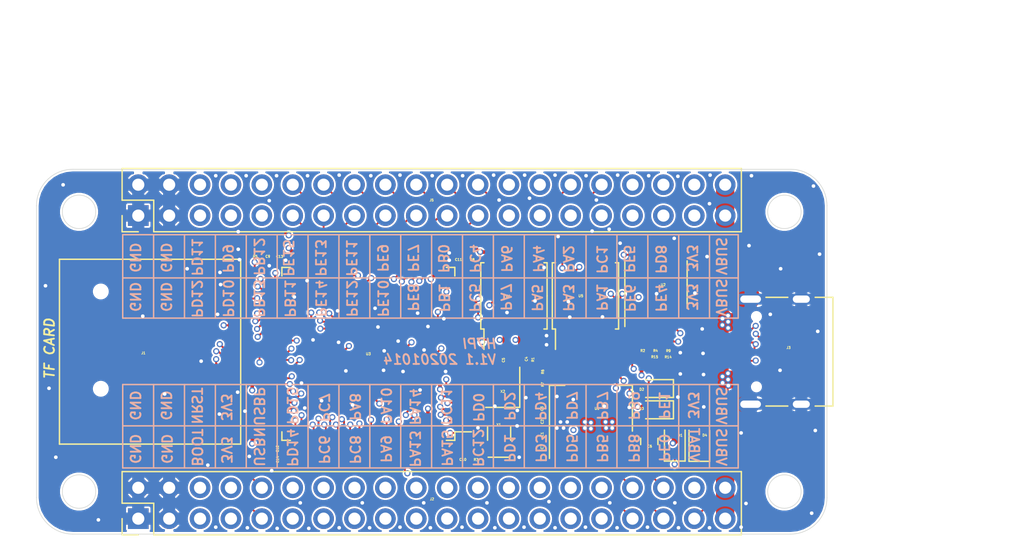
<source format=kicad_pcb>
(kicad_pcb (version 20171130) (host pcbnew "(5.1.8-0-10_14)")
  (title_block (title H7PI) (date 2020-01-16) (rev 1.1) (company Pinno) (comment 1 fuhua.chen) (comment 2 fuhua.chen))
  (layers (0 F.Cu signal) (1 In1.Cu signal) (2 In2.Cu signal hide) (31 B.Cu signal hide) (34 B.Paste user) (35 F.Paste user) (36 B.SilkS user) (37 F.SilkS user) (38 B.Mask user) (39 F.Mask user) (44 Edge.Cuts user))
  (net 0 "")
  (net 1 GND)
  (net 2 /VBUS)
  (net 3 /3V3)
  (net 4 "Net-(C13-Pad1)")
  (net 5 "Net-(C14-Pad1)")
  (net 6 "Net-(D2-Pad1)")
  (net 7 /QSPI_CS)
  (net 8 /QSPI_IO2)
  (net 9 /QSPI_IO3)
  (net 10 /QSPI_SCK)
  (net 11 /QSPI_IO0)
  (net 12 /QSPI_IO1)
  (net 13 "Net-(D3-Pad1)")
  (net 14 /OSC32IN)
  (net 15 /OSC32OUT)
  (net 16 /OSCIN)
  (net 17 /NRST)
  (net 18 /OSCOUT)
  (net 19 /SD_CDN)
  (net 20 /SD_CMD)
  (net 21 /SD_CLK)
  (net 22 /SD_D0)
  (net 23 /SD_D1)
  (net 24 /SD_D3)
  (net 25 /SD_D2)
  (net 26 /D39)
  (net 27 /D26)
  (net 28 /D7)
  (net 29 /D27)
  (net 30 /D0)
  (net 31 /D1)
  (net 32 /D2)
  (net 33 /D3)
  (net 34 /D4)
  (net 35 /D5)
  (net 36 /D19)
  (net 37 /D18)
  (net 38 /D6)
  (net 39 /D17)
  (net 40 /D37)
  (net 41 /D38)
  (net 42 "Net-(J3-PadA5)")
  (net 43 "Net-(J3-PadB5)")
  (net 44 /BOOT0)
  (net 45 /MEM_MISO)
  (net 46 /MEM_MOSI)
  (net 47 /MEM_SCK)
  (net 48 /MEM_PSRAMCS)
  (net 49 /MEM_FLASHCS)
  (net 50 /D16)
  (net 51 /D21)
  (net 52 /D22)
  (net 53 /D23)
  (net 54 /D24)
  (net 55 /D25)
  (net 56 /D28)
  (net 57 /D29)
  (net 58 /D30)
  (net 59 /D31)
  (net 60 /D32)
  (net 61 /D33)
  (net 62 /D34)
  (net 63 /D35)
  (net 64 /D36)
  (net 65 /D40)
  (net 66 /D8)
  (net 67 /D9)
  (net 68 /D10)
  (net 69 /D11)
  (net 70 /D12)
  (net 71 /D13)
  (net 72 /D14)
  (net 73 /D15)
  (net 74 /D20)
  (net 75 /D41)
  (net 76 /D42)
  (net 77 /D43)
  (net 78 /D44)
  (net 79 /D45)
  (net 80 /D46)
  (net 81 /D47)
  (net 82 /D48)
  (net 83 /D49)
  (net 84 /D50)
  (net 85 /D51)
  (net 86 /D52)
  (net 87 /D53)
  (net 88 /D54)
  (net 89 /D55)
  (net 90 /D56)
  (net 91 /D57)
  (net 92 /VBAT)
  (net 93 /_VBAT)
  (net 94 /PA12)
  (net 95 /PA11)
  (module SOT-223 (layer F.Cu) (at 175.59 79.68 90)
    (fp_text reference U1 (at 0.01 0.5 180) (layer F.SilkS) (effects (font (size 0.2 0.2) (thickness 0.05))))
    (fp_text value AMS1117-3.3)
    (pad 4 smd rect (at 3.15 0 90) (size 2 3.8) (layers F.Cu F.Paste F.Mask))
    (pad 2 smd rect (at -3.15 0 90) (size 2 1.5) (layers F.Cu F.Paste F.Mask) (net 3 /3V3))
    (pad 3 smd rect (at -3.15 2.3 90) (size 2 1.5) (layers F.Cu F.Paste F.Mask) (net 2 /VBUS))
    (pad 1 smd rect (at -3.15 -2.3 90) (size 2 1.5) (layers F.Cu F.Paste F.Mask) (net 1 GND))
  )
  (module Connector_MicroSD_TF_XKB_XKTF-015-N_14.75x17.5mm (layer F.Cu) (at 139.29 75 270)
    (fp_text reference J1 (at 0.11 0.5 180) (layer F.SilkS) (effects (font (size 0.2 0.2) (thickness 0.05))))
    (fp_text value XKTF-015-N)
    (pad 11 smd rect (at -7.75 3.6 270) (size 1.2 2.2) (layers F.Cu F.Paste F.Mask) (net 1 GND))
    (pad 13 smd rect (at 7.75 3.6 270) (size 1.2 2.2) (layers F.Cu F.Paste F.Mask) (net 1 GND))
    (pad 10 smd rect (at -7.8 -6 270) (size 1.2 1.5) (layers F.Cu F.Paste F.Mask) (net 1 GND))
    (pad 12 smd rect (at 6.85 -6 270) (size 1.6 1.5) (layers F.Cu F.Paste F.Mask) (net 1 GND))
    (pad "" np_thru_hole circle (at -4.95 4 270) (size 1 1) (drill 1) (layers *.Cu *.Mask))
    (pad "" np_thru_hole circle (at 3.05 4 270) (size 1 1) (drill 1) (layers *.Cu *.Mask))
    (pad 9 smd rect (at -6.55 -7.25 270) (size 0.7 1.6) (layers F.Cu F.Paste F.Mask) (net 19 /SD_CDN))
    (pad 3 smd rect (at 0 -7.25 270) (size 0.7 1.6) (layers F.Cu F.Paste F.Mask) (net 20 /SD_CMD))
    (pad 4 smd rect (at -1.1 -7.25 270) (size 0.7 1.6) (layers F.Cu F.Paste F.Mask) (net 3 /3V3))
    (pad 5 smd rect (at -2.2 -7.25 270) (size 0.7 1.6) (layers F.Cu F.Paste F.Mask) (net 21 /SD_CLK))
    (pad 6 smd rect (at -3.3 -7.25 270) (size 0.7 1.6) (layers F.Cu F.Paste F.Mask) (net 1 GND))
    (pad 7 smd rect (at -4.4 -7.25 270) (size 0.7 1.6) (layers F.Cu F.Paste F.Mask) (net 22 /SD_D0))
    (pad 8 smd rect (at -5.5 -7.25 270) (size 0.7 1.6) (layers F.Cu F.Paste F.Mask) (net 23 /SD_D1))
    (pad 2 smd rect (at 1.1 -7.25 270) (size 0.7 1.6) (layers F.Cu F.Paste F.Mask) (net 24 /SD_D3))
    (pad 1 smd rect (at 2.2 -7.25 270) (size 0.7 1.6) (layers F.Cu F.Paste F.Mask) (net 25 /SD_D2))
  )
  (module C_0402_1005Metric (layer F.Cu) (at 169.575 75.63 180)
    (fp_text reference C4 (at -0.71 0.03 270) (layer F.SilkS) (effects (font (size 0.2 0.2) (thickness 0.05))))
    (fp_text value 100nF)
    (pad 2 smd roundrect (at 0.485 0 180) (size 0.59 0.64) (layers F.Cu F.Paste F.Mask) (net 1 GND))
    (pad 1 smd roundrect (at -0.485 0 180) (size 0.59 0.64) (layers F.Cu F.Paste F.Mask) (net 17 /NRST))
  )
  (module C_0402_1005Metric (layer F.Cu) (at 149.94 66.43 270)
    (fp_text reference C13 (at 0.75 -0.05) (layer F.SilkS) (effects (font (size 0.2 0.2) (thickness 0.05))))
    (fp_text value 10uF)
    (pad 2 smd roundrect (at 0.485 0 270) (size 0.59 0.64) (layers F.Cu F.Paste F.Mask) (net 1 GND))
    (pad 1 smd roundrect (at -0.485 0 270) (size 0.59 0.64) (layers F.Cu F.Paste F.Mask) (net 4 "Net-(C13-Pad1)"))
  )
  (module C_0402_1005Metric (layer F.Cu) (at 149.09 83.88 180)
    (fp_text reference C14 (at -0.74 0.02 270) (layer F.SilkS) (effects (font (size 0.2 0.2) (thickness 0.05))))
    (fp_text value 10uF)
    (pad 1 smd roundrect (at -0.485 0 180) (size 0.59 0.64) (layers F.Cu F.Paste F.Mask) (net 5 "Net-(C14-Pad1)"))
    (pad 2 smd roundrect (at 0.485 0 180) (size 0.59 0.64) (layers F.Cu F.Paste F.Mask) (net 1 GND))
  )
  (module PinHeader_2x20_P2.54mm_Vertical (layer F.Cu) (at 138.37 63.81 90)
    (fp_text reference J5 (at 1.27 24.12 180) (layer F.SilkS) (effects (font (size 0.2 0.2) (thickness 0.05))))
    (fp_text value Header_2x20)
    (pad 40 thru_hole oval (at 2.54 48.26 90) (size 1.7 1.7) (drill 1) (layers *.Cu *.Mask) (net 2 /VBUS))
    (pad 39 thru_hole oval (at 0 48.26 90) (size 1.7 1.7) (drill 1) (layers *.Cu *.Mask) (net 2 /VBUS))
    (pad 38 thru_hole oval (at 2.54 45.72 90) (size 1.7 1.7) (drill 1) (layers *.Cu *.Mask) (net 3 /3V3))
    (pad 37 thru_hole oval (at 0 45.72 90) (size 1.7 1.7) (drill 1) (layers *.Cu *.Mask) (net 3 /3V3))
    (pad 36 thru_hole oval (at 2.54 43.18 90) (size 1.7 1.7) (drill 1) (layers *.Cu *.Mask) (net 30 /D0))
    (pad 35 thru_hole oval (at 0 43.18 90) (size 1.7 1.7) (drill 1) (layers *.Cu *.Mask) (net 31 /D1))
    (pad 34 thru_hole oval (at 2.54 40.64 90) (size 1.7 1.7) (drill 1) (layers *.Cu *.Mask) (net 32 /D2))
    (pad 33 thru_hole oval (at 0 40.64 90) (size 1.7 1.7) (drill 1) (layers *.Cu *.Mask) (net 33 /D3))
    (pad 32 thru_hole oval (at 2.54 38.1 90) (size 1.7 1.7) (drill 1) (layers *.Cu *.Mask) (net 34 /D4))
    (pad 31 thru_hole oval (at 0 38.1 90) (size 1.7 1.7) (drill 1) (layers *.Cu *.Mask) (net 35 /D5))
    (pad 30 thru_hole oval (at 2.54 35.56 90) (size 1.7 1.7) (drill 1) (layers *.Cu *.Mask) (net 38 /D6))
    (pad 29 thru_hole oval (at 0 35.56 90) (size 1.7 1.7) (drill 1) (layers *.Cu *.Mask) (net 28 /D7))
    (pad 28 thru_hole oval (at 2.54 33.02 90) (size 1.7 1.7) (drill 1) (layers *.Cu *.Mask) (net 66 /D8))
    (pad 27 thru_hole oval (at 0 33.02 90) (size 1.7 1.7) (drill 1) (layers *.Cu *.Mask) (net 67 /D9))
    (pad 26 thru_hole oval (at 2.54 30.48 90) (size 1.7 1.7) (drill 1) (layers *.Cu *.Mask) (net 68 /D10))
    (pad 25 thru_hole oval (at 0 30.48 90) (size 1.7 1.7) (drill 1) (layers *.Cu *.Mask) (net 69 /D11))
    (pad 24 thru_hole oval (at 2.54 27.94 90) (size 1.7 1.7) (drill 1) (layers *.Cu *.Mask) (net 70 /D12))
    (pad 23 thru_hole oval (at 0 27.94 90) (size 1.7 1.7) (drill 1) (layers *.Cu *.Mask) (net 71 /D13))
    (pad 22 thru_hole oval (at 2.54 25.4 90) (size 1.7 1.7) (drill 1) (layers *.Cu *.Mask) (net 72 /D14))
    (pad 21 thru_hole oval (at 0 25.4 90) (size 1.7 1.7) (drill 1) (layers *.Cu *.Mask) (net 73 /D15))
    (pad 20 thru_hole oval (at 2.54 22.86 90) (size 1.7 1.7) (drill 1) (layers *.Cu *.Mask) (net 50 /D16))
    (pad 19 thru_hole oval (at 0 22.86 90) (size 1.7 1.7) (drill 1) (layers *.Cu *.Mask) (net 39 /D17))
    (pad 18 thru_hole oval (at 2.54 20.32 90) (size 1.7 1.7) (drill 1) (layers *.Cu *.Mask) (net 37 /D18))
    (pad 17 thru_hole oval (at 0 20.32 90) (size 1.7 1.7) (drill 1) (layers *.Cu *.Mask) (net 36 /D19))
    (pad 16 thru_hole oval (at 2.54 17.78 90) (size 1.7 1.7) (drill 1) (layers *.Cu *.Mask) (net 74 /D20))
    (pad 15 thru_hole oval (at 0 17.78 90) (size 1.7 1.7) (drill 1) (layers *.Cu *.Mask) (net 51 /D21))
    (pad 14 thru_hole oval (at 2.54 15.24 90) (size 1.7 1.7) (drill 1) (layers *.Cu *.Mask) (net 52 /D22))
    (pad 13 thru_hole oval (at 0 15.24 90) (size 1.7 1.7) (drill 1) (layers *.Cu *.Mask) (net 53 /D23))
    (pad 12 thru_hole oval (at 2.54 12.7 90) (size 1.7 1.7) (drill 1) (layers *.Cu *.Mask) (net 54 /D24))
    (pad 11 thru_hole oval (at 0 12.7 90) (size 1.7 1.7) (drill 1) (layers *.Cu *.Mask) (net 55 /D25))
    (pad 10 thru_hole oval (at 2.54 10.16 90) (size 1.7 1.7) (drill 1) (layers *.Cu *.Mask) (net 27 /D26))
    (pad 9 thru_hole oval (at 0 10.16 90) (size 1.7 1.7) (drill 1) (layers *.Cu *.Mask) (net 29 /D27))
    (pad 8 thru_hole oval (at 2.54 7.62 90) (size 1.7 1.7) (drill 1) (layers *.Cu *.Mask) (net 56 /D28))
    (pad 7 thru_hole oval (at 0 7.62 90) (size 1.7 1.7) (drill 1) (layers *.Cu *.Mask) (net 57 /D29))
    (pad 6 thru_hole oval (at 2.54 5.08 90) (size 1.7 1.7) (drill 1) (layers *.Cu *.Mask) (net 58 /D30))
    (pad 5 thru_hole oval (at 0 5.08 90) (size 1.7 1.7) (drill 1) (layers *.Cu *.Mask) (net 59 /D31))
    (pad 4 thru_hole oval (at 2.54 2.54 90) (size 1.7 1.7) (drill 1) (layers *.Cu *.Mask) (net 1 GND))
    (pad 3 thru_hole oval (at 0 2.54 90) (size 1.7 1.7) (drill 1) (layers *.Cu *.Mask) (net 1 GND))
    (pad 2 thru_hole oval (at 2.54 0 90) (size 1.7 1.7) (drill 1) (layers *.Cu *.Mask) (net 1 GND))
    (pad 1 thru_hole rect (at 0 0 90) (size 1.7 1.7) (drill 1) (layers *.Cu *.Mask) (net 1 GND))
  )
  (module R_0402_1005Metric (layer F.Cu) (at 171.54 75.63 180)
    (fp_text reference R1 (at 0.72 -0.02 270) (layer F.SilkS) (effects (font (size 0.2 0.2) (thickness 0.05))))
    (fp_text value 10k)
    (pad 1 smd roundrect (at -0.485 0 180) (size 0.59 0.64) (layers F.Cu F.Paste F.Mask) (net 3 /3V3))
    (pad 2 smd roundrect (at 0.485 0 180) (size 0.59 0.64) (layers F.Cu F.Paste F.Mask) (net 17 /NRST))
  )
  (module R_0402_1005Metric (layer F.Cu) (at 166.14 83.13 270)
    (fp_text reference R3 (at 0.75 0 180) (layer F.SilkS) (effects (font (size 0.2 0.2) (thickness 0.05))))
    (fp_text value 10k)
    (pad 1 smd roundrect (at -0.485 0 270) (size 0.59 0.64) (layers F.Cu F.Paste F.Mask) (net 44 /BOOT0))
    (pad 2 smd roundrect (at 0.485 0 270) (size 0.59 0.64) (layers F.Cu F.Paste F.Mask) (net 1 GND))
  )
  (module R_0402_1005Metric (layer F.Cu) (at 147.94 66.43 90)
    (fp_text reference R5 (at -0.74 0.05 180) (layer F.SilkS) (effects (font (size 0.2 0.2) (thickness 0.05))))
    (fp_text value 10k)
    (pad 2 smd roundrect (at 0.485 0 90) (size 0.59 0.64) (layers F.Cu F.Paste F.Mask) (net 3 /3V3))
    (pad 1 smd roundrect (at -0.485 0 90) (size 0.59 0.64) (layers F.Cu F.Paste F.Mask) (net 19 /SD_CDN))
  )
  (module R_0402_1005Metric (layer F.Cu) (at 170.89 76.73)
    (fp_text reference R6 (at 0.74 -0.08 270) (layer F.SilkS) (effects (font (size 0.2 0.2) (thickness 0.05))))
    (fp_text value 10k)
    (pad 1 smd roundrect (at -0.485 0) (size 0.59 0.64) (layers F.Cu F.Paste F.Mask) (net 3 /3V3))
    (pad 2 smd roundrect (at 0.485 0) (size 0.59 0.64) (layers F.Cu F.Paste F.Mask) (net 7 /QSPI_CS))
  )
  (module R_0402_1005Metric (layer F.Cu) (at 170.89 77.73)
    (fp_text reference R7 (at 0.73 -0.03 270) (layer F.SilkS) (effects (font (size 0.2 0.2) (thickness 0.05))))
    (fp_text value 10k)
    (pad 2 smd roundrect (at 0.485 0) (size 0.59 0.64) (layers F.Cu F.Paste F.Mask) (net 49 /MEM_FLASHCS))
    (pad 1 smd roundrect (at -0.485 0) (size 0.59 0.64) (layers F.Cu F.Paste F.Mask) (net 3 /3V3))
  )
  (module LQFP-100_14x14mm_P0.5mm (layer F.Cu) (at 157.29 75.18 180)
    (fp_text reference U3 (at 0 0) (layer F.SilkS) (effects (font (size 0.2 0.2) (thickness 0.05))))
    (fp_text value STM32H750VBT6)
    (pad 1 smd roundrect (at -7.675 -6 180) (size 1.6 0.3) (layers F.Cu F.Paste F.Mask) (net 8 /QSPI_IO2))
    (pad 2 smd roundrect (at -7.675 -5.5 180) (size 1.6 0.3) (layers F.Cu F.Paste F.Mask) (net 19 /SD_CDN))
    (pad 3 smd roundrect (at -7.675 -5 180) (size 1.6 0.3) (layers F.Cu F.Paste F.Mask) (net 31 /D1))
    (pad 4 smd roundrect (at -7.675 -4.5 180) (size 1.6 0.3) (layers F.Cu F.Paste F.Mask) (net 32 /D2))
    (pad 5 smd roundrect (at -7.675 -4 180) (size 1.6 0.3) (layers F.Cu F.Paste F.Mask) (net 33 /D3))
    (pad 6 smd roundrect (at -7.675 -3.5 180) (size 1.6 0.3) (layers F.Cu F.Paste F.Mask) (net 93 /_VBAT))
    (pad 7 smd roundrect (at -7.675 -3 180) (size 1.6 0.3) (layers F.Cu F.Paste F.Mask) (net 48 /MEM_PSRAMCS))
    (pad 8 smd roundrect (at -7.675 -2.5 180) (size 1.6 0.3) (layers F.Cu F.Paste F.Mask) (net 14 /OSC32IN))
    (pad 9 smd roundrect (at -7.675 -2 180) (size 1.6 0.3) (layers F.Cu F.Paste F.Mask) (net 15 /OSC32OUT))
    (pad 10 smd roundrect (at -7.675 -1.5 180) (size 1.6 0.3) (layers F.Cu F.Paste F.Mask) (net 1 GND))
    (pad 11 smd roundrect (at -7.675 -1 180) (size 1.6 0.3) (layers F.Cu F.Paste F.Mask) (net 3 /3V3))
    (pad 12 smd roundrect (at -7.675 -0.5 180) (size 1.6 0.3) (layers F.Cu F.Paste F.Mask) (net 16 /OSCIN))
    (pad 13 smd roundrect (at -7.675 0 180) (size 1.6 0.3) (layers F.Cu F.Paste F.Mask) (net 18 /OSCOUT))
    (pad 14 smd roundrect (at -7.675 0.5 180) (size 1.6 0.3) (layers F.Cu F.Paste F.Mask) (net 17 /NRST))
    (pad 15 smd roundrect (at -7.675 1 180) (size 1.6 0.3) (layers F.Cu F.Paste F.Mask) (net 49 /MEM_FLASHCS))
    (pad 16 smd roundrect (at -7.675 1.5 180) (size 1.6 0.3) (layers F.Cu F.Paste F.Mask) (net 34 /D4))
    (pad 17 smd roundrect (at -7.675 2 180) (size 1.6 0.3) (layers F.Cu F.Paste F.Mask) (net 45 /MEM_MISO))
    (pad 18 smd roundrect (at -7.675 2.5 180) (size 1.6 0.3) (layers F.Cu F.Paste F.Mask) (net 46 /MEM_MOSI))
    (pad 19 smd roundrect (at -7.675 3 180) (size 1.6 0.3) (layers F.Cu F.Paste F.Mask) (net 1 GND))
    (pad 20 smd roundrect (at -7.675 3.5 180) (size 1.6 0.3) (layers F.Cu F.Paste F.Mask) (net 3 /3V3))
    (pad 21 smd roundrect (at -7.675 4 180) (size 1.6 0.3) (layers F.Cu F.Paste F.Mask) (net 3 /3V3))
    (pad 22 smd roundrect (at -7.675 4.5 180) (size 1.6 0.3) (layers F.Cu F.Paste F.Mask) (net 20 /SD_CMD))
    (pad 23 smd roundrect (at -7.675 5 180) (size 1.6 0.3) (layers F.Cu F.Paste F.Mask) (net 35 /D5))
    (pad 24 smd roundrect (at -7.675 5.5 180) (size 1.6 0.3) (layers F.Cu F.Paste F.Mask) (net 38 /D6))
    (pad 25 smd roundrect (at -7.675 6 180) (size 1.6 0.3) (layers F.Cu F.Paste F.Mask) (net 28 /D7))
    (pad 26 smd roundrect (at -6 7.675 180) (size 0.3 1.6) (layers F.Cu F.Paste F.Mask) (net 1 GND))
    (pad 27 smd roundrect (at -5.5 7.675 180) (size 0.3 1.6) (layers F.Cu F.Paste F.Mask) (net 3 /3V3))
    (pad 28 smd roundrect (at -5 7.675 180) (size 0.3 1.6) (layers F.Cu F.Paste F.Mask) (net 66 /D8))
    (pad 29 smd roundrect (at -4.5 7.675 180) (size 0.3 1.6) (layers F.Cu F.Paste F.Mask) (net 67 /D9))
    (pad 30 smd roundrect (at -4 7.675 180) (size 0.3 1.6) (layers F.Cu F.Paste F.Mask) (net 68 /D10))
    (pad 31 smd roundrect (at -3.5 7.675 180) (size 0.3 1.6) (layers F.Cu F.Paste F.Mask) (net 69 /D11))
    (pad 32 smd roundrect (at -3 7.675 180) (size 0.3 1.6) (layers F.Cu F.Paste F.Mask) (net 70 /D12))
    (pad 33 smd roundrect (at -2.5 7.675 180) (size 0.3 1.6) (layers F.Cu F.Paste F.Mask) (net 71 /D13))
    (pad 34 smd roundrect (at -2 7.675 180) (size 0.3 1.6) (layers F.Cu F.Paste F.Mask) (net 72 /D14))
    (pad 35 smd roundrect (at -1.5 7.675 180) (size 0.3 1.6) (layers F.Cu F.Paste F.Mask) (net 73 /D15))
    (pad 36 smd roundrect (at -1 7.675 180) (size 0.3 1.6) (layers F.Cu F.Paste F.Mask) (net 10 /QSPI_SCK))
    (pad 37 smd roundrect (at -0.5 7.675 180) (size 0.3 1.6) (layers F.Cu F.Paste F.Mask) (net 50 /D16))
    (pad 38 smd roundrect (at 0 7.675 180) (size 0.3 1.6) (layers F.Cu F.Paste F.Mask) (net 39 /D17))
    (pad 39 smd roundrect (at 0.5 7.675 180) (size 0.3 1.6) (layers F.Cu F.Paste F.Mask) (net 37 /D18))
    (pad 40 smd roundrect (at 1 7.675 180) (size 0.3 1.6) (layers F.Cu F.Paste F.Mask) (net 36 /D19))
    (pad 41 smd roundrect (at 1.5 7.675 180) (size 0.3 1.6) (layers F.Cu F.Paste F.Mask) (net 74 /D20))
    (pad 42 smd roundrect (at 2 7.675 180) (size 0.3 1.6) (layers F.Cu F.Paste F.Mask) (net 51 /D21))
    (pad 43 smd roundrect (at 2.5 7.675 180) (size 0.3 1.6) (layers F.Cu F.Paste F.Mask) (net 52 /D22))
    (pad 44 smd roundrect (at 3 7.675 180) (size 0.3 1.6) (layers F.Cu F.Paste F.Mask) (net 53 /D23))
    (pad 45 smd roundrect (at 3.5 7.675 180) (size 0.3 1.6) (layers F.Cu F.Paste F.Mask) (net 54 /D24))
    (pad 46 smd roundrect (at 4 7.675 180) (size 0.3 1.6) (layers F.Cu F.Paste F.Mask) (net 47 /MEM_SCK))
    (pad 47 smd roundrect (at 4.5 7.675 180) (size 0.3 1.6) (layers F.Cu F.Paste F.Mask) (net 55 /D25))
    (pad 48 smd roundrect (at 5 7.675 180) (size 0.3 1.6) (layers F.Cu F.Paste F.Mask) (net 4 "Net-(C13-Pad1)"))
    (pad 49 smd roundrect (at 5.5 7.675 180) (size 0.3 1.6) (layers F.Cu F.Paste F.Mask) (net 1 GND))
    (pad 50 smd roundrect (at 6 7.675 180) (size 0.3 1.6) (layers F.Cu F.Paste F.Mask) (net 3 /3V3))
    (pad 51 smd roundrect (at 7.675 6 180) (size 1.6 0.3) (layers F.Cu F.Paste F.Mask) (net 27 /D26))
    (pad 52 smd roundrect (at 7.675 5.5 180) (size 1.6 0.3) (layers F.Cu F.Paste F.Mask) (net 29 /D27))
    (pad 53 smd roundrect (at 7.675 5 180) (size 1.6 0.3) (layers F.Cu F.Paste F.Mask) (net 22 /SD_D0))
    (pad 54 smd roundrect (at 7.675 4.5 180) (size 1.6 0.3) (layers F.Cu F.Paste F.Mask) (net 23 /SD_D1))
    (pad 55 smd roundrect (at 7.675 4 180) (size 1.6 0.3) (layers F.Cu F.Paste F.Mask) (net 30 /D0))
    (pad 56 smd roundrect (at 7.675 3.5 180) (size 1.6 0.3) (layers F.Cu F.Paste F.Mask) (net 56 /D28))
    (pad 57 smd roundrect (at 7.675 3 180) (size 1.6 0.3) (layers F.Cu F.Paste F.Mask) (net 57 /D29))
    (pad 58 smd roundrect (at 7.675 2.5 180) (size 1.6 0.3) (layers F.Cu F.Paste F.Mask) (net 58 /D30))
    (pad 59 smd roundrect (at 7.675 2 180) (size 1.6 0.3) (layers F.Cu F.Paste F.Mask) (net 59 /D31))
    (pad 60 smd roundrect (at 7.675 1.5 180) (size 1.6 0.3) (layers F.Cu F.Paste F.Mask) (net 9 /QSPI_IO3))
    (pad 61 smd roundrect (at 7.675 1 180) (size 1.6 0.3) (layers F.Cu F.Paste F.Mask) (net 60 /D32))
    (pad 62 smd roundrect (at 7.675 0.5 180) (size 1.6 0.3) (layers F.Cu F.Paste F.Mask) (net 61 /D33))
    (pad 63 smd roundrect (at 7.675 0 180) (size 1.6 0.3) (layers F.Cu F.Paste F.Mask) (net 62 /D34))
    (pad 64 smd roundrect (at 7.675 -0.5 180) (size 1.6 0.3) (layers F.Cu F.Paste F.Mask) (net 63 /D35))
    (pad 65 smd roundrect (at 7.675 -1 180) (size 1.6 0.3) (layers F.Cu F.Paste F.Mask) (net 64 /D36))
    (pad 66 smd roundrect (at 7.675 -1.5 180) (size 1.6 0.3) (layers F.Cu F.Paste F.Mask) (net 11 /QSPI_IO0))
    (pad 67 smd roundrect (at 7.675 -2 180) (size 1.6 0.3) (layers F.Cu F.Paste F.Mask) (net 40 /D37))
    (pad 68 smd roundrect (at 7.675 -2.5 180) (size 1.6 0.3) (layers F.Cu F.Paste F.Mask) (net 41 /D38))
    (pad 69 smd roundrect (at 7.675 -3 180) (size 1.6 0.3) (layers F.Cu F.Paste F.Mask) (net 26 /D39))
    (pad 70 smd roundrect (at 7.675 -3.5 180) (size 1.6 0.3) (layers F.Cu F.Paste F.Mask) (net 95 /PA11))
    (pad 71 smd roundrect (at 7.675 -4 180) (size 1.6 0.3) (layers F.Cu F.Paste F.Mask) (net 94 /PA12))
    (pad 72 smd roundrect (at 7.675 -4.5 180) (size 1.6 0.3) (layers F.Cu F.Paste F.Mask) (net 65 /D40))
    (pad 73 smd roundrect (at 7.675 -5 180) (size 1.6 0.3) (layers F.Cu F.Paste F.Mask) (net 5 "Net-(C14-Pad1)"))
    (pad 74 smd roundrect (at 7.675 -5.5 180) (size 1.6 0.3) (layers F.Cu F.Paste F.Mask) (net 1 GND))
    (pad 75 smd roundrect (at 7.675 -6 180) (size 1.6 0.3) (layers F.Cu F.Paste F.Mask) (net 3 /3V3))
    (pad 76 smd roundrect (at 6 -7.675 180) (size 0.3 1.6) (layers F.Cu F.Paste F.Mask) (net 75 /D41))
    (pad 77 smd roundrect (at 5.5 -7.675 180) (size 0.3 1.6) (layers F.Cu F.Paste F.Mask) (net 76 /D42))
    (pad 78 smd roundrect (at 5 -7.675 180) (size 0.3 1.6) (layers F.Cu F.Paste F.Mask) (net 12 /QSPI_IO1))
    (pad 79 smd roundrect (at 4.5 -7.675 180) (size 0.3 1.6) (layers F.Cu F.Paste F.Mask) (net 77 /D43))
    (pad 80 smd roundrect (at 4 -7.675 180) (size 0.3 1.6) (layers F.Cu F.Paste F.Mask) (net 78 /D44))
    (pad 81 smd roundrect (at 3.5 -7.675 180) (size 0.3 1.6) (layers F.Cu F.Paste F.Mask) (net 79 /D45))
    (pad 82 smd roundrect (at 3 -7.675 180) (size 0.3 1.6) (layers F.Cu F.Paste F.Mask) (net 80 /D46))
    (pad 83 smd roundrect (at 2.5 -7.675 180) (size 0.3 1.6) (layers F.Cu F.Paste F.Mask) (net 81 /D47))
    (pad 84 smd roundrect (at 2 -7.675 180) (size 0.3 1.6) (layers F.Cu F.Paste F.Mask) (net 82 /D48))
    (pad 85 smd roundrect (at 1.5 -7.675 180) (size 0.3 1.6) (layers F.Cu F.Paste F.Mask) (net 83 /D49))
    (pad 86 smd roundrect (at 1 -7.675 180) (size 0.3 1.6) (layers F.Cu F.Paste F.Mask) (net 84 /D50))
    (pad 87 smd roundrect (at 0.5 -7.675 180) (size 0.3 1.6) (layers F.Cu F.Paste F.Mask) (net 21 /SD_CLK))
    (pad 88 smd roundrect (at 0 -7.675 180) (size 0.3 1.6) (layers F.Cu F.Paste F.Mask) (net 85 /D51))
    (pad 89 smd roundrect (at -0.5 -7.675 180) (size 0.3 1.6) (layers F.Cu F.Paste F.Mask) (net 25 /SD_D2))
    (pad 90 smd roundrect (at -1 -7.675 180) (size 0.3 1.6) (layers F.Cu F.Paste F.Mask) (net 24 /SD_D3))
    (pad 91 smd roundrect (at -1.5 -7.675 180) (size 0.3 1.6) (layers F.Cu F.Paste F.Mask) (net 86 /D52))
    (pad 92 smd roundrect (at -2 -7.675 180) (size 0.3 1.6) (layers F.Cu F.Paste F.Mask) (net 7 /QSPI_CS))
    (pad 93 smd roundrect (at -2.5 -7.675 180) (size 0.3 1.6) (layers F.Cu F.Paste F.Mask) (net 87 /D53))
    (pad 94 smd roundrect (at -3 -7.675 180) (size 0.3 1.6) (layers F.Cu F.Paste F.Mask) (net 44 /BOOT0))
    (pad 95 smd roundrect (at -3.5 -7.675 180) (size 0.3 1.6) (layers F.Cu F.Paste F.Mask) (net 88 /D54))
    (pad 96 smd roundrect (at -4 -7.675 180) (size 0.3 1.6) (layers F.Cu F.Paste F.Mask) (net 89 /D55))
    (pad 97 smd roundrect (at -4.5 -7.675 180) (size 0.3 1.6) (layers F.Cu F.Paste F.Mask) (net 90 /D56))
    (pad 98 smd roundrect (at -5 -7.675 180) (size 0.3 1.6) (layers F.Cu F.Paste F.Mask) (net 91 /D57))
    (pad 99 smd roundrect (at -5.5 -7.675 180) (size 0.3 1.6) (layers F.Cu F.Paste F.Mask) (net 1 GND))
    (pad 100 smd roundrect (at -6 -7.675 180) (size 0.3 1.6) (layers F.Cu F.Paste F.Mask) (net 3 /3V3))
  )
  (module LED_0603_1608Metric (layer F.Cu) (at 180.89 78.03 180)
    (fp_text reference D2 (at 1.12 -0.07) (layer F.SilkS) (effects (font (size 0.2 0.2) (thickness 0.05))))
    (fp_text value 19-217_GHC-YR1S2_3T)
    (pad 1 smd roundrect (at -0.7875 0 180) (size 0.875 0.95) (layers F.Cu F.Paste F.Mask) (net 6 "Net-(D2-Pad1)"))
    (pad 2 smd roundrect (at 0.7875 0 180) (size 0.875 0.95) (layers F.Cu F.Paste F.Mask) (net 33 /D3))
  )
  (module LED_0603_1608Metric (layer F.Cu) (at 180.89 79.78 180)
    (fp_text reference D3 (at 1.14 0.1) (layer F.SilkS) (effects (font (size 0.2 0.2) (thickness 0.05))))
    (fp_text value 19-217-R6C-AL1M2VY-3T)
    (pad 2 smd roundrect (at 0.7875 0 180) (size 0.875 0.95) (layers F.Cu F.Paste F.Mask) (net 32 /D2))
    (pad 1 smd roundrect (at -0.7875 0 180) (size 0.875 0.95) (layers F.Cu F.Paste F.Mask) (net 13 "Net-(D3-Pad1)"))
  )
  (module R_0402_1005Metric (layer F.Cu) (at 181.94 76.13 270)
    (fp_text reference R14 (at -0.69 0 180) (layer F.SilkS) (effects (font (size 0.2 0.2) (thickness 0.05))))
    (fp_text value 10k)
    (pad 2 smd roundrect (at 0.485 0 270) (size 0.59 0.64) (layers F.Cu F.Paste F.Mask) (net 6 "Net-(D2-Pad1)"))
    (pad 1 smd roundrect (at -0.485 0 270) (size 0.59 0.64) (layers F.Cu F.Paste F.Mask) (net 1 GND))
  )
  (module R_0402_1005Metric (layer F.Cu) (at 180.89 76.13 270)
    (fp_text reference R15 (at -0.7 0.06 180) (layer F.SilkS) (effects (font (size 0.2 0.2) (thickness 0.05))))
    (fp_text value 10k)
    (pad 2 smd roundrect (at 0.485 0 270) (size 0.59 0.64) (layers F.Cu F.Paste F.Mask) (net 13 "Net-(D3-Pad1)"))
    (pad 1 smd roundrect (at -0.485 0 270) (size 0.59 0.64) (layers F.Cu F.Paste F.Mask) (net 1 GND))
  )
  (module SOIC-8_5.23x5.23mm_P1.27mm (layer F.Cu) (at 169.26 70.41 90)
    (fp_text reference U4 (at -0.03 -0.46 180) (layer F.SilkS) (effects (font (size 0.2 0.2) (thickness 0.05))))
    (fp_text value W25Q64JVSSIQ)
    (pad 1 smd roundrect (at -3.6 -1.905 90) (size 1.6 0.6) (layers F.Cu F.Paste F.Mask) (net 7 /QSPI_CS))
    (pad 2 smd roundrect (at -3.6 -0.635 90) (size 1.6 0.6) (layers F.Cu F.Paste F.Mask) (net 12 /QSPI_IO1))
    (pad 3 smd roundrect (at -3.6 0.635 90) (size 1.6 0.6) (layers F.Cu F.Paste F.Mask) (net 8 /QSPI_IO2))
    (pad 4 smd roundrect (at -3.6 1.905 90) (size 1.6 0.6) (layers F.Cu F.Paste F.Mask) (net 1 GND))
    (pad 5 smd roundrect (at 3.6 1.905 90) (size 1.6 0.6) (layers F.Cu F.Paste F.Mask) (net 11 /QSPI_IO0))
    (pad 6 smd roundrect (at 3.6 0.635 90) (size 1.6 0.6) (layers F.Cu F.Paste F.Mask) (net 10 /QSPI_SCK))
    (pad 7 smd roundrect (at 3.6 -0.635 90) (size 1.6 0.6) (layers F.Cu F.Paste F.Mask) (net 9 /QSPI_IO3))
    (pad 8 smd roundrect (at 3.6 -1.905 90) (size 1.6 0.6) (layers F.Cu F.Paste F.Mask) (net 3 /3V3))
  )
  (module SOIC-8_5.23x5.23mm_P1.27mm (layer F.Cu) (at 175.14 70.41 90)
    (fp_text reference U5 (at 0 -0.38 180) (layer F.SilkS) (effects (font (size 0.2 0.2) (thickness 0.05))))
    (fp_text value W25Q64JVSSIQ)
    (pad 8 smd roundrect (at 3.6 -1.905 90) (size 1.6 0.6) (layers F.Cu F.Paste F.Mask) (net 3 /3V3))
    (pad 7 smd roundrect (at 3.6 -0.635 90) (size 1.6 0.6) (layers F.Cu F.Paste F.Mask))
    (pad 6 smd roundrect (at 3.6 0.635 90) (size 1.6 0.6) (layers F.Cu F.Paste F.Mask) (net 47 /MEM_SCK))
    (pad 5 smd roundrect (at 3.6 1.905 90) (size 1.6 0.6) (layers F.Cu F.Paste F.Mask) (net 46 /MEM_MOSI))
    (pad 4 smd roundrect (at -3.6 1.905 90) (size 1.6 0.6) (layers F.Cu F.Paste F.Mask) (net 1 GND))
    (pad 3 smd roundrect (at -3.6 0.635 90) (size 1.6 0.6) (layers F.Cu F.Paste F.Mask))
    (pad 2 smd roundrect (at -3.6 -0.635 90) (size 1.6 0.6) (layers F.Cu F.Paste F.Mask) (net 45 /MEM_MISO))
    (pad 1 smd roundrect (at -3.6 -1.905 90) (size 1.6 0.6) (layers F.Cu F.Paste F.Mask) (net 49 /MEM_FLASHCS))
  )
  (module C_0402_1005Metric (layer F.Cu) (at 170.84 81.78 180)
    (fp_text reference C1 (at -0.74 -0.02 90) (layer F.SilkS) (effects (font (size 0.2 0.2) (thickness 0.05))))
    (fp_text value 12pF)
    (pad 2 smd roundrect (at 0.485 0 180) (size 0.59 0.64) (layers F.Cu F.Paste F.Mask) (net 14 /OSC32IN))
    (pad 1 smd roundrect (at -0.485 0 180) (size 0.59 0.64) (layers F.Cu F.Paste F.Mask) (net 1 GND))
  )
  (module C_0402_1005Metric (layer F.Cu) (at 170.84 80.73 180)
    (fp_text reference C2 (at -0.75 -0.03 90) (layer F.SilkS) (effects (font (size 0.2 0.2) (thickness 0.05))))
    (fp_text value 12pF)
    (pad 1 smd roundrect (at -0.485 0 180) (size 0.59 0.64) (layers F.Cu F.Paste F.Mask) (net 1 GND))
    (pad 2 smd roundrect (at 0.485 0 180) (size 0.59 0.64) (layers F.Cu F.Paste F.Mask) (net 15 /OSC32OUT))
  )
  (module C_0402_1005Metric (layer F.Cu) (at 170.84 79.63 180)
    (fp_text reference C3 (at -0.73 -0.05 270) (layer F.SilkS) (effects (font (size 0.2 0.2) (thickness 0.05))))
    (fp_text value 12pF)
    (pad 2 smd roundrect (at 0.485 0 180) (size 0.59 0.64) (layers F.Cu F.Paste F.Mask) (net 16 /OSCIN))
    (pad 1 smd roundrect (at -0.485 0 180) (size 0.59 0.64) (layers F.Cu F.Paste F.Mask) (net 1 GND))
  )
  (module C_0402_1005Metric (layer F.Cu) (at 167.64 75.63 180)
    (fp_text reference C5 (at -0.76 -0.06 90) (layer F.SilkS) (effects (font (size 0.2 0.2) (thickness 0.05))))
    (fp_text value 12pF)
    (pad 1 smd roundrect (at -0.485 0 180) (size 0.59 0.64) (layers F.Cu F.Paste F.Mask) (net 1 GND))
    (pad 2 smd roundrect (at 0.485 0 180) (size 0.59 0.64) (layers F.Cu F.Paste F.Mask) (net 18 /OSCOUT))
  )
  (module Capacitor_SMD:C_0805_2012Metric (layer F.Cu) (at 180.39 82.38 90)
    (fp_text reference C6 (at -0.4 0.03 180) (layer F.SilkS) (effects (font (size 0.2 0.2) (thickness 0.05))))
    (fp_text value 22uF)
    (pad 1 smd roundrect (at -0.9375 0 90) (size 0.975 1.4) (layers F.Cu F.Paste F.Mask) (net 2 /VBUS))
    (pad 2 smd roundrect (at 0.9375 0 90) (size 0.975 1.4) (layers F.Cu F.Paste F.Mask) (net 1 GND))
  )
  (module C_0402_1005Metric (layer F.Cu) (at 165.79 66.68 90)
    (fp_text reference C8 (at -0.76 0.04 180) (layer F.SilkS) (effects (font (size 0.2 0.2) (thickness 0.05))))
    (fp_text value 100nF)
    (pad 1 smd roundrect (at -0.485 0 90) (size 0.59 0.64) (layers F.Cu F.Paste F.Mask) (net 1 GND))
    (pad 2 smd roundrect (at 0.485 0 90) (size 0.59 0.64) (layers F.Cu F.Paste F.Mask) (net 3 /3V3))
  )
  (module PinHeader_2x20_P2.54mm_Vertical (layer F.Cu) (at 138.37 88.73 90)
    (fp_text reference J2 (at 1.61 24.15 180) (layer F.SilkS) (effects (font (size 0.2 0.2) (thickness 0.05))))
    (fp_text value Header_2x20)
    (pad 40 thru_hole oval (at 2.54 48.26 90) (size 1.7 1.7) (drill 1) (layers *.Cu *.Mask) (net 2 /VBUS))
    (pad 39 thru_hole oval (at 0 48.26 90) (size 1.7 1.7) (drill 1) (layers *.Cu *.Mask) (net 2 /VBUS))
    (pad 38 thru_hole oval (at 2.54 45.72 90) (size 1.7 1.7) (drill 1) (layers *.Cu *.Mask) (net 3 /3V3))
    (pad 37 thru_hole oval (at 0 45.72 90) (size 1.7 1.7) (drill 1) (layers *.Cu *.Mask) (net 92 /VBAT))
    (pad 36 thru_hole oval (at 2.54 43.18 90) (size 1.7 1.7) (drill 1) (layers *.Cu *.Mask) (net 91 /D57))
    (pad 35 thru_hole oval (at 0 43.18 90) (size 1.7 1.7) (drill 1) (layers *.Cu *.Mask) (net 90 /D56))
    (pad 34 thru_hole oval (at 2.54 40.64 90) (size 1.7 1.7) (drill 1) (layers *.Cu *.Mask) (net 89 /D55))
    (pad 33 thru_hole oval (at 0 40.64 90) (size 1.7 1.7) (drill 1) (layers *.Cu *.Mask) (net 88 /D54))
    (pad 32 thru_hole oval (at 2.54 38.1 90) (size 1.7 1.7) (drill 1) (layers *.Cu *.Mask) (net 87 /D53))
    (pad 31 thru_hole oval (at 0 38.1 90) (size 1.7 1.7) (drill 1) (layers *.Cu *.Mask) (net 86 /D52))
    (pad 30 thru_hole oval (at 2.54 35.56 90) (size 1.7 1.7) (drill 1) (layers *.Cu *.Mask) (net 85 /D51))
    (pad 29 thru_hole oval (at 0 35.56 90) (size 1.7 1.7) (drill 1) (layers *.Cu *.Mask) (net 84 /D50))
    (pad 28 thru_hole oval (at 2.54 33.02 90) (size 1.7 1.7) (drill 1) (layers *.Cu *.Mask) (net 83 /D49))
    (pad 27 thru_hole oval (at 0 33.02 90) (size 1.7 1.7) (drill 1) (layers *.Cu *.Mask) (net 82 /D48))
    (pad 26 thru_hole oval (at 2.54 30.48 90) (size 1.7 1.7) (drill 1) (layers *.Cu *.Mask) (net 81 /D47))
    (pad 25 thru_hole oval (at 0 30.48 90) (size 1.7 1.7) (drill 1) (layers *.Cu *.Mask) (net 80 /D46))
    (pad 24 thru_hole oval (at 2.54 27.94 90) (size 1.7 1.7) (drill 1) (layers *.Cu *.Mask) (net 79 /D45))
    (pad 23 thru_hole oval (at 0 27.94 90) (size 1.7 1.7) (drill 1) (layers *.Cu *.Mask) (net 78 /D44))
    (pad 22 thru_hole oval (at 2.54 25.4 90) (size 1.7 1.7) (drill 1) (layers *.Cu *.Mask) (net 77 /D43))
    (pad 21 thru_hole oval (at 0 25.4 90) (size 1.7 1.7) (drill 1) (layers *.Cu *.Mask) (net 76 /D42))
    (pad 20 thru_hole oval (at 2.54 22.86 90) (size 1.7 1.7) (drill 1) (layers *.Cu *.Mask) (net 75 /D41))
    (pad 19 thru_hole oval (at 0 22.86 90) (size 1.7 1.7) (drill 1) (layers *.Cu *.Mask) (net 65 /D40))
    (pad 18 thru_hole oval (at 2.54 20.32 90) (size 1.7 1.7) (drill 1) (layers *.Cu *.Mask) (net 26 /D39))
    (pad 17 thru_hole oval (at 0 20.32 90) (size 1.7 1.7) (drill 1) (layers *.Cu *.Mask) (net 41 /D38))
    (pad 16 thru_hole oval (at 2.54 17.78 90) (size 1.7 1.7) (drill 1) (layers *.Cu *.Mask) (net 40 /D37))
    (pad 15 thru_hole oval (at 0 17.78 90) (size 1.7 1.7) (drill 1) (layers *.Cu *.Mask) (net 64 /D36))
    (pad 14 thru_hole oval (at 2.54 15.24 90) (size 1.7 1.7) (drill 1) (layers *.Cu *.Mask) (net 63 /D35))
    (pad 13 thru_hole oval (at 0 15.24 90) (size 1.7 1.7) (drill 1) (layers *.Cu *.Mask) (net 62 /D34))
    (pad 12 thru_hole oval (at 2.54 12.7 90) (size 1.7 1.7) (drill 1) (layers *.Cu *.Mask) (net 61 /D33))
    (pad 11 thru_hole oval (at 0 12.7 90) (size 1.7 1.7) (drill 1) (layers *.Cu *.Mask) (net 60 /D32))
    (pad 10 thru_hole oval (at 2.54 10.16 90) (size 1.7 1.7) (drill 1) (layers *.Cu *.Mask) (net 94 /PA12))
    (pad 9 thru_hole oval (at 0 10.16 90) (size 1.7 1.7) (drill 1) (layers *.Cu *.Mask) (net 95 /PA11))
    (pad 8 thru_hole oval (at 2.54 7.62 90) (size 1.7 1.7) (drill 1) (layers *.Cu *.Mask) (net 3 /3V3))
    (pad 7 thru_hole oval (at 0 7.62 90) (size 1.7 1.7) (drill 1) (layers *.Cu *.Mask) (net 3 /3V3))
    (pad 6 thru_hole oval (at 2.54 5.08 90) (size 1.7 1.7) (drill 1) (layers *.Cu *.Mask) (net 17 /NRST))
    (pad 5 thru_hole oval (at 0 5.08 90) (size 1.7 1.7) (drill 1) (layers *.Cu *.Mask) (net 44 /BOOT0))
    (pad 4 thru_hole oval (at 2.54 2.54 90) (size 1.7 1.7) (drill 1) (layers *.Cu *.Mask) (net 1 GND))
    (pad 3 thru_hole oval (at 0 2.54 90) (size 1.7 1.7) (drill 1) (layers *.Cu *.Mask) (net 1 GND))
    (pad 2 thru_hole oval (at 2.54 0 90) (size 1.7 1.7) (drill 1) (layers *.Cu *.Mask) (net 1 GND))
    (pad 1 thru_hole rect (at 0 0 90) (size 1.7 1.7) (drill 1) (layers *.Cu *.Mask) (net 1 GND))
  )
  (module USB_C_Receptacle_Palconn_UTC16-G (layer F.Cu) (at 190.65 75 90)
    (fp_text reference J3 (at 0.33 1.19 180) (layer F.SilkS) (effects (font (size 0.2 0.2) (thickness 0.05))))
    (fp_text value USBC_16P_4MP)
    (pad S1 thru_hole oval (at -4.32 -1.93 180) (size 2 0.9) (drill oval 1.7 0.6) (layers *.Cu *.Mask) (net 1 GND))
    (pad S1 thru_hole oval (at 4.32 -1.93 180) (size 2 0.9) (drill oval 1.7 0.6) (layers *.Cu *.Mask) (net 1 GND))
    (pad S1 thru_hole oval (at -4.32 2.24 180) (size 1.7 0.9) (drill oval 1.4 0.6) (layers *.Cu *.Mask) (net 1 GND))
    (pad S1 thru_hole oval (at 4.32 2.24 180) (size 1.7 0.9) (drill oval 1.4 0.6) (layers *.Cu *.Mask) (net 1 GND))
    (pad B7 smd rect (at -0.75 -2.51 270) (size 0.3 1.16) (layers F.Cu F.Paste F.Mask) (net 95 /PA11))
    (pad A6 smd rect (at -0.25 -2.51 270) (size 0.3 1.16) (layers F.Cu F.Paste F.Mask) (net 94 /PA12))
    (pad A7 smd rect (at 0.25 -2.51 270) (size 0.3 1.16) (layers F.Cu F.Paste F.Mask) (net 95 /PA11))
    (pad B8 smd rect (at -1.75 -2.51 270) (size 0.3 1.16) (layers F.Cu F.Paste F.Mask))
    (pad A5 smd rect (at -1.25 -2.51 270) (size 0.3 1.16) (layers F.Cu F.Paste F.Mask) (net 42 "Net-(J3-PadA5)"))
    (pad A8 smd rect (at 1.25 -2.51 270) (size 0.3 1.16) (layers F.Cu F.Paste F.Mask))
    (pad B6 smd rect (at 0.75 -2.51 270) (size 0.3 1.16) (layers F.Cu F.Paste F.Mask) (net 94 /PA12))
    (pad B5 smd rect (at 1.75 -2.51 270) (size 0.3 1.16) (layers F.Cu F.Paste F.Mask) (net 43 "Net-(J3-PadB5)"))
    (pad "" np_thru_hole circle (at 2.89 -1.45 270) (size 0.6 0.6) (drill 0.6) (layers *.Cu *.Mask))
    (pad "" np_thru_hole circle (at -2.89 -1.45 270) (size 0.6 0.6) (drill 0.6) (layers *.Cu *.Mask))
    (pad A4 smd rect (at -2.4 -2.51 90) (size 0.6 1.16) (layers F.Cu F.Paste F.Mask) (net 2 /VBUS))
    (pad B9 smd rect (at -2.4 -2.51 90) (size 0.6 1.16) (layers F.Cu F.Paste F.Mask) (net 2 /VBUS))
    (pad A1 smd rect (at -3.2 -2.51 90) (size 0.6 1.16) (layers F.Cu F.Paste F.Mask) (net 1 GND))
    (pad B12 smd rect (at -3.2 -2.51 90) (size 0.6 1.16) (layers F.Cu F.Paste F.Mask) (net 1 GND))
    (pad B4 smd rect (at 2.4 -2.51 90) (size 0.6 1.16) (layers F.Cu F.Paste F.Mask) (net 2 /VBUS))
    (pad B1 smd rect (at 3.2 -2.51 90) (size 0.6 1.16) (layers F.Cu F.Paste F.Mask) (net 1 GND))
    (pad A9 smd rect (at 2.4 -2.51 90) (size 0.6 1.16) (layers F.Cu F.Paste F.Mask) (net 2 /VBUS))
    (pad A12 smd rect (at 3.2 -2.51 90) (size 0.6 1.16) (layers F.Cu F.Paste F.Mask) (net 1 GND))
  )
  (module R_0402_1005Metric (layer F.Cu) (at 179.84 74.165 90)
    (fp_text reference R2 (at -0.755 0.01 180) (layer F.SilkS) (effects (font (size 0.2 0.2) (thickness 0.05))))
    (fp_text value 10k)
    (pad 1 smd roundrect (at -0.485 0 90) (size 0.59 0.64) (layers F.Cu F.Paste F.Mask) (net 3 /3V3))
    (pad 2 smd roundrect (at 0.485 0 90) (size 0.59 0.64) (layers F.Cu F.Paste F.Mask) (net 48 /MEM_PSRAMCS))
  )
  (module SOIC-8_3.9x4.9mm_P1.27mm (layer F.Cu) (at 180.94 69.48 90)
    (fp_text reference U2 (at -0.02 0.59 180) (layer F.SilkS) (effects (font (size 0.2 0.2) (thickness 0.05))))
    (fp_text value LY68L6400SLIT)
    (pad 1 smd roundrect (at -2.475 -1.905 90) (size 1.95 0.6) (layers F.Cu F.Paste F.Mask) (net 48 /MEM_PSRAMCS))
    (pad 2 smd roundrect (at -2.475 -0.635 90) (size 1.95 0.6) (layers F.Cu F.Paste F.Mask) (net 45 /MEM_MISO))
    (pad 3 smd roundrect (at -2.475 0.635 90) (size 1.95 0.6) (layers F.Cu F.Paste F.Mask))
    (pad 4 smd roundrect (at -2.475 1.905 90) (size 1.95 0.6) (layers F.Cu F.Paste F.Mask) (net 1 GND))
    (pad 5 smd roundrect (at 2.475 1.905 90) (size 1.95 0.6) (layers F.Cu F.Paste F.Mask) (net 46 /MEM_MOSI))
    (pad 6 smd roundrect (at 2.475 0.635 90) (size 1.95 0.6) (layers F.Cu F.Paste F.Mask) (net 47 /MEM_SCK))
    (pad 7 smd roundrect (at 2.475 -0.635 90) (size 1.95 0.6) (layers F.Cu F.Paste F.Mask))
    (pad 8 smd roundrect (at 2.475 -1.905 90) (size 1.95 0.6) (layers F.Cu F.Paste F.Mask) (net 3 /3V3))
  )
  (module Crystal_SMD_EuroQuartz_EQ161-2Pin_3.2x1.5mm (layer F.Cu) (at 168.04 81.73 90)
    (fp_text reference X1 (at 0.72 -0.03 180) (layer F.SilkS) (effects (font (size 0.2 0.2) (thickness 0.05))))
    (fp_text value 32.768kHz)
    (pad 1 smd rect (at -1.25 0 90) (size 1 1.8) (layers F.Cu F.Paste F.Mask) (net 14 /OSC32IN))
    (pad 2 smd rect (at 1.25 0 90) (size 1 1.8) (layers F.Cu F.Paste F.Mask) (net 15 /OSC32OUT))
  )
  (module Crystal:Crystal_SMD_2520-4Pin_2.5x2.0mm (layer F.Cu) (at 168.34 77.93 90)
    (fp_text reference X2 (at -0.34 0 180) (layer F.SilkS) (effects (font (size 0.2 0.2) (thickness 0.05))))
    (fp_text value 32MHz)
    (pad 1 smd rect (at -0.875 0.7 90) (size 1.15 1) (layers F.Cu F.Paste F.Mask) (net 16 /OSCIN))
    (pad 2 smd rect (at 0.875 0.7 90) (size 1.15 1) (layers F.Cu F.Paste F.Mask) (net 1 GND))
    (pad 3 smd rect (at 0.875 -0.7 90) (size 1.15 1) (layers F.Cu F.Paste F.Mask) (net 18 /OSCOUT))
    (pad 4 smd rect (at -0.875 -0.7 90) (size 1.15 1) (layers F.Cu F.Paste F.Mask) (net 1 GND))
  )
  (module C_0402_1005Metric (layer F.Cu) (at 148.94 66.43 90)
    (fp_text reference C9 (at -0.74 0.08 180) (layer F.SilkS) (effects (font (size 0.2 0.2) (thickness 0.05))))
    (fp_text value 100nF)
    (pad 2 smd roundrect (at 0.485 0 90) (size 0.59 0.64) (layers F.Cu F.Paste F.Mask) (net 3 /3V3))
    (pad 1 smd roundrect (at -0.485 0 90) (size 0.59 0.64) (layers F.Cu F.Paste F.Mask) (net 1 GND))
  )
  (module C_0402_1005Metric (layer F.Cu) (at 165.09 83.13 90)
    (fp_text reference C10 (at -0.74 -0.03 180) (layer F.SilkS) (effects (font (size 0.2 0.2) (thickness 0.05))))
    (fp_text value 100nF)
    (pad 1 smd roundrect (at -0.485 0 90) (size 0.59 0.64) (layers F.Cu F.Paste F.Mask) (net 1 GND))
    (pad 2 smd roundrect (at 0.485 0 90) (size 0.59 0.64) (layers F.Cu F.Paste F.Mask) (net 3 /3V3))
  )
  (module C_0402_1005Metric (layer F.Cu) (at 164.74 66.695 90)
    (fp_text reference C11 (at -0.735 -0.04 180) (layer F.SilkS) (effects (font (size 0.2 0.2) (thickness 0.05))))
    (fp_text value 100nF)
    (pad 2 smd roundrect (at 0.485 0 90) (size 0.59 0.64) (layers F.Cu F.Paste F.Mask) (net 3 /3V3))
    (pad 1 smd roundrect (at -0.485 0 90) (size 0.59 0.64) (layers F.Cu F.Paste F.Mask) (net 1 GND))
  )
  (module C_0402_1005Metric (layer F.Cu) (at 149.075 82.93)
    (fp_text reference C12 (at 0.745 0.05 90) (layer F.SilkS) (effects (font (size 0.2 0.2) (thickness 0.05))))
    (fp_text value 100nF)
    (pad 1 smd roundrect (at -0.485 0) (size 0.59 0.64) (layers F.Cu F.Paste F.Mask) (net 1 GND))
    (pad 2 smd roundrect (at 0.485 0) (size 0.59 0.64) (layers F.Cu F.Paste F.Mask) (net 3 /3V3))
  )
  (module R_0402_1005Metric (layer F.Cu) (at 180.89 74.18 270)
    (fp_text reference R4 (at 0.74 -0.01 180) (layer F.SilkS) (effects (font (size 0.2 0.2) (thickness 0.05))))
    (fp_text value 4.7k)
    (pad 2 smd roundrect (at 0.485 0 270) (size 0.59 0.64) (layers F.Cu F.Paste F.Mask) (net 1 GND))
    (pad 1 smd roundrect (at -0.485 0 270) (size 0.59 0.64) (layers F.Cu F.Paste F.Mask) (net 43 "Net-(J3-PadB5)"))
  )
  (module R_0402_1005Metric (layer F.Cu) (at 181.94 74.18 270)
    (fp_text reference R9 (at 0.75 -0.02 180) (layer F.SilkS) (effects (font (size 0.2 0.2) (thickness 0.05))))
    (fp_text value 4.7k)
    (pad 1 smd roundrect (at -0.485 0 270) (size 0.59 0.64) (layers F.Cu F.Paste F.Mask) (net 42 "Net-(J3-PadA5)"))
    (pad 2 smd roundrect (at 0.485 0 270) (size 0.59 0.64) (layers F.Cu F.Paste F.Mask) (net 1 GND))
  )
  (module C_0402_1005Metric (layer F.Cu) (at 170.84 82.83 180)
    (fp_text reference C7 (at -0.74 0 90) (layer F.SilkS) (effects (font (size 0.2 0.2) (thickness 0.05))))
    (fp_text value 10uF)
    (pad 1 smd roundrect (at -0.485 0 180) (size 0.59 0.64) (layers F.Cu F.Paste F.Mask) (net 3 /3V3))
    (pad 2 smd roundrect (at 0.485 0 180) (size 0.59 0.64) (layers F.Cu F.Paste F.Mask) (net 1 GND))
  )
  (module D_SOD-323 (layer F.Cu) (at 182.485 82.495 90)
    (fp_text reference D1 (at 0.615 0.445 180) (layer F.SilkS) (effects (font (size 0.2 0.2) (thickness 0.05))))
    (fp_text value CESD3V3D3)
    (pad 2 smd rect (at 1.05 0 90) (size 0.6 0.45) (layers F.Cu F.Paste F.Mask) (net 3 /3V3))
    (pad 1 smd rect (at -1.05 0 90) (size 0.6 0.45) (layers F.Cu F.Paste F.Mask) (net 93 /_VBAT))
  )
  (module D_SOD-323 (layer F.Cu) (at 184.505 82.515 90)
    (fp_text reference D4 (at 0.645 0.445 180) (layer F.SilkS) (effects (font (size 0.2 0.2) (thickness 0.05))))
    (fp_text value CESD3V3D3)
    (pad 1 smd rect (at -1.05 0 90) (size 0.6 0.45) (layers F.Cu F.Paste F.Mask) (net 93 /_VBAT))
    (pad 2 smd rect (at 1.05 0 90) (size 0.6 0.45) (layers F.Cu F.Paste F.Mask) (net 92 /VBAT))
  )
  (gr_text PE0 (at 181.6 81.66 270) (layer B.SilkS) (effects (font (size 0.8 0.8) (thickness 0.152)) (justify right mirror)))
  (gr_text PE1 (at 181.6 78.16 270) (layer B.SilkS) (effects (font (size 0.8 0.8) (thickness 0.152)) (justify right mirror)))
  (gr_line (start 187.7 81.1) (end 137.09 81.1) (layer B.SilkS) (width 0.12))
  (gr_line (start 187.7 84.56) (end 187.7 77.702) (layer B.SilkS) (width 0.12))
  (gr_line (start 187.7 84.56) (end 137.09 84.56) (layer B.SilkS) (width 0.12))
  (gr_line (start 187.7 77.702) (end 137.09 77.702) (layer B.SilkS) (width 0.12))
  (gr_line (start 185.34 77.7) (end 185.34 84.56) (layer B.SilkS) (width 0.12))
  (gr_line (start 170.11 77.7) (end 170.11 84.558) (layer B.SilkS) (width 0.12))
  (gr_line (start 172.65 77.7) (end 172.65 84.558) (layer B.SilkS) (width 0.12))
  (gr_line (start 175.19 77.7) (end 175.19 84.558) (layer B.SilkS) (width 0.12))
  (gr_line (start 180.27 77.7) (end 180.27 84.558) (layer B.SilkS) (width 0.12))
  (gr_line (start 182.81 77.7) (end 182.81 84.558) (layer B.SilkS) (width 0.12))
  (gr_line (start 167.57 77.7) (end 167.57 84.558) (layer B.SilkS) (width 0.12))
  (gr_line (start 177.73 77.7) (end 177.73 84.558) (layer B.SilkS) (width 0.12))
  (gr_text PD0 (at 166.33 78.3 270) (layer B.SilkS) (effects (font (size 0.8 0.8) (thickness 0.152)) (justify right mirror)))
  (gr_text PD2 (at 168.886 78.20381 270) (layer B.SilkS) (effects (font (size 0.8 0.8) (thickness 0.152)) (justify right mirror)))
  (gr_text PC12 (at 166.3 81.24 270) (layer B.SilkS) (effects (font (size 0.8 0.8) (thickness 0.152)) (justify right mirror)))
  (gr_text PD5 (at 174 81.66 270) (layer B.SilkS) (effects (font (size 0.8 0.8) (thickness 0.152)) (justify right mirror)))
  (gr_text VBAT (at 184.06 81.17 270) (layer B.SilkS) (effects (font (size 0.8 0.8) (thickness 0.152)) (justify right mirror)))
  (gr_text PD3 (at 171.46 81.656191 270) (layer B.SilkS) (effects (font (size 0.8 0.8) (thickness 0.152)) (justify right mirror)))
  (gr_text VBUS (at 186.3 77.8 270) (layer B.SilkS) (effects (font (size 0.8 0.8) (thickness 0.152)) (justify right mirror)))
  (gr_text PD4 (at 171.426 78.20381 270) (layer B.SilkS) (effects (font (size 0.8 0.8) (thickness 0.152)) (justify right mirror)))
  (gr_text PD7 (at 174 78.16 270) (layer B.SilkS) (effects (font (size 0.8 0.8) (thickness 0.152)) (justify right mirror)))
  (gr_text PB7 (at 176.5 78.16 270) (layer B.SilkS) (effects (font (size 0.8 0.8) (thickness 0.152)) (justify right mirror)))
  (gr_text PB8 (at 179.1 81.66 270) (layer B.SilkS) (effects (font (size 0.8 0.8) (thickness 0.152)) (justify right mirror)))
  (gr_text PB9 (at 179.11 78.16 270) (layer B.SilkS) (effects (font (size 0.8 0.8) (thickness 0.152)) (justify right mirror)))
  (gr_text 3V3 (at 184 78.2 270) (layer B.SilkS) (effects (font (size 0.8 0.8) (thickness 0.152)) (justify right mirror)))
  (gr_text PB5 (at 176.5 81.66 270) (layer B.SilkS) (effects (font (size 0.8 0.8) (thickness 0.152)) (justify right mirror)))
  (gr_text PD1 (at 168.886 81.656191 270) (layer B.SilkS) (effects (font (size 0.8 0.8) (thickness 0.152)) (justify right mirror)))
  (gr_text VBUS (at 186.3 81.2 270) (layer B.SilkS) (effects (font (size 0.8 0.8) (thickness 0.152)) (justify right mirror)))
  (gr_line (start 154.87 77.702) (end 154.87 84.56) (layer B.SilkS) (width 0.12))
  (gr_line (start 165.03 77.702) (end 165.03 84.56) (layer B.SilkS) (width 0.12))
  (gr_line (start 137.09 77.702) (end 137.09 84.56) (layer B.SilkS) (width 0.12))
  (gr_line (start 162.49 77.702) (end 162.49 84.56) (layer B.SilkS) (width 0.12))
  (gr_line (start 152.33 77.702) (end 152.33 84.56) (layer B.SilkS) (width 0.12))
  (gr_line (start 159.95 77.702) (end 159.95 84.56) (layer B.SilkS) (width 0.12))
  (gr_line (start 139.63 77.702) (end 139.63 84.56) (layer B.SilkS) (width 0.12))
  (gr_line (start 147.25 77.702) (end 147.25 84.56) (layer B.SilkS) (width 0.12))
  (gr_line (start 149.79 77.702) (end 149.79 84.56) (layer B.SilkS) (width 0.12))
  (gr_line (start 144.71 77.702) (end 144.71 84.56) (layer B.SilkS) (width 0.12))
  (gr_line (start 157.41 77.702) (end 157.41 84.56) (layer B.SilkS) (width 0.12))
  (gr_line (start 142.17 77.702) (end 142.17 84.56) (layer B.SilkS) (width 0.12))
  (gr_line (start 185.34 65.38) (end 185.34 72.238) (layer B.SilkS) (width 0.12))
  (gr_line (start 182.81 65.38) (end 182.81 72.238) (layer B.SilkS) (width 0.12))
  (gr_line (start 180.27 65.38) (end 180.27 72.238) (layer B.SilkS) (width 0.12))
  (gr_line (start 177.73 65.38) (end 177.73 72.238) (layer B.SilkS) (width 0.12))
  (gr_line (start 175.19 65.38) (end 175.19 72.238) (layer B.SilkS) (width 0.12))
  (gr_line (start 172.65 65.38) (end 172.65 72.238) (layer B.SilkS) (width 0.12))
  (gr_line (start 170.11 65.38) (end 170.11 72.238) (layer B.SilkS) (width 0.12))
  (gr_line (start 167.57 65.38) (end 167.57 72.238) (layer B.SilkS) (width 0.12))
  (gr_line (start 165.03 65.38) (end 165.03 72.238) (layer B.SilkS) (width 0.12))
  (gr_line (start 162.49 65.38) (end 162.49 72.238) (layer B.SilkS) (width 0.12))
  (gr_line (start 159.95 65.38) (end 159.95 72.238) (layer B.SilkS) (width 0.12))
  (gr_line (start 157.41 65.38) (end 157.41 72.238) (layer B.SilkS) (width 0.12))
  (gr_line (start 154.87 65.38) (end 154.87 72.238) (layer B.SilkS) (width 0.12))
  (gr_line (start 152.33 65.38) (end 152.33 72.238) (layer B.SilkS) (width 0.12))
  (gr_line (start 149.79 65.38) (end 149.79 72.238) (layer B.SilkS) (width 0.12))
  (gr_line (start 147.25 65.38) (end 147.25 72.238) (layer B.SilkS) (width 0.12))
  (gr_line (start 144.71 65.38) (end 144.71 72.238) (layer B.SilkS) (width 0.12))
  (gr_line (start 142.17 65.38) (end 142.17 72.238) (layer B.SilkS) (width 0.12))
  (gr_line (start 139.63 65.38) (end 139.63 72.238) (layer B.SilkS) (width 0.12))
  (gr_line (start 137.09 68.936) (end 187.7 68.936) (layer B.SilkS) (width 0.12))
  (gr_line (start 137.09 72.238) (end 137.344 72.238) (layer B.SilkS) (width 0.12))
  (gr_line (start 137.09 65.38) (end 137.09 72.238) (layer B.SilkS) (width 0.12))
  (gr_line (start 187.7 65.38) (end 137.09 65.38) (layer B.SilkS) (width 0.12))
  (gr_line (start 187.7 72.238) (end 187.7 65.38) (layer B.SilkS) (width 0.12))
  (gr_line (start 186.874 72.238) (end 187.7 72.238) (layer B.SilkS) (width 0.12))
  (gr_line (start 137.344 72.238) (end 186.874 72.238) (layer B.SilkS) (width 0.12))
  (gr_text PA5 (at 171.146 69.35 270) (layer B.SilkS) (effects (font (size 0.8 0.8) (thickness 0.152)) (justify right mirror)))
  (gr_text PB11 (at 150.826 68.958095 270) (layer B.SilkS) (effects (font (size 0.8 0.8) (thickness 0.152)) (justify right mirror)))
  (gr_text PD12 (at 143.18 68.99 270) (layer B.SilkS) (effects (font (size 0.8 0.8) (thickness 0.152)) (justify right mirror)))
  (gr_text PA7 (at 168.586 69.288095 270) (layer B.SilkS) (effects (font (size 0.8 0.8) (thickness 0.152)) (justify right mirror)))
  (gr_text PC5 (at 166.015 69.288095 270) (layer B.SilkS) (effects (font (size 0.8 0.8) (thickness 0.152)) (justify right mirror)))
  (gr_text PE14 (at 153.366 68.998095 270) (layer B.SilkS) (effects (font (size 0.8 0.8) (thickness 0.152)) (justify right mirror)))
  (gr_text GND (at 138.106 69.17381 270) (layer B.SilkS) (effects (font (size 0.8 0.8) (thickness 0.152)) (justify right mirror)))
  (gr_text PE8 (at 160.95 69.288095 270) (layer B.SilkS) (effects (font (size 0.8 0.8) (thickness 0.152)) (justify right mirror)))
  (gr_text PE6 (at 178.77 69.35 270) (layer B.SilkS) (effects (font (size 0.8 0.8) (thickness 0.152)) (justify right mirror)))
  (gr_text PA1 (at 176.47 69.3 270) (layer B.SilkS) (effects (font (size 0.8 0.8) (thickness 0.152)) (justify right mirror)))
  (gr_text GND (at 140.646 69.17381 270) (layer B.SilkS) (effects (font (size 0.8 0.8) (thickness 0.152)) (justify right mirror)))
  (gr_text PE10 (at 158.47 68.998095 270) (layer B.SilkS) (effects (font (size 0.8 0.8) (thickness 0.152)) (justify right mirror)))
  (gr_text PB13 (at 148.286 68.958095 270) (layer B.SilkS) (effects (font (size 0.8 0.8) (thickness 0.152)) (justify right mirror)))
  (gr_text VBUS (at 186.3 68.9 270) (layer B.SilkS) (effects (font (size 0.8 0.8) (thickness 0.152)) (justify right mirror)))
  (gr_text PE4 (at 181.32 69.35 270) (layer B.SilkS) (effects (font (size 0.8 0.8) (thickness 0.152)) (justify right mirror)))
  (gr_text PE12 (at 155.906 68.998095 270) (layer B.SilkS) (effects (font (size 0.8 0.8) (thickness 0.152)) (justify right mirror)))
  (gr_text PD10 (at 145.746 68.958095 270) (layer B.SilkS) (effects (font (size 0.8 0.8) (thickness 0.152)) (justify right mirror)))
  (gr_text PB1 (at 163.5 69.288095 270) (layer B.SilkS) (effects (font (size 0.8 0.8) (thickness 0.152)) (justify right mirror)))
  (gr_text 3V3 (at 183.9 69.3 270) (layer B.SilkS) (effects (font (size 0.8 0.8) (thickness 0.152)) (justify right mirror)))
  (gr_text PA3 (at 173.72 69.35 270) (layer B.SilkS) (effects (font (size 0.8 0.8) (thickness 0.152)) (justify right mirror)))
  (gr_text PC11 (at 163.68 77.81 270) (layer B.SilkS) (effects (font (size 0.8 0.8) (thickness 0.152)) (justify right mirror)))
  (gr_text PA8 (at 156.176 78.316 270) (layer B.SilkS) (effects (font (size 0.8 0.8) (thickness 0.152)) (justify right mirror)))
  (gr_text PA14 (at 161.106 77.926 270) (layer B.SilkS) (effects (font (size 0.8 0.8) (thickness 0.152)) (justify right mirror)))
  (gr_text PA10 (at 158.73 77.84 270) (layer B.SilkS) (effects (font (size 0.8 0.8) (thickness 0.152)) (justify right mirror)))
  (gr_text PC7 (at 153.636 78.316 270) (layer B.SilkS) (effects (font (size 0.8 0.8) (thickness 0.152)) (justify right mirror)))
  (gr_text USBP (at 148.3 77.8 270) (layer B.SilkS) (effects (font (size 0.8 0.8) (thickness 0.152)) (justify right mirror)))
  (gr_text PD15 (at 151.016 77.766 270) (layer B.SilkS) (effects (font (size 0.8 0.8) (thickness 0.152)) (justify right mirror)))
  (gr_text 3V3 (at 145.6 78.36 270) (layer B.SilkS) (effects (font (size 0.8 0.8) (thickness 0.152)) (justify right mirror)))
  (gr_text GND (at 140.646 78.1 270) (layer B.SilkS) (effects (font (size 0.8 0.8) (thickness 0.152)) (justify right mirror)))
  (gr_text NRST (at 143.18 77.85 270) (layer B.SilkS) (effects (font (size 0.8 0.8) (thickness 0.152)) (justify right mirror)))
  (gr_text GND (at 138.106 78.1 270) (layer B.SilkS) (effects (font (size 0.8 0.8) (thickness 0.152)) (justify right mirror)))
  (gr_text PA15 (at 163.736 81.318096 270) (layer B.SilkS) (effects (font (size 0.8 0.8) (thickness 0.152)) (justify right mirror)))
  (gr_text PA13 (at 161.106 81.388096 270) (layer B.SilkS) (effects (font (size 0.8 0.8) (thickness 0.152)) (justify right mirror)))
  (gr_text PA9 (at 158.716 81.778096 270) (layer B.SilkS) (effects (font (size 0.8 0.8) (thickness 0.152)) (justify right mirror)))
  (gr_text PC8 (at 156.176 81.778096 270) (layer B.SilkS) (effects (font (size 0.8 0.8) (thickness 0.152)) (justify right mirror)))
  (gr_text PC6 (at 153.636 81.778096 270) (layer B.SilkS) (effects (font (size 0.8 0.8) (thickness 0.152)) (justify right mirror)))
  (gr_text PD14 (at 151.016 81.228096 270) (layer B.SilkS) (effects (font (size 0.8 0.8) (thickness 0.152)) (justify right mirror)))
  (gr_text USBN (at 148.3 81.1 270) (layer B.SilkS) (effects (font (size 0.8 0.8) (thickness 0.152)) (justify right mirror)))
  (gr_text 3V3 (at 145.62 81.87 270) (layer B.SilkS) (effects (font (size 0.8 0.8) (thickness 0.152)) (justify right mirror)))
  (gr_text BOOT (at 143.2 81.24 270) (layer B.SilkS) (effects (font (size 0.8 0.8) (thickness 0.152)) (justify right mirror)))
  (gr_text GND (at 140.7 81.672381 270) (layer B.SilkS) (effects (font (size 0.8 0.8) (thickness 0.152)) (justify right mirror)))
  (gr_text GND (at 138.106 81.672381 270) (layer B.SilkS) (effects (font (size 0.8 0.8) (thickness 0.152)) (justify right mirror)))
  (gr_text 3V3 (at 183.9 66.1 270) (layer B.SilkS) (effects (font (size 0.8 0.8) (thickness 0.152)) (justify right mirror)))
  (gr_text VBUS (at 186.3 65.5 270) (layer B.SilkS) (effects (font (size 0.8 0.8) (thickness 0.152)) (justify right mirror)))
  (gr_text PD8 (at 181.32 66.12381 270) (layer B.SilkS) (effects (font (size 0.8 0.8) (thickness 0.152)) (justify right mirror)))
  (gr_text PE5 (at 178.72 66.12381 270) (layer B.SilkS) (effects (font (size 0.8 0.8) (thickness 0.152)) (justify right mirror)))
  (gr_text PC1 (at 176.47 66.12381 270) (layer B.SilkS) (effects (font (size 0.8 0.8) (thickness 0.152)) (justify right mirror)))
  (gr_text PA2 (at 173.72 66.16 270) (layer B.SilkS) (effects (font (size 0.8 0.8) (thickness 0.152)) (justify right mirror)))
  (gr_text PA4 (at 171.25 66.14 270) (layer B.SilkS) (effects (font (size 0.8 0.8) (thickness 0.152)) (justify right mirror)))
  (gr_text PA6 (at 168.64 66.13 270) (layer B.SilkS) (effects (font (size 0.8 0.8) (thickness 0.152)) (justify right mirror)))
  (gr_text PC4 (at 166.046 66.061905 270) (layer B.SilkS) (effects (font (size 0.8 0.8) (thickness 0.152)) (justify right mirror)))
  (gr_text PB0 (at 163.45 66.061905 270) (layer B.SilkS) (effects (font (size 0.8 0.8) (thickness 0.152)) (justify right mirror)))
  (gr_text PE7 (at 160.95 66.061905 270) (layer B.SilkS) (effects (font (size 0.8 0.8) (thickness 0.152)) (justify right mirror)))
  (gr_text PE9 (at 158.45 66.061905 270) (layer B.SilkS) (effects (font (size 0.8 0.8) (thickness 0.152)) (justify right mirror)))
  (gr_text PE11 (at 155.886 65.661905 270) (layer B.SilkS) (effects (font (size 0.8 0.8) (thickness 0.152)) (justify right mirror)))
  (gr_text PE13 (at 153.346 65.661905 270) (layer B.SilkS) (effects (font (size 0.8 0.8) (thickness 0.152)) (justify right mirror)))
  (gr_text PE15 (at 150.7 65.661905 270) (layer B.SilkS) (effects (font (size 0.8 0.8) (thickness 0.152)) (justify right mirror)))
  (gr_text PB12 (at 148.29 65.52 270) (layer B.SilkS) (effects (font (size 0.8 0.8) (thickness 0.152)) (justify right mirror)))
  (gr_text PD9 (at 145.726 66.061905 270) (layer B.SilkS) (effects (font (size 0.8 0.8) (thickness 0.152)) (justify right mirror)))
  (gr_text PD11 (at 143.18 65.55 270) (layer B.SilkS) (effects (font (size 0.8 0.8) (thickness 0.152)) (justify right mirror)))
  (gr_text GND (at 140.646 65.94762 270) (layer B.SilkS) (effects (font (size 0.8 0.8) (thickness 0.152)) (justify right mirror)))
  (gr_text GND (at 138.106 65.94762 270) (layer B.SilkS) (effects (font (size 0.8 0.8) (thickness 0.152)) (justify right mirror)))
  (gr_text "TF CARD" (at 131.07 74.74 90) (layer F.SilkS) (effects (font (size 0.8 0.8) (thickness 0.152) italic)))
  (gr_text "H7PI\nV1.1 20201014" (at 167.95 75) (layer B.SilkS) (effects (font (size 0.8 0.8) (thickness 0.152) italic) (justify left mirror)))
  (gr_circle (center 133.5 86.5) (end 134.875 86.5) (layer Edge.Cuts) (width 0.05))
  (gr_circle (center 191.5 63.5) (end 192.875 63.5) (layer Edge.Cuts) (width 0.05))
  (gr_circle (center 191.5 86.5) (end 192.875 86.5) (layer Edge.Cuts) (width 0.05))
  (gr_circle (center 133.5 63.5) (end 134.875 63.5) (layer Edge.Cuts) (width 0.05))
  (gr_arc (start 133 63) (end 133 60) (angle -90) (layer Edge.Cuts) (width 0.05))
  (gr_arc (start 133 87) (end 130 87) (angle -90) (layer Edge.Cuts) (width 0.05))
  (gr_arc (start 192 87) (end 192 90) (angle -90) (layer Edge.Cuts) (width 0.05))
  (gr_arc (start 192 63) (end 195 63) (angle -90) (layer Edge.Cuts) (width 0.05))
  (gr_line (start 130 87) (end 130 63) (layer Edge.Cuts) (width 0.05))
  (gr_line (start 192 90) (end 133 90) (layer Edge.Cuts) (width 0.05))
  (gr_line (start 195 63) (end 195 87) (layer Edge.Cuts) (width 0.05))
  (gr_line (start 133 60) (end 192 60) (layer Edge.Cuts) (width 0.05))
  (via (at 152.25 69.16) (size 0.5) (drill 0.3) (layers F.Cu B.Cu) (net 1))
  (via (at 149.14 67.93) (size 0.5) (drill 0.3) (layers F.Cu B.Cu) (net 1))
  (via (at 169.54 79.83) (size 0.5) (drill 0.3) (layers F.Cu B.Cu) (net 1))
  (segment (start 166.14 83.615) (end 165.09 83.615) (width 0.152) (layer F.Cu) (net 1))
  (segment (start 165.005 83.615) (end 165.09 83.615) (width 0.152) (layer F.Cu) (net 1))
  (segment (start 162.79 83.755) (end 162.930958 83.895958) (width 0.152) (layer F.Cu) (net 1))
  (segment (start 162.79 82.855) (end 162.79 83.755) (width 0.152) (layer F.Cu) (net 1))
  (segment (start 162.930958 83.895958) (end 164.724042 83.895958) (width 0.152) (layer F.Cu) (net 1))
  (segment (start 164.724042 83.895958) (end 165.005 83.615) (width 0.152) (layer F.Cu) (net 1))
  (segment (start 149.94 66.915) (end 148.94 66.915) (width 0.3) (layer F.Cu) (net 1))
  (via (at 150.49 67.48) (size 0.5) (drill 0.3) (layers F.Cu B.Cu) (net 1))
  (segment (start 149.94 66.915) (end 149.94 66.93) (width 0.3) (layer F.Cu) (net 1))
  (segment (start 149.94 66.93) (end 150.49 67.48) (width 0.3) (layer F.Cu) (net 1))
  (via (at 145.09 68.48) (size 0.5) (drill 0.3) (layers F.Cu B.Cu) (net 1))
  (via (at 145.14 69.48) (size 0.5) (drill 0.3) (layers F.Cu B.Cu) (net 1))
  (via (at 144.89 71.93) (size 0.5) (drill 0.3) (layers F.Cu B.Cu) (net 1))
  (via (at 146.59 66.58) (size 0.5) (drill 0.3) (layers F.Cu B.Cu) (net 1))
  (via (at 146.69 67.43) (size 0.5) (drill 0.3) (layers F.Cu B.Cu) (net 1))
  (via (at 149.34 84.78) (size 0.5) (drill 0.3) (layers F.Cu B.Cu) (net 1))
  (segment (start 165.775 67.18) (end 165.79 67.165) (width 0.156) (layer F.Cu) (net 1))
  (via (at 151.2 70.5) (size 0.5) (drill 0.3) (layers F.Cu B.Cu) (net 1))
  (via (at 163.495314 72.29126) (size 0.5) (drill 0.3) (layers F.Cu B.Cu) (net 1))
  (segment (start 163.606574 72.18) (end 163.495314 72.29126) (width 0.3) (layer F.Cu) (net 1))
  (segment (start 164.965 72.18) (end 163.606574 72.18) (width 0.3) (layer F.Cu) (net 1))
  (segment (start 188.72 71.22) (end 188.142001 71.797999) (width 0.7) (layer F.Cu) (net 1))
  (segment (start 188.72 70.68) (end 188.72 71.22) (width 0.7) (layer F.Cu) (net 1))
  (segment (start 188.72 78.78) (end 188.142001 78.202001) (width 0.7) (layer F.Cu) (net 1))
  (segment (start 188.72 79.32) (end 188.72 78.78) (width 0.7) (layer F.Cu) (net 1))
  (via (at 171.94 73.68) (size 0.5) (drill 0.3) (layers F.Cu B.Cu) (net 1))
  (via (at 171.94 74.43) (size 0.5) (drill 0.3) (layers F.Cu B.Cu) (net 1))
  (via (at 168.69 71.78) (size 0.5) (drill 0.3) (layers F.Cu B.Cu) (net 1))
  (via (at 170.99 70.83) (size 0.5) (drill 0.3) (layers F.Cu B.Cu) (net 1))
  (via (at 173.74 70.88) (size 0.5) (drill 0.3) (layers F.Cu B.Cu) (net 1))
  (via (at 173.85 72.16) (size 0.5) (drill 0.3) (layers F.Cu B.Cu) (net 1))
  (via (at 176.54 72.14) (size 0.5) (drill 0.3) (layers F.Cu B.Cu) (net 1))
  (via (at 167.69 79.48) (size 0.5) (drill 0.3) (layers F.Cu B.Cu) (net 1))
  (segment (start 168.125 75.68) (end 169.09 75.68) (width 0.3) (layer F.Cu) (net 1))
  (segment (start 169.09 77.005) (end 169.04 77.055) (width 0.3) (layer F.Cu) (net 1))
  (segment (start 169.09 75.68) (end 169.09 77.005) (width 0.3) (layer F.Cu) (net 1))
  (via (at 163.64 76.63) (size 0.5) (drill 0.3) (layers F.Cu B.Cu) (net 1))
  (segment (start 163.69 76.68) (end 163.64 76.63) (width 0.3) (layer F.Cu) (net 1))
  (segment (start 164.965 76.68) (end 163.69 76.68) (width 0.3) (layer F.Cu) (net 1))
  (via (at 170.24 78.78) (size 0.5) (drill 0.3) (layers F.Cu B.Cu) (net 1))
  (via (at 174.14 78.93) (size 0.5) (drill 0.3) (layers F.Cu B.Cu) (net 1))
  (via (at 173.09 80.78) (size 0.5) (drill 0.3) (layers F.Cu B.Cu) (net 1))
  (via (at 169.52 81.105) (size 0.5) (drill 0.3) (layers F.Cu B.Cu) (net 1))
  (via (at 169.69 83.68) (size 0.5) (drill 0.3) (layers F.Cu B.Cu) (net 1))
  (via (at 173.34 81.28) (size 0.5) (drill 0.3) (layers F.Cu B.Cu) (net 1))
  (via (at 172.79 81.28) (size 0.5) (drill 0.3) (layers F.Cu B.Cu) (net 1))
  (via (at 173.64 80.78) (size 0.5) (drill 0.3) (layers F.Cu B.Cu) (net 1))
  (via (at 163.94 67.48) (size 0.5) (drill 0.3) (layers F.Cu B.Cu) (net 1))
  (via (at 163.94 66.88) (size 0.5) (drill 0.3) (layers F.Cu B.Cu) (net 1))
  (via (at 144.74 60.53) (size 0.5) (drill 0.3) (layers F.Cu B.Cu) (net 1))
  (via (at 149.74 60.53) (size 0.5) (drill 0.3) (layers F.Cu B.Cu) (net 1))
  (via (at 147.24 60.53) (size 0.5) (drill 0.3) (layers F.Cu B.Cu) (net 1))
  (via (at 152.29 60.53) (size 0.5) (drill 0.3) (layers F.Cu B.Cu) (net 1))
  (via (at 154.89 60.48) (size 0.5) (drill 0.3) (layers F.Cu B.Cu) (net 1))
  (via (at 157.49 60.53) (size 0.5) (drill 0.3) (layers F.Cu B.Cu) (net 1))
  (via (at 159.89 60.48) (size 0.5) (drill 0.3) (layers F.Cu B.Cu) (net 1))
  (via (at 162.54 60.53) (size 0.5) (drill 0.3) (layers F.Cu B.Cu) (net 1))
  (via (at 165.04 60.53) (size 0.5) (drill 0.3) (layers F.Cu B.Cu) (net 1))
  (via (at 167.59 60.48) (size 0.5) (drill 0.3) (layers F.Cu B.Cu) (net 1))
  (via (at 170.14 60.48) (size 0.5) (drill 0.3) (layers F.Cu B.Cu) (net 1))
  (via (at 172.64 60.48) (size 0.5) (drill 0.3) (layers F.Cu B.Cu) (net 1))
  (via (at 175.19 60.53) (size 0.5) (drill 0.3) (layers F.Cu B.Cu) (net 1))
  (via (at 177.79 60.48) (size 0.5) (drill 0.3) (layers F.Cu B.Cu) (net 1))
  (via (at 180.34 60.53) (size 0.5) (drill 0.3) (layers F.Cu B.Cu) (net 1))
  (via (at 182.74 60.58) (size 0.5) (drill 0.3) (layers F.Cu B.Cu) (net 1))
  (via (at 185.39 60.48) (size 0.5) (drill 0.3) (layers F.Cu B.Cu) (net 1))
  (via (at 188.79 60.53) (size 0.5) (drill 0.3) (layers F.Cu B.Cu) (net 1))
  (via (at 144.74 89.43) (size 0.5) (drill 0.3) (layers F.Cu B.Cu) (net 1))
  (via (at 147.34 89.48) (size 0.5) (drill 0.3) (layers F.Cu B.Cu) (net 1))
  (via (at 149.79 89.53) (size 0.5) (drill 0.3) (layers F.Cu B.Cu) (net 1))
  (via (at 152.39 89.53) (size 0.5) (drill 0.3) (layers F.Cu B.Cu) (net 1))
  (via (at 154.89 89.48) (size 0.5) (drill 0.3) (layers F.Cu B.Cu) (net 1))
  (via (at 157.39 89.48) (size 0.5) (drill 0.3) (layers F.Cu B.Cu) (net 1))
  (via (at 162.39 89.48) (size 0.5) (drill 0.3) (layers F.Cu B.Cu) (net 1))
  (via (at 159.89 89.43) (size 0.5) (drill 0.3) (layers F.Cu B.Cu) (net 1))
  (via (at 164.99 89.43) (size 0.5) (drill 0.3) (layers F.Cu B.Cu) (net 1))
  (via (at 167.69 89.48) (size 0.5) (drill 0.3) (layers F.Cu B.Cu) (net 1))
  (via (at 170.09 89.43) (size 0.5) (drill 0.3) (layers F.Cu B.Cu) (net 1))
  (via (at 172.64 89.48) (size 0.5) (drill 0.3) (layers F.Cu B.Cu) (net 1))
  (via (at 175.14 89.43) (size 0.5) (drill 0.3) (layers F.Cu B.Cu) (net 1))
  (via (at 177.74 89.48) (size 0.5) (drill 0.3) (layers F.Cu B.Cu) (net 1))
  (via (at 180.24 89.43) (size 0.5) (drill 0.3) (layers F.Cu B.Cu) (net 1))
  (via (at 182.79 89.48) (size 0.5) (drill 0.3) (layers F.Cu B.Cu) (net 1))
  (via (at 185.34 89.48) (size 0.5) (drill 0.3) (layers F.Cu B.Cu) (net 1))
  (via (at 187.94 89.43) (size 0.5) (drill 0.3) (layers F.Cu B.Cu) (net 1))
  (via (at 151.69 87.43) (size 0.5) (drill 0.3) (layers F.Cu B.Cu) (net 1))
  (via (at 156.79 87.43) (size 0.5) (drill 0.3) (layers F.Cu B.Cu) (net 1))
  (via (at 161.84 87.43) (size 0.5) (drill 0.3) (layers F.Cu B.Cu) (net 1))
  (via (at 167.04 87.43) (size 0.5) (drill 0.3) (layers F.Cu B.Cu) (net 1))
  (via (at 172.14 87.33) (size 0.5) (drill 0.3) (layers F.Cu B.Cu) (net 1))
  (via (at 177.14 87.43) (size 0.5) (drill 0.3) (layers F.Cu B.Cu) (net 1))
  (via (at 182.49 87.43) (size 0.5) (drill 0.3) (layers F.Cu B.Cu) (net 1))
  (via (at 188.34 87.48) (size 0.5) (drill 0.3) (layers F.Cu B.Cu) (net 1))
  (via (at 172.79 78.68) (size 0.5) (drill 0.3) (layers F.Cu B.Cu) (net 1))
  (via (at 176.69 79.48) (size 0.5) (drill 0.3) (layers F.Cu B.Cu) (net 1))
  (via (at 178.74 79.58) (size 0.5) (drill 0.3) (layers F.Cu B.Cu) (net 1))
  (via (at 158.54 76.53) (size 0.5) (drill 0.3) (layers F.Cu B.Cu) (net 1))
  (via (at 158.59 74.93) (size 0.5) (drill 0.3) (layers F.Cu B.Cu) (net 1))
  (via (at 159.74 74.13) (size 0.5) (drill 0.3) (layers F.Cu B.Cu) (net 1))
  (via (at 154.76 71.64) (size 0.5) (drill 0.3) (layers F.Cu B.Cu) (net 1))
  (via (at 157.84 71.43) (size 0.5) (drill 0.3) (layers F.Cu B.Cu) (net 1))
  (via (at 162.19 72.93) (size 0.5) (drill 0.3) (layers F.Cu B.Cu) (net 1))
  (via (at 158.08 72.97) (size 0.5) (drill 0.3) (layers F.Cu B.Cu) (net 1))
  (via (at 161.34 71.83) (size 0.5) (drill 0.3) (layers F.Cu B.Cu) (net 1))
  (via (at 171.74 68.08) (size 0.5) (drill 0.3) (layers F.Cu B.Cu) (net 1))
  (via (at 172.89 65.53) (size 0.5) (drill 0.3) (layers F.Cu B.Cu) (net 1))
  (via (at 170.54 62.38) (size 0.5) (drill 0.3) (layers F.Cu B.Cu) (net 1))
  (via (at 168.04 62.53) (size 0.5) (drill 0.3) (layers F.Cu B.Cu) (net 1))
  (via (at 176.04 62.53) (size 0.5) (drill 0.3) (layers F.Cu B.Cu) (net 1))
  (via (at 175.69 65.08) (size 0.5) (drill 0.3) (layers F.Cu B.Cu) (net 1))
  (via (at 177.99 66.08) (size 0.5) (drill 0.3) (layers F.Cu B.Cu) (net 1))
  (via (at 180.99 70.23) (size 0.5) (drill 0.3) (layers F.Cu B.Cu) (net 1))
  (via (at 184.14 70.18) (size 0.5) (drill 0.3) (layers F.Cu B.Cu) (net 1))
  (via (at 185.34 62.83) (size 0.5) (drill 0.3) (layers F.Cu B.Cu) (net 1))
  (via (at 185.14 67.18) (size 0.5) (drill 0.3) (layers F.Cu B.Cu) (net 1))
  (via (at 182.74 78.73) (size 0.5) (drill 0.3) (layers F.Cu B.Cu) (net 1))
  (via (at 182.44 65.68) (size 0.5) (drill 0.3) (layers F.Cu B.Cu) (net 1))
  (via (at 177.09 64.93) (size 0.5) (drill 0.3) (layers F.Cu B.Cu) (net 1))
  (via (at 132.19 61.28) (size 0.5) (drill 0.3) (layers F.Cu B.Cu) (net 1))
  (via (at 130.74 69.58) (size 0.5) (drill 0.3) (layers F.Cu B.Cu) (net 1))
  (via (at 131.03 78.01) (size 0.5) (drill 0.3) (layers F.Cu B.Cu) (net 1))
  (via (at 131.59 83.68) (size 0.5) (drill 0.3) (layers F.Cu B.Cu) (net 1))
  (via (at 135.09 88.83) (size 0.5) (drill 0.3) (layers F.Cu B.Cu) (net 1))
  (via (at 146.54 78.33) (size 0.5) (drill 0.3) (layers F.Cu B.Cu) (net 1))
  (via (at 140.54 78.48) (size 0.5) (drill 0.3) (layers F.Cu B.Cu) (net 1))
  (via (at 143.54 75.78) (size 0.5) (drill 0.3) (layers F.Cu B.Cu) (net 1))
  (via (at 138.74 72.08) (size 0.5) (drill 0.3) (layers F.Cu B.Cu) (net 1))
  (via (at 142.39 68.18) (size 0.5) (drill 0.3) (layers F.Cu B.Cu) (net 1))
  (via (at 146.59 65.13) (size 0.5) (drill 0.3) (layers F.Cu B.Cu) (net 1))
  (via (at 149.14 62.58) (size 0.5) (drill 0.3) (layers F.Cu B.Cu) (net 1))
  (via (at 144.09 84.33) (size 0.5) (drill 0.3) (layers F.Cu B.Cu) (net 1))
  (via (at 193.74 88.28) (size 0.5) (drill 0.3) (layers F.Cu B.Cu) (net 1))
  (via (at 194.04 81.48) (size 0.5) (drill 0.3) (layers F.Cu B.Cu) (net 1))
  (via (at 187.94 81.68) (size 0.5) (drill 0.3) (layers F.Cu B.Cu) (net 1))
  (via (at 191.14 76.53) (size 0.5) (drill 0.3) (layers F.Cu B.Cu) (net 1))
  (via (at 194.24 73.33) (size 0.5) (drill 0.3) (layers F.Cu B.Cu) (net 1))
  (via (at 190.34 71.93) (size 0.5) (drill 0.3) (layers F.Cu B.Cu) (net 1))
  (via (at 194.39 66.98) (size 0.5) (drill 0.3) (layers F.Cu B.Cu) (net 1))
  (via (at 188.59 66.28) (size 0.5) (drill 0.3) (layers F.Cu B.Cu) (net 1))
  (via (at 191.19 68.18) (size 0.5) (drill 0.3) (layers F.Cu B.Cu) (net 1))
  (via (at 193.89 61.38) (size 0.5) (drill 0.3) (layers F.Cu B.Cu) (net 1))
  (segment (start 188.72 70.68) (end 188.49 70.68) (width 0.7) (layer F.Cu) (net 1))
  (segment (start 188.49 70.68) (end 187.89 71.28) (width 0.7) (layer F.Cu) (net 1))
  (segment (start 188.72 79.32) (end 188.43 79.32) (width 0.7) (layer F.Cu) (net 1))
  (segment (start 188.14 79.03) (end 188.14 78.202001) (width 0.7) (layer F.Cu) (net 1))
  (segment (start 188.43 79.32) (end 188.14 79.03) (width 0.7) (layer F.Cu) (net 1))
  (segment (start 188.72 79.32) (end 188.18 79.32) (width 0.7) (layer F.Cu) (net 1))
  (segment (start 188.18 79.32) (end 187.59 78.73) (width 0.7) (layer F.Cu) (net 1))
  (segment (start 187.61 78.73) (end 188.137999 78.202001) (width 0.7) (layer F.Cu) (net 1))
  (segment (start 187.59 78.73) (end 187.61 78.73) (width 0.7) (layer F.Cu) (net 1))
  (via (at 160.14 76.63) (size 0.5) (drill 0.3) (layers F.Cu B.Cu) (net 1))
  (via (at 166.3 81.26) (size 0.5) (drill 0.3) (layers F.Cu B.Cu) (net 1))
  (via (at 155.44 76.58) (size 0.5) (drill 0.3) (layers F.Cu B.Cu) (net 1))
  (via (at 152.06 79.63) (size 0.5) (drill 0.3) (layers F.Cu B.Cu) (net 1))
  (via (at 151.79 77.58) (size 0.5) (drill 0.3) (layers F.Cu B.Cu) (net 1))
  (via (at 184.87 79.54) (size 0.5) (drill 0.3) (layers F.Cu B.Cu) (net 1))
  (via (at 184.74 73.13) (size 0.5) (drill 0.3) (layers F.Cu B.Cu) (net 1))
  (via (at 182.94 75.08) (size 0.5) (drill 0.3) (layers F.Cu B.Cu) (net 1))
  (via (at 184.81 75.14) (size 0.5) (drill 0.3) (layers F.Cu B.Cu) (net 1))
  (via (at 182.94 76.83) (size 0.5) (drill 0.3) (layers F.Cu B.Cu) (net 1))
  (via (at 184.85 76.88) (size 0.5) (drill 0.3) (layers F.Cu B.Cu) (net 1))
  (via (at 153.44 79.03) (size 0.5) (drill 0.3) (layers F.Cu B.Cu) (net 1))
  (via (at 155.99 79.38) (size 0.5) (drill 0.3) (layers F.Cu B.Cu) (net 1))
  (via (at 152.74 74.03) (size 0.5) (drill 0.3) (layers F.Cu B.Cu) (net 1))
  (via (at 154.84 74.23) (size 0.5) (drill 0.3) (layers F.Cu B.Cu) (net 1))
  (via (at 145.04 80.13) (size 0.5) (drill 0.3) (layers F.Cu B.Cu) (net 1))
  (segment (start 188.72 71.22) (end 188.292001 71.647999) (width 1) (layer F.Cu) (net 1))
  (segment (start 188.72 78.78) (end 188.292001 78.352001) (width 1) (layer F.Cu) (net 1))
  (segment (start 188.72 79.32) (end 188.72 79.35) (width 1) (layer F.Cu) (net 1))
  (segment (start 188.72 79.35) (end 188.14 79.93) (width 1) (layer F.Cu) (net 1))
  (segment (start 188.14 79.93) (end 188.14 78.352001) (width 1) (layer F.Cu) (net 1))
  (via (at 147.5 83.61) (size 0.5) (drill 0.3) (layers F.Cu B.Cu) (net 1))
  (via (at 147.14 79.89) (size 0.5) (drill 0.3) (layers F.Cu B.Cu) (net 1))
  (via (at 161.87 74.86) (size 0.5) (drill 0.3) (layers F.Cu B.Cu) (net 1))
  (via (at 161.54 78.15) (size 0.5) (drill 0.3) (layers F.Cu B.Cu) (net 1))
  (segment (start 188.14 79.28) (end 188.14 79.93) (width 1) (layer F.Cu) (net 1))
  (segment (start 187.59 78.73) (end 188.14 79.28) (width 1) (layer F.Cu) (net 1))
  (segment (start 187.94 71.6) (end 187.987999 71.647999) (width 1) (layer F.Cu) (net 1))
  (segment (start 187.94 71.46) (end 187.94 71.6) (width 1) (layer F.Cu) (net 1))
  (segment (start 188.72 70.68) (end 187.94 71.46) (width 1) (layer F.Cu) (net 1))
  (segment (start 188.72 70.45) (end 188.5 70.23) (width 1.5) (layer F.Cu) (net 1))
  (segment (start 188.72 70.68) (end 188.72 70.45) (width 1.5) (layer F.Cu) (net 1))
  (segment (start 188.72 79.32) (end 188.4 79.32) (width 1.5) (layer B.Cu) (net 1))
  (via (at 176.84 81.28) (size 0.5) (drill 0.3) (layers F.Cu B.Cu) (net 2))
  (segment (start 177.089999 81.529999) (end 176.84 81.28) (width 1) (layer F.Cu) (net 2))
  (segment (start 177.89 82.33) (end 177.089999 81.529999) (width 1) (layer F.Cu) (net 2))
  (segment (start 177.89 82.83) (end 177.89 82.33) (width 1) (layer F.Cu) (net 2))
  (via (at 177.34 81.28) (size 0.5) (drill 0.3) (layers F.Cu B.Cu) (net 2))
  (via (at 177.34 80.78) (size 0.5) (drill 0.3) (layers F.Cu B.Cu) (net 2))
  (via (at 176.79 80.78) (size 0.5) (drill 0.3) (layers F.Cu B.Cu) (net 2))
  (segment (start 177.89 81.33) (end 177.34 80.78) (width 1) (layer F.Cu) (net 2))
  (segment (start 177.89 82.83) (end 177.89 81.33) (width 1) (layer F.Cu) (net 2))
  (segment (start 177.34 80.78) (end 176.79 80.78) (width 1) (layer F.Cu) (net 2))
  (segment (start 176.79 81.23) (end 176.84 81.28) (width 1) (layer F.Cu) (net 2))
  (segment (start 176.79 80.78) (end 176.79 81.23) (width 1) (layer F.Cu) (net 2))
  (segment (start 187.21 77.4) (end 186.63 76.82) (width 0.5) (layer F.Cu) (net 2))
  (segment (start 186.63 76.82) (end 186.63 77.29) (width 0.5) (layer F.Cu) (net 2))
  (segment (start 186.63 77.29) (end 186.63 77.79) (width 0.5) (layer F.Cu) (net 2))
  (segment (start 187.02 77.4) (end 186.63 77.79) (width 0.5) (layer F.Cu) (net 2))
  (segment (start 188.14 77.4) (end 187.02 77.4) (width 0.5) (layer F.Cu) (net 2))
  (segment (start 187.373553 77.4) (end 187.62 77.4) (width 0.5) (layer F.Cu) (net 2))
  (segment (start 186.983553 77.79) (end 187.373553 77.4) (width 0.5) (layer F.Cu) (net 2))
  (segment (start 186.63 77.79) (end 186.983553 77.79) (width 0.5) (layer F.Cu) (net 2))
  (segment (start 188.14 77.4) (end 187.62 77.4) (width 0.5) (layer F.Cu) (net 2))
  (segment (start 187.62 77.4) (end 187.21 77.4) (width 0.5) (layer F.Cu) (net 2))
  (segment (start 187.336398 77.4) (end 187.14 77.203602) (width 0.5) (layer F.Cu) (net 2))
  (segment (start 188.14 77.4) (end 187.336398 77.4) (width 0.5) (layer F.Cu) (net 2))
  (segment (start 187.14 77.203602) (end 187.14 76.83) (width 0.5) (layer F.Cu) (net 2))
  (segment (start 187.13 76.82) (end 186.63 76.82) (width 0.5) (layer F.Cu) (net 2))
  (segment (start 187.14 76.83) (end 187.13 76.82) (width 0.5) (layer F.Cu) (net 2))
  (segment (start 186.61 72.6) (end 186.59 72.58) (width 0.5) (layer F.Cu) (net 2))
  (segment (start 188.14 72.6) (end 186.61 72.6) (width 0.5) (layer F.Cu) (net 2))
  (segment (start 186.64 73.07) (end 186.63 73.08) (width 0.5) (layer F.Cu) (net 2))
  (segment (start 186.64 72.08) (end 186.64 73.07) (width 0.5) (layer F.Cu) (net 2))
  (segment (start 187.11 72.6) (end 186.63 73.08) (width 0.5) (layer F.Cu) (net 2))
  (segment (start 188.14 72.6) (end 187.11 72.6) (width 0.5) (layer F.Cu) (net 2))
  (segment (start 188.14 72.6) (end 187.336398 72.6) (width 0.5) (layer F.Cu) (net 2))
  (segment (start 186.99 73.08) (end 186.99 72.946398) (width 0.5) (layer F.Cu) (net 2))
  (segment (start 186.63 73.08) (end 186.99 73.08) (width 0.5) (layer F.Cu) (net 2))
  (segment (start 186.99 72.946398) (end 187.336398 72.6) (width 0.5) (layer F.Cu) (net 2))
  (segment (start 186.993553 72.257155) (end 186.993553 72.08) (width 0.5) (layer F.Cu) (net 2))
  (segment (start 187.336398 72.6) (end 186.993553 72.257155) (width 0.5) (layer F.Cu) (net 2))
  (segment (start 186.993553 72.08) (end 186.64 72.08) (width 0.5) (layer F.Cu) (net 2))
  (via (at 186.89 77.79) (size 0.5) (drill 0.3) (layers F.Cu B.Cu) (net 2))
  (via (at 186.87 77.29) (size 0.5) (drill 0.3) (layers F.Cu B.Cu) (net 2))
  (via (at 186.86 76.78) (size 0.5) (drill 0.3) (layers F.Cu B.Cu) (net 2))
  (via (at 186.87 73.05) (size 0.5) (drill 0.3) (layers F.Cu B.Cu) (net 2))
  (via (at 186.87 72.54) (size 0.5) (drill 0.3) (layers F.Cu B.Cu) (net 2))
  (via (at 186.87 72.03) (size 0.5) (drill 0.3) (layers F.Cu B.Cu) (net 2))
  (segment (start 186.63 87.527919) (end 186.63 88.73) (width 1) (layer F.Cu) (net 2))
  (segment (start 186.390001 87.28792) (end 186.63 87.527919) (width 1) (layer F.Cu) (net 2))
  (segment (start 186.64 72.08) (end 186.390001 72.329999) (width 1) (layer F.Cu) (net 2))
  (segment (start 186.390001 72.329999) (end 186.390001 83.079999) (width 1) (layer F.Cu) (net 2))
  (segment (start 186.390001 83.079999) (end 186.390001 87.28792) (width 1) (layer F.Cu) (net 2))
  (segment (start 186.63 88.73) (end 186.63 86.19) (width 1.5) (layer F.Cu) (net 2))
  (segment (start 186.63 86.19) (end 186.63 83.33) (width 1.5) (layer F.Cu) (net 2))
  (segment (start 177.89 81.83) (end 177.34 81.28) (width 1.5) (layer F.Cu) (net 2))
  (segment (start 177.89 82.83) (end 177.89 81.83) (width 1.5) (layer F.Cu) (net 2))
  (segment (start 186.16199 73.00801) (end 186.59 72.58) (width 1.5) (layer F.Cu) (net 2))
  (segment (start 186.16199 80.53199) (end 186.16199 73.00801) (width 1.5) (layer F.Cu) (net 2))
  (segment (start 186.63 83.33) (end 186.63 81) (width 1.5) (layer F.Cu) (net 2))
  (segment (start 186.63 81) (end 186.16199 80.53199) (width 1.5) (layer F.Cu) (net 2))
  (segment (start 186.63 61.27) (end 186.63 63.81) (width 1.5) (layer F.Cu) (net 2))
  (segment (start 186.63 63.81) (end 186.63 70.13) (width 1.5) (layer F.Cu) (net 2))
  (segment (start 186.16199 70.59801) (end 186.16199 73.00801) (width 1.5) (layer F.Cu) (net 2))
  (segment (start 186.63 70.13) (end 186.16199 70.59801) (width 1.5) (layer F.Cu) (net 2))
  (via (at 186.41 72.28) (size 0.5) (drill 0.3) (layers F.Cu B.Cu) (net 2))
  (via (at 186.4 72.81) (size 0.5) (drill 0.3) (layers F.Cu B.Cu) (net 2))
  (via (at 186.41 77.04) (size 0.5) (drill 0.3) (layers F.Cu B.Cu) (net 2))
  (via (at 186.42 77.56) (size 0.5) (drill 0.3) (layers F.Cu B.Cu) (net 2))
  (segment (start 178.3775 83.3175) (end 177.89 82.83) (width 1) (layer F.Cu) (net 2))
  (segment (start 180.39 83.3175) (end 178.3775 83.3175) (width 1) (layer F.Cu) (net 2))
  (segment (start 162.92001 66.47499) (end 162.79 66.605) (width 0.156) (layer F.Cu) (net 3))
  (segment (start 170.95699 76.17801) (end 170.739168 76.395832) (width 0.152) (layer F.Cu) (net 3))
  (segment (start 171.47699 76.17801) (end 170.95699 76.17801) (width 0.152) (layer F.Cu) (net 3))
  (segment (start 172.025 75.63) (end 171.47699 76.17801) (width 0.152) (layer F.Cu) (net 3))
  (via (at 150.74 66.48) (size 0.5) (drill 0.3) (layers F.Cu B.Cu) (net 3))
  (via (at 150.74 65.43) (size 0.5) (drill 0.3) (layers F.Cu B.Cu) (net 3))
  (segment (start 173.24 66.815) (end 173.235 66.81) (width 0.152) (layer F.Cu) (net 3))
  (via (at 173.24 68.13) (size 0.5) (drill 0.3) (layers F.Cu B.Cu) (net 3))
  (segment (start 173.24 68.13) (end 173.24 66.815) (width 0.152) (layer F.Cu) (net 3))
  (segment (start 149.56 81.235) (end 149.615 81.18) (width 0.3) (layer F.Cu) (net 3))
  (segment (start 149.56 82.93) (end 149.56 81.235) (width 0.3) (layer F.Cu) (net 3))
  (via (at 147.74 78.18) (size 0.5) (drill 0.3) (layers F.Cu B.Cu) (net 3))
  (segment (start 147.74 74.536398) (end 147.74 78.18) (width 0.3) (layer F.Cu) (net 3))
  (segment (start 146.54 73.93) (end 147.133602 73.93) (width 0.3) (layer F.Cu) (net 3))
  (segment (start 147.133602 73.93) (end 147.74 74.536398) (width 0.3) (layer F.Cu) (net 3))
  (segment (start 148.94 65.945) (end 147.94 65.945) (width 0.3) (layer F.Cu) (net 3))
  (segment (start 150.490001 65.180001) (end 150.74 65.43) (width 0.3) (layer F.Cu) (net 3))
  (segment (start 149.704999 65.180001) (end 150.490001 65.180001) (width 0.3) (layer F.Cu) (net 3))
  (segment (start 148.94 65.945) (end 149.704999 65.180001) (width 0.3) (layer F.Cu) (net 3))
  (segment (start 151.29 67.03) (end 150.74 66.48) (width 0.3) (layer F.Cu) (net 3))
  (segment (start 151.29 67.505) (end 151.29 67.03) (width 0.3) (layer F.Cu) (net 3))
  (segment (start 146.14 73.73) (end 146.34 73.93) (width 0.152) (layer F.Cu) (net 3))
  (segment (start 146.34 73.93) (end 146.79 73.93) (width 0.152) (layer F.Cu) (net 3))
  (segment (start 162.92001 66.47499) (end 163.185 66.21) (width 0.152) (layer F.Cu) (net 3))
  (via (at 175.59 81.33) (size 0.5) (drill 0.3) (layers F.Cu B.Cu) (net 3))
  (segment (start 175.59 82.83) (end 175.59 81.33) (width 1) (layer F.Cu) (net 3))
  (via (at 175.59 80.83) (size 0.5) (drill 0.3) (layers F.Cu B.Cu) (net 3))
  (via (at 175.09 80.78) (size 0.5) (drill 0.3) (layers F.Cu B.Cu) (net 3))
  (via (at 175.09 81.28) (size 0.5) (drill 0.3) (layers F.Cu B.Cu) (net 3))
  (segment (start 164.965 71.43) (end 164.965 71.68) (width 0.3) (layer F.Cu) (net 3))
  (segment (start 164.965 71.18) (end 164.965 71.43) (width 0.3) (layer F.Cu) (net 3))
  (segment (start 164.32 66.21) (end 164.74 66.21) (width 0.3) (layer F.Cu) (net 3))
  (segment (start 163.185 66.21) (end 164.32 66.21) (width 0.3) (layer F.Cu) (net 3))
  (segment (start 162.79 66.605) (end 163.185 66.21) (width 0.3) (layer F.Cu) (net 3))
  (segment (start 162.79 67.505) (end 162.79 66.605) (width 0.3) (layer F.Cu) (net 3))
  (segment (start 165.775 66.21) (end 165.79 66.195) (width 0.3) (layer F.Cu) (net 3))
  (segment (start 164.74 66.21) (end 165.775 66.21) (width 0.3) (layer F.Cu) (net 3))
  (via (at 166.48205 66.79301) (size 0.5) (drill 0.3) (layers F.Cu B.Cu) (net 3))
  (segment (start 165.79 66.195) (end 166.38801 66.79301) (width 0.3) (layer F.Cu) (net 3))
  (segment (start 167.355 66.81) (end 166.49904 66.81) (width 0.3) (layer F.Cu) (net 3))
  (segment (start 166.38801 66.79301) (end 166.48205 66.79301) (width 0.3) (layer F.Cu) (net 3))
  (segment (start 166.49904 66.81) (end 166.48205 66.79301) (width 0.3) (layer F.Cu) (net 3))
  (via (at 162.42401 69.032265) (size 0.5) (drill 0.3) (layers F.Cu B.Cu) (net 3))
  (segment (start 162.79 67.505) (end 162.79 68.666275) (width 0.3) (layer F.Cu) (net 3))
  (segment (start 162.79 68.666275) (end 162.674009 68.782266) (width 0.3) (layer F.Cu) (net 3))
  (segment (start 162.674009 68.782266) (end 162.42401 69.032265) (width 0.3) (layer F.Cu) (net 3))
  (segment (start 163.415 82.98) (end 163.29 82.855) (width 0.3) (layer F.Cu) (net 3))
  (segment (start 165.09 82.645) (end 164.755 82.98) (width 0.3) (layer F.Cu) (net 3))
  (segment (start 164.755 82.98) (end 163.415 82.98) (width 0.3) (layer F.Cu) (net 3))
  (segment (start 144.681398 65.945) (end 143.99 66.636398) (width 0.3) (layer F.Cu) (net 3))
  (segment (start 148.94 65.945) (end 144.681398 65.945) (width 0.3) (layer F.Cu) (net 3))
  (segment (start 143.99 66.636398) (end 143.99 72.53) (width 0.3) (layer F.Cu) (net 3))
  (segment (start 143.99 72.53) (end 145.39 73.93) (width 0.3) (layer F.Cu) (net 3))
  (segment (start 145.39 73.93) (end 146.54 73.93) (width 0.3) (layer F.Cu) (net 3))
  (segment (start 174.736447 81.28) (end 175.09 81.28) (width 0.3) (layer F.Cu) (net 3))
  (segment (start 175.09 82.33) (end 175.59 82.83) (width 1) (layer F.Cu) (net 3))
  (segment (start 175.09 80.78) (end 175.09 82.33) (width 1) (layer F.Cu) (net 3))
  (segment (start 175.59 80.83) (end 175.59 82.83) (width 1) (layer F.Cu) (net 3))
  (segment (start 163.29 82.855) (end 163.29 82.03) (width 0.3) (layer F.Cu) (net 3))
  (segment (start 151.29 67.505) (end 151.33799 67.55299) (width 0.3) (layer F.Cu) (net 3))
  (segment (start 178.985 67.005) (end 178.96 67.03) (width 0.152) (layer F.Cu) (net 3))
  (segment (start 178.643553 67.03) (end 178.29 67.03) (width 0.152) (layer F.Cu) (net 3))
  (segment (start 178.96 67.03) (end 178.643553 67.03) (width 0.152) (layer F.Cu) (net 3))
  (via (at 178.29 67.03) (size 0.5) (drill 0.3) (layers F.Cu B.Cu) (net 3))
  (segment (start 163.29 81.955) (end 163.29 82.855) (width 0.3) (layer F.Cu) (net 3))
  (segment (start 162.19 80.855) (end 163.29 81.955) (width 0.3) (layer F.Cu) (net 3))
  (via (at 162.19 79.68) (size 0.5) (drill 0.3) (layers F.Cu B.Cu) (net 3))
  (via (at 163.181518 78.088482) (size 0.5) (drill 0.3) (layers F.Cu B.Cu) (net 3))
  (segment (start 162.19 80.855) (end 162.19 79.68) (width 0.3) (layer F.Cu) (net 3))
  (segment (start 164.965 76.18) (end 164.006964 76.18) (width 0.3) (layer F.Cu) (net 3))
  (segment (start 163.037998 77.591409) (end 163.181518 77.734929) (width 0.3) (layer F.Cu) (net 3))
  (segment (start 164.006964 76.18) (end 163.904962 76.077998) (width 0.3) (layer F.Cu) (net 3))
  (segment (start 163.904962 76.077998) (end 163.375038 76.077998) (width 0.3) (layer F.Cu) (net 3))
  (segment (start 163.181518 77.734929) (end 163.181518 78.088482) (width 0.3) (layer F.Cu) (net 3))
  (segment (start 163.037998 76.415038) (end 163.037998 77.591409) (width 0.3) (layer F.Cu) (net 3))
  (segment (start 163.375038 76.077998) (end 163.037998 76.415038) (width 0.3) (layer F.Cu) (net 3))
  (segment (start 170.739168 76.395832) (end 170.405 76.73) (width 0.152) (layer F.Cu) (net 3))
  (segment (start 170.405 76.73) (end 170.405 77.73) (width 0.152) (layer F.Cu) (net 3))
  (segment (start 171.325 82.83) (end 171.84 82.83) (width 0.3) (layer F.Cu) (net 3))
  (segment (start 171.84 82.83) (end 172.09 82.58) (width 0.3) (layer F.Cu) (net 3))
  (segment (start 172.09 82.58) (end 172.09 80.88) (width 0.3) (layer F.Cu) (net 3))
  (segment (start 172.09 80.88) (end 172.09 80.73) (width 0.3) (layer F.Cu) (net 3))
  (segment (start 170.405 77.945) (end 170.405 77.73) (width 0.3) (layer F.Cu) (net 3))
  (segment (start 170.81201 78.35201) (end 170.405 77.945) (width 0.3) (layer F.Cu) (net 3))
  (segment (start 171.41201 78.35201) (end 170.81201 78.35201) (width 0.3) (layer F.Cu) (net 3))
  (segment (start 172.09 79.03) (end 171.41201 78.35201) (width 0.3) (layer F.Cu) (net 3))
  (segment (start 172.187999 80.227999) (end 172.09 80.13) (width 0.3) (layer F.Cu) (net 3))
  (segment (start 174.537999 80.227999) (end 172.187999 80.227999) (width 0.3) (layer F.Cu) (net 3))
  (segment (start 175.09 80.78) (end 174.537999 80.227999) (width 0.3) (layer F.Cu) (net 3))
  (segment (start 172.09 80.88) (end 172.09 80.13) (width 0.3) (layer F.Cu) (net 3))
  (segment (start 172.09 80.13) (end 172.09 79.03) (width 0.3) (layer F.Cu) (net 3))
  (via (at 179.749771 76.941831) (size 0.5) (drill 0.3) (layers F.Cu B.Cu) (net 3))
  (segment (start 179.749771 74.740229) (end 179.84 74.65) (width 0.3) (layer F.Cu) (net 3))
  (segment (start 179.749771 76.941831) (end 179.749771 74.740229) (width 0.3) (layer F.Cu) (net 3))
  (via (at 147.73 82.56) (size 0.5) (drill 0.3) (layers F.Cu B.Cu) (net 3))
  (segment (start 147.75 82.54) (end 147.73 82.56) (width 0.3) (layer F.Cu) (net 3))
  (segment (start 147.75 82.05) (end 147.75 82.54) (width 0.3) (layer F.Cu) (net 3))
  (segment (start 149.615 81.18) (end 148.62 81.18) (width 0.3) (layer F.Cu) (net 3))
  (segment (start 148.62 81.18) (end 147.75 82.05) (width 0.3) (layer F.Cu) (net 3))
  (segment (start 164.965 71.18) (end 165.8 71.18) (width 0.3) (layer F.Cu) (net 3))
  (segment (start 165.8 71.18) (end 166.33 70.65) (width 0.3) (layer F.Cu) (net 3))
  (via (at 166.33 70.65) (size 0.5) (drill 0.3) (layers F.Cu B.Cu) (net 3))
  (segment (start 182.485 82.37) (end 182.325 82.53) (width 0.5) (layer F.Cu) (net 3))
  (via (at 182.325 82.53) (size 0.5) (drill 0.3) (layers F.Cu B.Cu) (net 3))
  (segment (start 182.485 81.445) (end 182.485 82.37) (width 0.5) (layer F.Cu) (net 3))
  (segment (start 150.36 65.945) (end 149.94 65.945) (width 0.152) (layer F.Cu) (net 4))
  (segment (start 151.63 65.945) (end 150.36 65.945) (width 0.152) (layer F.Cu) (net 4))
  (segment (start 152.29 66.605) (end 151.63 65.945) (width 0.152) (layer F.Cu) (net 4))
  (segment (start 152.29 67.505) (end 152.29 66.605) (width 0.152) (layer F.Cu) (net 4))
  (segment (start 150.64301 80.479486) (end 150.343524 80.18) (width 0.152) (layer F.Cu) (net 5))
  (segment (start 150.343524 80.18) (end 149.615 80.18) (width 0.152) (layer F.Cu) (net 5))
  (segment (start 149.575 83.88) (end 150.64301 82.81199) (width 0.152) (layer F.Cu) (net 5))
  (segment (start 150.64301 82.81199) (end 150.64301 80.479486) (width 0.152) (layer F.Cu) (net 5))
  (segment (start 181.94 77.7675) (end 181.6775 78.03) (width 0.152) (layer F.Cu) (net 6))
  (segment (start 181.94 76.615) (end 181.94 77.7675) (width 0.152) (layer F.Cu) (net 6))
  (segment (start 171.826052 76.73) (end 171.375 76.73) (width 0.152) (layer F.Cu) (net 7))
  (segment (start 167.355 73.465) (end 168.09 72.73) (width 0.152) (layer F.Cu) (net 7))
  (segment (start 167.355 74.01) (end 167.355 73.465) (width 0.152) (layer F.Cu) (net 7))
  (segment (start 168.09 72.73) (end 172.09 72.73) (width 0.152) (layer F.Cu) (net 7))
  (segment (start 172.09 72.73) (end 172.54801 73.18801) (width 0.152) (layer F.Cu) (net 7))
  (segment (start 172.54801 73.18801) (end 172.54801 76.008042) (width 0.152) (layer F.Cu) (net 7))
  (segment (start 172.54801 76.008042) (end 171.826052 76.73) (width 0.152) (layer F.Cu) (net 7))
  (via (at 166.64 74.20801) (size 0.5) (drill 0.3) (layers F.Cu B.Cu) (net 7))
  (segment (start 167.355 74.01) (end 166.83801 74.01) (width 0.152) (layer F.Cu) (net 7))
  (segment (start 166.83801 74.01) (end 166.64 74.20801) (width 0.152) (layer F.Cu) (net 7))
  (via (at 160.84 74.230002) (size 0.5) (drill 0.3) (layers F.Cu B.Cu) (net 7))
  (segment (start 160.590001 74.480001) (end 160.84 74.230002) (width 0.152) (layer F.Cu) (net 7))
  (segment (start 159.29 75.780002) (end 160.590001 74.480001) (width 0.152) (layer F.Cu) (net 7))
  (segment (start 160.146744 78.10477) (end 160.164853 78.07595) (width 0.152) (layer F.Cu) (net 7))
  (segment (start 158.300094 78.314) (end 158.303905 78.280176) (width 0.152) (layer F.Cu) (net 7))
  (segment (start 159.596744 76.88877) (end 159.614853 76.85995) (width 0.152) (layer F.Cu) (net 7))
  (segment (start 160.179906 78.01) (end 160.176095 77.976176) (width 0.152) (layer F.Cu) (net 7))
  (segment (start 158.303905 78.347823) (end 158.300094 78.314) (width 0.152) (layer F.Cu) (net 7))
  (segment (start 159.543856 76.657052) (end 159.511729 76.64581) (width 0.152) (layer F.Cu) (net 7))
  (segment (start 158.315147 78.37995) (end 158.303905 78.347823) (width 0.152) (layer F.Cu) (net 7))
  (segment (start 158.333256 78.40877) (end 158.315147 78.37995) (width 0.152) (layer F.Cu) (net 7))
  (segment (start 159.572676 76.912838) (end 159.596744 76.88877) (width 0.152) (layer F.Cu) (net 7))
  (segment (start 160.061729 78.158189) (end 160.093856 78.146947) (width 0.152) (layer F.Cu) (net 7))
  (segment (start 158.357324 78.432838) (end 158.333256 78.40877) (width 0.152) (layer F.Cu) (net 7))
  (segment (start 159.244837 76.31183) (end 159.263831 76.292836) (width 0.152) (layer F.Cu) (net 7))
  (segment (start 158.386144 78.450947) (end 158.357324 78.432838) (width 0.152) (layer F.Cu) (net 7))
  (segment (start 159.263831 76.292836) (end 159.278121 76.270092) (width 0.152) (layer F.Cu) (net 7))
  (segment (start 158.418271 78.462189) (end 158.386144 78.450947) (width 0.152) (layer F.Cu) (net 7))
  (segment (start 159.050094 76.522047) (end 159.050094 76.457953) (width 0.152) (layer F.Cu) (net 7))
  (segment (start 158.452094 78.466) (end 158.418271 78.462189) (width 0.152) (layer F.Cu) (net 7))
  (segment (start 159.511729 76.64581) (end 159.477906 76.642) (width 0.152) (layer F.Cu) (net 7))
  (segment (start 160.027906 78.466) (end 158.452094 78.466) (width 0.152) (layer F.Cu) (net 7))
  (segment (start 160.061729 78.46981) (end 160.027906 78.466) (width 0.152) (layer F.Cu) (net 7))
  (segment (start 160.093856 78.481052) (end 160.061729 78.46981) (width 0.152) (layer F.Cu) (net 7))
  (segment (start 160.122676 78.499161) (end 160.093856 78.481052) (width 0.152) (layer F.Cu) (net 7))
  (segment (start 160.146744 78.523229) (end 160.122676 78.499161) (width 0.152) (layer F.Cu) (net 7))
  (segment (start 160.164853 78.552049) (end 160.146744 78.523229) (width 0.152) (layer F.Cu) (net 7))
  (segment (start 160.176095 78.584176) (end 160.164853 78.552049) (width 0.152) (layer F.Cu) (net 7))
  (segment (start 160.179906 78.618) (end 160.176095 78.584176) (width 0.152) (layer F.Cu) (net 7))
  (segment (start 160.176095 78.651823) (end 160.179906 78.618) (width 0.152) (layer F.Cu) (net 7))
  (segment (start 159.143355 76.341007) (end 159.19674 76.334992) (width 0.152) (layer F.Cu) (net 7))
  (segment (start 160.164853 78.68395) (end 160.176095 78.651823) (width 0.152) (layer F.Cu) (net 7))
  (segment (start 160.146744 78.71277) (end 160.164853 78.68395) (width 0.152) (layer F.Cu) (net 7))
  (segment (start 160.027906 78.162) (end 160.061729 78.158189) (width 0.152) (layer F.Cu) (net 7))
  (segment (start 160.122676 78.736838) (end 160.146744 78.71277) (width 0.152) (layer F.Cu) (net 7))
  (segment (start 160.176095 77.976176) (end 160.164853 77.944049) (width 0.152) (layer F.Cu) (net 7))
  (segment (start 160.093856 78.754947) (end 160.122676 78.736838) (width 0.152) (layer F.Cu) (net 7))
  (segment (start 159.278121 76.270092) (end 159.286993 76.244739) (width 0.152) (layer F.Cu) (net 7))
  (segment (start 160.061729 78.766189) (end 160.093856 78.754947) (width 0.152) (layer F.Cu) (net 7))
  (segment (start 160.027906 78.77) (end 160.061729 78.766189) (width 0.152) (layer F.Cu) (net 7))
  (segment (start 159.052094 78.77) (end 160.027906 78.77) (width 0.152) (layer F.Cu) (net 7))
  (segment (start 159.018271 78.77381) (end 159.052094 78.77) (width 0.152) (layer F.Cu) (net 7))
  (segment (start 158.986144 78.785052) (end 159.018271 78.77381) (width 0.152) (layer F.Cu) (net 7))
  (segment (start 160.276095 79.259823) (end 160.279906 79.226) (width 0.152) (layer F.Cu) (net 7))
  (segment (start 160.264853 79.29195) (end 160.276095 79.259823) (width 0.152) (layer F.Cu) (net 7))
  (segment (start 158.333256 78.219229) (end 158.357324 78.195161) (width 0.152) (layer F.Cu) (net 7))
  (segment (start 160.264853 79.160049) (end 160.246744 79.131229) (width 0.152) (layer F.Cu) (net 7))
  (segment (start 159.596744 76.699229) (end 159.572676 76.675161) (width 0.152) (layer F.Cu) (net 7))
  (segment (start 160.246744 79.32077) (end 160.264853 79.29195) (width 0.152) (layer F.Cu) (net 7))
  (segment (start 158.386144 78.177052) (end 158.418271 78.16581) (width 0.152) (layer F.Cu) (net 7))
  (segment (start 158.915147 78.856049) (end 158.933256 78.827229) (width 0.152) (layer F.Cu) (net 7))
  (segment (start 160.176095 78.043823) (end 160.179906 78.01) (width 0.152) (layer F.Cu) (net 7))
  (segment (start 160.222676 79.344838) (end 160.246744 79.32077) (width 0.152) (layer F.Cu) (net 7))
  (segment (start 160.161729 79.374189) (end 160.193856 79.362947) (width 0.152) (layer F.Cu) (net 7))
  (segment (start 159.29 79.53) (end 159.29381 79.496176) (width 0.152) (layer F.Cu) (net 7))
  (segment (start 160.093856 78.146947) (end 160.122676 78.128838) (width 0.152) (layer F.Cu) (net 7))
  (segment (start 159.408176 79.38181) (end 159.442 79.378) (width 0.152) (layer F.Cu) (net 7))
  (segment (start 158.418271 78.16581) (end 158.452094 78.162) (width 0.152) (layer F.Cu) (net 7))
  (segment (start 160.193856 79.362947) (end 160.222676 79.344838) (width 0.152) (layer F.Cu) (net 7))
  (segment (start 159.170047 76.642) (end 159.143355 76.638992) (width 0.152) (layer F.Cu) (net 7))
  (segment (start 158.315147 78.248049) (end 158.333256 78.219229) (width 0.152) (layer F.Cu) (net 7))
  (segment (start 158.903905 78.955823) (end 158.900094 78.922) (width 0.152) (layer F.Cu) (net 7))
  (segment (start 159.376049 79.393052) (end 159.408176 79.38181) (width 0.152) (layer F.Cu) (net 7))
  (segment (start 158.303905 78.280176) (end 158.315147 78.248049) (width 0.152) (layer F.Cu) (net 7))
  (segment (start 160.127906 79.378) (end 160.161729 79.374189) (width 0.152) (layer F.Cu) (net 7))
  (segment (start 159.29 82.855) (end 159.29 79.53) (width 0.152) (layer F.Cu) (net 7))
  (segment (start 159.095258 76.364169) (end 159.118002 76.349879) (width 0.152) (layer F.Cu) (net 7))
  (segment (start 158.357324 78.195161) (end 158.386144 78.177052) (width 0.152) (layer F.Cu) (net 7))
  (segment (start 159.442 79.378) (end 160.127906 79.378) (width 0.152) (layer F.Cu) (net 7))
  (segment (start 160.161729 79.07781) (end 160.127906 79.074) (width 0.152) (layer F.Cu) (net 7))
  (segment (start 159.143355 76.638992) (end 159.118002 76.63012) (width 0.152) (layer F.Cu) (net 7))
  (segment (start 159.305052 79.464049) (end 159.323161 79.435229) (width 0.152) (layer F.Cu) (net 7))
  (segment (start 160.164853 78.07595) (end 160.176095 78.043823) (width 0.152) (layer F.Cu) (net 7))
  (segment (start 159.018271 79.070189) (end 158.986144 79.058947) (width 0.152) (layer F.Cu) (net 7))
  (segment (start 159.061974 76.405907) (end 159.076264 76.383163) (width 0.152) (layer F.Cu) (net 7))
  (segment (start 159.323161 79.435229) (end 159.347229 79.411161) (width 0.152) (layer F.Cu) (net 7))
  (segment (start 159.29381 79.496176) (end 159.305052 79.464049) (width 0.152) (layer F.Cu) (net 7))
  (segment (start 159.347229 79.411161) (end 159.376049 79.393052) (width 0.152) (layer F.Cu) (net 7))
  (segment (start 160.279906 79.226) (end 160.276095 79.192176) (width 0.152) (layer F.Cu) (net 7))
  (segment (start 160.193856 79.089052) (end 160.161729 79.07781) (width 0.152) (layer F.Cu) (net 7))
  (segment (start 160.276095 79.192176) (end 160.264853 79.160049) (width 0.152) (layer F.Cu) (net 7))
  (segment (start 160.246744 79.131229) (end 160.222676 79.107161) (width 0.152) (layer F.Cu) (net 7))
  (segment (start 160.222676 79.107161) (end 160.193856 79.089052) (width 0.152) (layer F.Cu) (net 7))
  (segment (start 160.127906 79.074) (end 159.052094 79.074) (width 0.152) (layer F.Cu) (net 7))
  (segment (start 158.900094 78.922) (end 158.903905 78.888176) (width 0.152) (layer F.Cu) (net 7))
  (segment (start 159.052094 79.074) (end 159.018271 79.070189) (width 0.152) (layer F.Cu) (net 7))
  (segment (start 158.986144 79.058947) (end 158.957324 79.040838) (width 0.152) (layer F.Cu) (net 7))
  (segment (start 159.614853 76.728049) (end 159.596744 76.699229) (width 0.152) (layer F.Cu) (net 7))
  (segment (start 158.957324 79.040838) (end 158.933256 79.01677) (width 0.152) (layer F.Cu) (net 7))
  (segment (start 158.452094 78.162) (end 160.027906 78.162) (width 0.152) (layer F.Cu) (net 7))
  (segment (start 158.933256 79.01677) (end 158.915147 78.98795) (width 0.152) (layer F.Cu) (net 7))
  (segment (start 158.915147 78.98795) (end 158.903905 78.955823) (width 0.152) (layer F.Cu) (net 7))
  (segment (start 160.122676 78.128838) (end 160.146744 78.10477) (width 0.152) (layer F.Cu) (net 7))
  (segment (start 158.903905 78.888176) (end 158.915147 78.856049) (width 0.152) (layer F.Cu) (net 7))
  (segment (start 158.852094 76.946) (end 159.477906 76.946) (width 0.152) (layer F.Cu) (net 7))
  (segment (start 158.933256 78.827229) (end 158.957324 78.803161) (width 0.152) (layer F.Cu) (net 7))
  (segment (start 158.957324 78.803161) (end 158.986144 78.785052) (width 0.152) (layer F.Cu) (net 7))
  (segment (start 160.164853 77.944049) (end 160.146744 77.915229) (width 0.152) (layer F.Cu) (net 7))
  (segment (start 160.146744 77.915229) (end 160.122676 77.891161) (width 0.152) (layer F.Cu) (net 7))
  (segment (start 160.122676 77.891161) (end 160.093856 77.873052) (width 0.152) (layer F.Cu) (net 7))
  (segment (start 160.093856 77.873052) (end 160.061729 77.86181) (width 0.152) (layer F.Cu) (net 7))
  (segment (start 160.061729 77.86181) (end 160.027906 77.858) (width 0.152) (layer F.Cu) (net 7))
  (segment (start 160.027906 77.858) (end 158.452094 77.858) (width 0.152) (layer F.Cu) (net 7))
  (segment (start 158.452094 77.858) (end 158.418271 77.854189) (width 0.152) (layer F.Cu) (net 7))
  (segment (start 158.418271 77.854189) (end 158.386144 77.842947) (width 0.152) (layer F.Cu) (net 7))
  (segment (start 158.386144 77.842947) (end 158.357324 77.824838) (width 0.152) (layer F.Cu) (net 7))
  (segment (start 158.357324 77.824838) (end 158.333256 77.80077) (width 0.152) (layer F.Cu) (net 7))
  (segment (start 158.333256 77.80077) (end 158.315147 77.77195) (width 0.152) (layer F.Cu) (net 7))
  (segment (start 158.315147 77.77195) (end 158.303905 77.739823) (width 0.152) (layer F.Cu) (net 7))
  (segment (start 158.303905 77.739823) (end 158.300094 77.706) (width 0.152) (layer F.Cu) (net 7))
  (segment (start 158.300094 77.706) (end 158.303905 77.672176) (width 0.152) (layer F.Cu) (net 7))
  (segment (start 158.303905 77.672176) (end 158.315147 77.640049) (width 0.152) (layer F.Cu) (net 7))
  (segment (start 158.315147 77.640049) (end 158.333256 77.611229) (width 0.152) (layer F.Cu) (net 7))
  (segment (start 158.333256 77.611229) (end 158.357324 77.587161) (width 0.152) (layer F.Cu) (net 7))
  (segment (start 158.357324 77.587161) (end 158.386144 77.569052) (width 0.152) (layer F.Cu) (net 7))
  (segment (start 158.386144 77.569052) (end 158.418271 77.55781) (width 0.152) (layer F.Cu) (net 7))
  (segment (start 158.418271 77.55781) (end 158.452094 77.554) (width 0.152) (layer F.Cu) (net 7))
  (segment (start 158.452094 77.554) (end 160.027906 77.554) (width 0.152) (layer F.Cu) (net 7))
  (segment (start 160.027906 77.554) (end 160.061729 77.550189) (width 0.152) (layer F.Cu) (net 7))
  (segment (start 160.061729 77.550189) (end 160.093856 77.538947) (width 0.152) (layer F.Cu) (net 7))
  (segment (start 160.093856 77.538947) (end 160.122676 77.520838) (width 0.152) (layer F.Cu) (net 7))
  (segment (start 160.122676 77.520838) (end 160.146744 77.49677) (width 0.152) (layer F.Cu) (net 7))
  (segment (start 160.146744 77.49677) (end 160.164853 77.46795) (width 0.152) (layer F.Cu) (net 7))
  (segment (start 160.164853 77.46795) (end 160.176095 77.435823) (width 0.152) (layer F.Cu) (net 7))
  (segment (start 160.176095 77.435823) (end 160.179906 77.402) (width 0.152) (layer F.Cu) (net 7))
  (segment (start 160.179906 77.402) (end 160.176095 77.368176) (width 0.152) (layer F.Cu) (net 7))
  (segment (start 160.176095 77.368176) (end 160.164853 77.336049) (width 0.152) (layer F.Cu) (net 7))
  (segment (start 160.164853 77.336049) (end 160.146744 77.307229) (width 0.152) (layer F.Cu) (net 7))
  (segment (start 160.146744 77.307229) (end 160.122676 77.283161) (width 0.152) (layer F.Cu) (net 7))
  (segment (start 160.122676 77.283161) (end 160.093856 77.265052) (width 0.152) (layer F.Cu) (net 7))
  (segment (start 160.093856 77.265052) (end 160.061729 77.25381) (width 0.152) (layer F.Cu) (net 7))
  (segment (start 160.061729 77.25381) (end 160.027906 77.25) (width 0.152) (layer F.Cu) (net 7))
  (segment (start 160.027906 77.25) (end 158.852094 77.25) (width 0.152) (layer F.Cu) (net 7))
  (segment (start 158.852094 77.25) (end 158.818271 77.246189) (width 0.152) (layer F.Cu) (net 7))
  (segment (start 158.818271 77.246189) (end 158.786144 77.234947) (width 0.152) (layer F.Cu) (net 7))
  (segment (start 158.786144 77.234947) (end 158.757324 77.216838) (width 0.152) (layer F.Cu) (net 7))
  (segment (start 158.757324 77.216838) (end 158.733256 77.19277) (width 0.152) (layer F.Cu) (net 7))
  (segment (start 158.733256 77.19277) (end 158.715147 77.16395) (width 0.152) (layer F.Cu) (net 7))
  (segment (start 158.715147 77.16395) (end 158.703905 77.131823) (width 0.152) (layer F.Cu) (net 7))
  (segment (start 158.703905 77.131823) (end 158.700094 77.098) (width 0.152) (layer F.Cu) (net 7))
  (segment (start 158.700094 77.098) (end 158.703905 77.064176) (width 0.152) (layer F.Cu) (net 7))
  (segment (start 158.703905 77.064176) (end 158.715147 77.032049) (width 0.152) (layer F.Cu) (net 7))
  (segment (start 158.715147 77.032049) (end 158.733256 77.003229) (width 0.152) (layer F.Cu) (net 7))
  (segment (start 158.733256 77.003229) (end 158.757324 76.979161) (width 0.152) (layer F.Cu) (net 7))
  (segment (start 158.757324 76.979161) (end 158.786144 76.961052) (width 0.152) (layer F.Cu) (net 7))
  (segment (start 158.786144 76.961052) (end 158.818271 76.94981) (width 0.152) (layer F.Cu) (net 7))
  (segment (start 158.818271 76.94981) (end 158.852094 76.946) (width 0.152) (layer F.Cu) (net 7))
  (segment (start 159.477906 76.946) (end 159.511729 76.942189) (width 0.152) (layer F.Cu) (net 7))
  (segment (start 159.511729 76.942189) (end 159.543856 76.930947) (width 0.152) (layer F.Cu) (net 7))
  (segment (start 159.543856 76.930947) (end 159.572676 76.912838) (width 0.152) (layer F.Cu) (net 7))
  (segment (start 159.614853 76.85995) (end 159.626095 76.827823) (width 0.152) (layer F.Cu) (net 7))
  (segment (start 159.626095 76.827823) (end 159.629906 76.794) (width 0.152) (layer F.Cu) (net 7))
  (segment (start 159.629906 76.794) (end 159.626095 76.760176) (width 0.152) (layer F.Cu) (net 7))
  (segment (start 159.626095 76.760176) (end 159.614853 76.728049) (width 0.152) (layer F.Cu) (net 7))
  (segment (start 159.572676 76.675161) (end 159.543856 76.657052) (width 0.152) (layer F.Cu) (net 7))
  (segment (start 159.477906 76.642) (end 159.170047 76.642) (width 0.152) (layer F.Cu) (net 7))
  (segment (start 159.118002 76.63012) (end 159.095258 76.61583) (width 0.152) (layer F.Cu) (net 7))
  (segment (start 159.095258 76.61583) (end 159.076264 76.596836) (width 0.152) (layer F.Cu) (net 7))
  (segment (start 159.076264 76.596836) (end 159.061974 76.574092) (width 0.152) (layer F.Cu) (net 7))
  (segment (start 159.061974 76.574092) (end 159.053102 76.548739) (width 0.152) (layer F.Cu) (net 7))
  (segment (start 159.053102 76.548739) (end 159.050094 76.522047) (width 0.152) (layer F.Cu) (net 7))
  (segment (start 159.050094 76.457953) (end 159.053102 76.43126) (width 0.152) (layer F.Cu) (net 7))
  (segment (start 159.053102 76.43126) (end 159.061974 76.405907) (width 0.152) (layer F.Cu) (net 7))
  (segment (start 159.076264 76.383163) (end 159.095258 76.364169) (width 0.152) (layer F.Cu) (net 7))
  (segment (start 159.118002 76.349879) (end 159.143355 76.341007) (width 0.152) (layer F.Cu) (net 7))
  (segment (start 159.19674 76.334992) (end 159.222093 76.32612) (width 0.152) (layer F.Cu) (net 7))
  (segment (start 159.222093 76.32612) (end 159.244837 76.31183) (width 0.152) (layer F.Cu) (net 7))
  (segment (start 159.286993 76.244739) (end 159.29 76.218047) (width 0.152) (layer F.Cu) (net 7))
  (segment (start 159.29 76.218047) (end 159.29 75.780002) (width 0.152) (layer F.Cu) (net 7))
  (via (at 163.29 74.73) (size 0.5) (drill 0.3) (layers F.Cu B.Cu) (net 8))
  (via (at 169.39 74.03) (size 0.5) (drill 0.3) (layers F.Cu B.Cu) (net 8))
  (segment (start 169.875 74.03) (end 169.895 74.01) (width 0.152) (layer F.Cu) (net 8))
  (segment (start 169.39 74.03) (end 169.875 74.03) (width 0.152) (layer F.Cu) (net 8))
  (segment (start 163.929442 81.208002) (end 163.957444 81.18) (width 0.152) (layer F.Cu) (net 8))
  (segment (start 163.29 74.73) (end 162.659987 75.360013) (width 0.152) (layer F.Cu) (net 8))
  (segment (start 162.668001 80.405445) (end 163.470558 81.208002) (width 0.152) (layer F.Cu) (net 8))
  (segment (start 162.668001 79.450559) (end 162.668001 80.405445) (width 0.152) (layer F.Cu) (net 8))
  (segment (start 163.957444 81.18) (end 164.965 81.18) (width 0.152) (layer F.Cu) (net 8))
  (segment (start 162.659987 79.442545) (end 162.668001 79.450559) (width 0.152) (layer F.Cu) (net 8))
  (segment (start 163.470558 81.208002) (end 163.929442 81.208002) (width 0.152) (layer F.Cu) (net 8))
  (segment (start 162.659987 75.360013) (end 162.659987 79.442545) (width 0.152) (layer F.Cu) (net 8))
  (segment (start 167.058392 68.153947) (end 168.181053 68.153947) (width 0.156) (layer F.Cu) (net 9))
  (segment (start 166.846361 68.365978) (end 167.058392 68.153947) (width 0.156) (layer F.Cu) (net 9))
  (segment (start 164.095965 68.365978) (end 166.846361 68.365978) (width 0.156) (layer F.Cu) (net 9))
  (segment (start 158.937786 70.0516) (end 158.964206 70.060844) (width 0.156) (layer F.Cu) (net 9))
  (segment (start 158.863887 69.911163) (end 158.870156 69.966794) (width 0.156) (layer F.Cu) (net 9))
  (segment (start 158.83975 69.861042) (end 158.854643 69.884743) (width 0.156) (layer F.Cu) (net 9))
  (segment (start 158.819958 69.84125) (end 158.83975 69.861042) (width 0.156) (layer F.Cu) (net 9))
  (segment (start 158.796257 69.826357) (end 158.819958 69.84125) (width 0.156) (layer F.Cu) (net 9))
  (segment (start 158.769837 69.817113) (end 158.796257 69.826357) (width 0.156) (layer F.Cu) (net 9))
  (segment (start 158.742022 69.813978) (end 158.769837 69.817113) (width 0.156) (layer F.Cu) (net 9))
  (segment (start 158.680022 69.813978) (end 158.742022 69.813978) (width 0.156) (layer F.Cu) (net 9))
  (segment (start 158.652206 69.817113) (end 158.680022 69.813978) (width 0.156) (layer F.Cu) (net 9))
  (segment (start 158.625786 69.826357) (end 158.652206 69.817113) (width 0.156) (layer F.Cu) (net 9))
  (segment (start 158.602085 69.84125) (end 158.625786 69.826357) (width 0.156) (layer F.Cu) (net 9))
  (segment (start 155.431889 69.685265) (end 155.443426 69.652293) (width 0.156) (layer F.Cu) (net 9))
  (segment (start 155.681242 69.598013) (end 155.705943 69.622714) (width 0.156) (layer F.Cu) (net 9))
  (segment (start 158.28947 69.975664) (end 158.308056 70.005243) (width 0.156) (layer F.Cu) (net 9))
  (segment (start 154.682691 70.060067) (end 154.715663 70.04853) (width 0.156) (layer F.Cu) (net 9))
  (segment (start 155.271978 70.063978) (end 155.306691 70.060067) (width 0.156) (layer F.Cu) (net 9))
  (segment (start 155.115978 69.719978) (end 155.115978 69.907978) (width 0.156) (layer F.Cu) (net 9))
  (segment (start 155.743889 69.942692) (end 155.755426 69.975664) (width 0.156) (layer F.Cu) (net 9))
  (segment (start 158.215286 69.598013) (end 158.239987 69.622714) (width 0.156) (layer F.Cu) (net 9))
  (segment (start 155.112066 69.685265) (end 155.115978 69.719978) (width 0.156) (layer F.Cu) (net 9))
  (segment (start 151.79 73.03) (end 151.79 71.38) (width 0.156) (layer F.Cu) (net 9))
  (segment (start 155.100529 69.652293) (end 155.112066 69.685265) (width 0.156) (layer F.Cu) (net 9))
  (segment (start 154.994691 69.56789) (end 155.027663 69.579427) (width 0.156) (layer F.Cu) (net 9))
  (segment (start 151.79 71.38) (end 153.106022 70.063978) (width 0.156) (layer F.Cu) (net 9))
  (segment (start 154.491978 69.719978) (end 154.491978 69.907978) (width 0.156) (layer F.Cu) (net 9))
  (segment (start 154.819426 69.652293) (end 154.838012 69.622714) (width 0.156) (layer F.Cu) (net 9))
  (segment (start 154.179978 69.719978) (end 154.183889 69.685265) (width 0.156) (layer F.Cu) (net 9))
  (segment (start 154.803978 69.719978) (end 154.807889 69.685265) (width 0.156) (layer F.Cu) (net 9))
  (segment (start 157.806022 70.063978) (end 157.840735 70.060067) (width 0.156) (layer F.Cu) (net 9))
  (segment (start 155.057242 69.598013) (end 155.081943 69.622714) (width 0.156) (layer F.Cu) (net 9))
  (segment (start 158.395308 70.060067) (end 158.430022 70.063978) (width 0.156) (layer F.Cu) (net 9))
  (segment (start 154.183889 69.685265) (end 154.195426 69.652293) (width 0.156) (layer F.Cu) (net 9))
  (segment (start 158.118022 69.563978) (end 158.152735 69.56789) (width 0.156) (layer F.Cu) (net 9))
  (segment (start 155.174713 70.029944) (end 155.204292 70.04853) (width 0.156) (layer F.Cu) (net 9))
  (segment (start 154.176066 69.942692) (end 154.179978 69.907978) (width 0.156) (layer F.Cu) (net 9))
  (segment (start 154.121242 70.029944) (end 154.145943 70.005243) (width 0.156) (layer F.Cu) (net 9))
  (segment (start 155.339663 70.04853) (end 155.369242 70.029944) (width 0.156) (layer F.Cu) (net 9))
  (segment (start 154.488066 69.685265) (end 154.491978 69.719978) (width 0.156) (layer F.Cu) (net 9))
  (segment (start 154.164529 69.975664) (end 154.176066 69.942692) (width 0.156) (layer F.Cu) (net 9))
  (segment (start 156.422713 70.029944) (end 156.452292 70.04853) (width 0.156) (layer F.Cu) (net 9))
  (segment (start 154.838012 69.622714) (end 154.862713 69.598013) (width 0.156) (layer F.Cu) (net 9))
  (segment (start 158.362336 70.04853) (end 158.395308 70.060067) (width 0.156) (layer F.Cu) (net 9))
  (segment (start 154.301264 69.56789) (end 154.335978 69.563978) (width 0.156) (layer F.Cu) (net 9))
  (segment (start 154.800066 69.942692) (end 154.803978 69.907978) (width 0.156) (layer F.Cu) (net 9))
  (segment (start 154.145943 70.005243) (end 154.164529 69.975664) (width 0.156) (layer F.Cu) (net 9))
  (segment (start 154.769943 70.005243) (end 154.788529 69.975664) (width 0.156) (layer F.Cu) (net 9))
  (segment (start 154.550713 70.029944) (end 154.580292 70.04853) (width 0.156) (layer F.Cu) (net 9))
  (segment (start 154.788529 69.975664) (end 154.800066 69.942692) (width 0.156) (layer F.Cu) (net 9))
  (segment (start 151.14 73.68) (end 151.79 73.03) (width 0.156) (layer F.Cu) (net 9))
  (segment (start 155.131426 69.975664) (end 155.150012 70.005243) (width 0.156) (layer F.Cu) (net 9))
  (segment (start 155.237264 70.060067) (end 155.271978 70.063978) (width 0.156) (layer F.Cu) (net 9))
  (segment (start 156.242691 69.56789) (end 156.275663 69.579427) (width 0.156) (layer F.Cu) (net 9))
  (segment (start 154.179978 69.907978) (end 154.179978 69.719978) (width 0.156) (layer F.Cu) (net 9))
  (segment (start 155.115978 69.907978) (end 155.119889 69.942692) (width 0.156) (layer F.Cu) (net 9))
  (segment (start 154.023978 70.063978) (end 154.058691 70.060067) (width 0.156) (layer F.Cu) (net 9))
  (segment (start 156.360066 69.685265) (end 156.363978 69.719978) (width 0.156) (layer F.Cu) (net 9))
  (segment (start 154.647978 70.063978) (end 154.682691 70.060067) (width 0.156) (layer F.Cu) (net 9))
  (segment (start 154.507426 69.975664) (end 154.526012 70.005243) (width 0.156) (layer F.Cu) (net 9))
  (segment (start 156.067426 69.652293) (end 156.086012 69.622714) (width 0.156) (layer F.Cu) (net 9))
  (segment (start 155.427978 69.907978) (end 155.427978 69.719978) (width 0.156) (layer F.Cu) (net 9))
  (segment (start 149.615 73.68) (end 151.14 73.68) (width 0.156) (layer F.Cu) (net 9))
  (segment (start 154.195426 69.652293) (end 154.214012 69.622714) (width 0.156) (layer F.Cu) (net 9))
  (segment (start 156.305242 69.598013) (end 156.329943 69.622714) (width 0.156) (layer F.Cu) (net 9))
  (segment (start 154.091663 70.04853) (end 154.121242 70.029944) (width 0.156) (layer F.Cu) (net 9))
  (segment (start 154.862713 69.598013) (end 154.892292 69.579427) (width 0.156) (layer F.Cu) (net 9))
  (segment (start 155.424066 69.942692) (end 155.427978 69.907978) (width 0.156) (layer F.Cu) (net 9))
  (segment (start 156.051978 69.907978) (end 156.051978 69.719978) (width 0.156) (layer F.Cu) (net 9))
  (segment (start 155.150012 70.005243) (end 155.174713 70.029944) (width 0.156) (layer F.Cu) (net 9))
  (segment (start 154.214012 69.622714) (end 154.238713 69.598013) (width 0.156) (layer F.Cu) (net 9))
  (segment (start 158.152735 69.56789) (end 158.185707 69.579427) (width 0.156) (layer F.Cu) (net 9))
  (segment (start 155.412529 69.975664) (end 155.424066 69.942692) (width 0.156) (layer F.Cu) (net 9))
  (segment (start 154.925264 69.56789) (end 154.959978 69.563978) (width 0.156) (layer F.Cu) (net 9))
  (segment (start 154.238713 69.598013) (end 154.268292 69.579427) (width 0.156) (layer F.Cu) (net 9))
  (segment (start 155.306691 70.060067) (end 155.339663 70.04853) (width 0.156) (layer F.Cu) (net 9))
  (segment (start 158.430022 70.063978) (end 158.457837 70.060844) (width 0.156) (layer F.Cu) (net 9))
  (segment (start 154.580292 70.04853) (end 154.613264 70.060067) (width 0.156) (layer F.Cu) (net 9))
  (segment (start 155.081943 69.622714) (end 155.100529 69.652293) (width 0.156) (layer F.Cu) (net 9))
  (segment (start 154.335978 69.563978) (end 154.370691 69.56789) (width 0.156) (layer F.Cu) (net 9))
  (segment (start 154.370691 69.56789) (end 154.403663 69.579427) (width 0.156) (layer F.Cu) (net 9))
  (segment (start 156.173264 69.56789) (end 156.207978 69.563978) (width 0.156) (layer F.Cu) (net 9))
  (segment (start 155.027663 69.579427) (end 155.057242 69.598013) (width 0.156) (layer F.Cu) (net 9))
  (segment (start 154.959978 69.563978) (end 154.994691 69.56789) (width 0.156) (layer F.Cu) (net 9))
  (segment (start 156.207978 69.563978) (end 156.242691 69.56789) (width 0.156) (layer F.Cu) (net 9))
  (segment (start 154.403663 69.579427) (end 154.433242 69.598013) (width 0.156) (layer F.Cu) (net 9))
  (segment (start 154.268292 69.579427) (end 154.301264 69.56789) (width 0.156) (layer F.Cu) (net 9))
  (segment (start 154.613264 70.060067) (end 154.647978 70.063978) (width 0.156) (layer F.Cu) (net 9))
  (segment (start 155.443426 69.652293) (end 155.462012 69.622714) (width 0.156) (layer F.Cu) (net 9))
  (segment (start 154.715663 70.04853) (end 154.745242 70.029944) (width 0.156) (layer F.Cu) (net 9))
  (segment (start 153.106022 70.063978) (end 154.023978 70.063978) (width 0.156) (layer F.Cu) (net 9))
  (segment (start 156.051978 69.719978) (end 156.055889 69.685265) (width 0.156) (layer F.Cu) (net 9))
  (segment (start 158.274022 69.719978) (end 158.274022 69.907978) (width 0.156) (layer F.Cu) (net 9))
  (segment (start 154.803978 69.907978) (end 154.803978 69.719978) (width 0.156) (layer F.Cu) (net 9))
  (segment (start 154.433242 69.598013) (end 154.457943 69.622714) (width 0.156) (layer F.Cu) (net 9))
  (segment (start 155.369242 70.029944) (end 155.393943 70.005243) (width 0.156) (layer F.Cu) (net 9))
  (segment (start 155.895978 70.063978) (end 155.930691 70.060067) (width 0.156) (layer F.Cu) (net 9))
  (segment (start 158.52775 70.016915) (end 158.542643 69.993214) (width 0.156) (layer F.Cu) (net 9))
  (segment (start 154.457943 69.622714) (end 154.476529 69.652293) (width 0.156) (layer F.Cu) (net 9))
  (segment (start 155.204292 70.04853) (end 155.237264 70.060067) (width 0.156) (layer F.Cu) (net 9))
  (segment (start 154.476529 69.652293) (end 154.488066 69.685265) (width 0.156) (layer F.Cu) (net 9))
  (segment (start 156.110713 69.598013) (end 156.140292 69.579427) (width 0.156) (layer F.Cu) (net 9))
  (segment (start 154.892292 69.579427) (end 154.925264 69.56789) (width 0.156) (layer F.Cu) (net 9))
  (segment (start 154.807889 69.685265) (end 154.819426 69.652293) (width 0.156) (layer F.Cu) (net 9))
  (segment (start 154.491978 69.907978) (end 154.495889 69.942692) (width 0.156) (layer F.Cu) (net 9))
  (segment (start 155.119889 69.942692) (end 155.131426 69.975664) (width 0.156) (layer F.Cu) (net 9))
  (segment (start 154.495889 69.942692) (end 154.507426 69.975664) (width 0.156) (layer F.Cu) (net 9))
  (segment (start 154.058691 70.060067) (end 154.091663 70.04853) (width 0.156) (layer F.Cu) (net 9))
  (segment (start 158.083308 69.56789) (end 158.118022 69.563978) (width 0.156) (layer F.Cu) (net 9))
  (segment (start 155.427978 69.719978) (end 155.431889 69.685265) (width 0.156) (layer F.Cu) (net 9))
  (segment (start 154.526012 70.005243) (end 154.550713 70.029944) (width 0.156) (layer F.Cu) (net 9))
  (segment (start 155.549264 69.56789) (end 155.583978 69.563978) (width 0.156) (layer F.Cu) (net 9))
  (segment (start 155.583978 69.563978) (end 155.618691 69.56789) (width 0.156) (layer F.Cu) (net 9))
  (segment (start 158.5674 69.884743) (end 158.582293 69.861042) (width 0.156) (layer F.Cu) (net 9))
  (segment (start 155.724529 69.652293) (end 155.736066 69.685265) (width 0.156) (layer F.Cu) (net 9))
  (segment (start 155.739978 69.907978) (end 155.743889 69.942692) (width 0.156) (layer F.Cu) (net 9))
  (segment (start 155.755426 69.975664) (end 155.774012 70.005243) (width 0.156) (layer F.Cu) (net 9))
  (segment (start 155.774012 70.005243) (end 155.798713 70.029944) (width 0.156) (layer F.Cu) (net 9))
  (segment (start 163.212023 69.390249) (end 163.212023 69.24992) (width 0.156) (layer F.Cu) (net 9))
  (segment (start 158.258573 69.652293) (end 158.27011 69.685265) (width 0.156) (layer F.Cu) (net 9))
  (segment (start 155.798713 70.029944) (end 155.828292 70.04853) (width 0.156) (layer F.Cu) (net 9))
  (segment (start 155.828292 70.04853) (end 155.861264 70.060067) (width 0.156) (layer F.Cu) (net 9))
  (segment (start 158.964206 70.060844) (end 158.992022 70.063978) (width 0.156) (layer F.Cu) (net 9))
  (segment (start 155.516292 69.579427) (end 155.549264 69.56789) (width 0.156) (layer F.Cu) (net 9))
  (segment (start 158.457837 70.060844) (end 158.484257 70.0516) (width 0.156) (layer F.Cu) (net 9))
  (segment (start 155.861264 70.060067) (end 155.895978 70.063978) (width 0.156) (layer F.Cu) (net 9))
  (segment (start 158.308056 70.005243) (end 158.332757 70.029944) (width 0.156) (layer F.Cu) (net 9))
  (segment (start 158.870156 69.966794) (end 158.8794 69.993214) (width 0.156) (layer F.Cu) (net 9))
  (segment (start 155.963663 70.04853) (end 155.993242 70.029944) (width 0.156) (layer F.Cu) (net 9))
  (segment (start 158.274022 69.907978) (end 158.277933 69.942692) (width 0.156) (layer F.Cu) (net 9))
  (segment (start 155.993242 70.029944) (end 156.017943 70.005243) (width 0.156) (layer F.Cu) (net 9))
  (segment (start 156.036529 69.975664) (end 156.048066 69.942692) (width 0.156) (layer F.Cu) (net 9))
  (segment (start 156.086012 69.622714) (end 156.110713 69.598013) (width 0.156) (layer F.Cu) (net 9))
  (segment (start 155.462012 69.622714) (end 155.486713 69.598013) (width 0.156) (layer F.Cu) (net 9))
  (segment (start 158.582293 69.861042) (end 158.602085 69.84125) (width 0.156) (layer F.Cu) (net 9))
  (segment (start 154.745242 70.029944) (end 154.769943 70.005243) (width 0.156) (layer F.Cu) (net 9))
  (segment (start 156.048066 69.942692) (end 156.051978 69.907978) (width 0.156) (layer F.Cu) (net 9))
  (segment (start 155.486713 69.598013) (end 155.516292 69.579427) (width 0.156) (layer F.Cu) (net 9))
  (segment (start 158.558156 69.911163) (end 158.5674 69.884743) (width 0.156) (layer F.Cu) (net 9))
  (segment (start 156.055889 69.685265) (end 156.067426 69.652293) (width 0.156) (layer F.Cu) (net 9))
  (segment (start 155.393943 70.005243) (end 155.412529 69.975664) (width 0.156) (layer F.Cu) (net 9))
  (segment (start 156.140292 69.579427) (end 156.173264 69.56789) (width 0.156) (layer F.Cu) (net 9))
  (segment (start 158.507958 70.036707) (end 158.52775 70.016915) (width 0.156) (layer F.Cu) (net 9))
  (segment (start 156.275663 69.579427) (end 156.305242 69.598013) (width 0.156) (layer F.Cu) (net 9))
  (segment (start 156.329943 69.622714) (end 156.348529 69.652293) (width 0.156) (layer F.Cu) (net 9))
  (segment (start 156.348529 69.652293) (end 156.360066 69.685265) (width 0.156) (layer F.Cu) (net 9))
  (segment (start 158.992022 70.063978) (end 162.538294 70.063978) (width 0.156) (layer F.Cu) (net 9))
  (segment (start 156.363978 69.719978) (end 156.363978 69.907978) (width 0.156) (layer F.Cu) (net 9))
  (segment (start 155.705943 69.622714) (end 155.724529 69.652293) (width 0.156) (layer F.Cu) (net 9))
  (segment (start 156.363978 69.907978) (end 156.367889 69.942692) (width 0.156) (layer F.Cu) (net 9))
  (segment (start 158.854643 69.884743) (end 158.863887 69.911163) (width 0.156) (layer F.Cu) (net 9))
  (segment (start 156.367889 69.942692) (end 156.379426 69.975664) (width 0.156) (layer F.Cu) (net 9))
  (segment (start 168.625 67.71) (end 168.625 66.81) (width 0.156) (layer F.Cu) (net 9))
  (segment (start 156.379426 69.975664) (end 156.398012 70.005243) (width 0.156) (layer F.Cu) (net 9))
  (segment (start 163.212023 69.24992) (end 164.095965 68.365978) (width 0.156) (layer F.Cu) (net 9))
  (segment (start 156.398012 70.005243) (end 156.422713 70.029944) (width 0.156) (layer F.Cu) (net 9))
  (segment (start 156.452292 70.04853) (end 156.485264 70.060067) (width 0.156) (layer F.Cu) (net 9))
  (segment (start 156.485264 70.060067) (end 156.519978 70.063978) (width 0.156) (layer F.Cu) (net 9))
  (segment (start 156.519978 70.063978) (end 157.806022 70.063978) (width 0.156) (layer F.Cu) (net 9))
  (segment (start 157.840735 70.060067) (end 157.873707 70.04853) (width 0.156) (layer F.Cu) (net 9))
  (segment (start 157.873707 70.04853) (end 157.903286 70.029944) (width 0.156) (layer F.Cu) (net 9))
  (segment (start 157.903286 70.029944) (end 157.927987 70.005243) (width 0.156) (layer F.Cu) (net 9))
  (segment (start 158.8794 69.993214) (end 158.894293 70.016915) (width 0.156) (layer F.Cu) (net 9))
  (segment (start 157.927987 70.005243) (end 157.946573 69.975664) (width 0.156) (layer F.Cu) (net 9))
  (segment (start 157.946573 69.975664) (end 157.95811 69.942692) (width 0.156) (layer F.Cu) (net 9))
  (segment (start 168.181053 68.153947) (end 168.625 67.71) (width 0.156) (layer F.Cu) (net 9))
  (segment (start 157.95811 69.942692) (end 157.962022 69.907978) (width 0.156) (layer F.Cu) (net 9))
  (segment (start 157.962022 69.907978) (end 157.962022 69.719978) (width 0.156) (layer F.Cu) (net 9))
  (segment (start 158.894293 70.016915) (end 158.914085 70.036707) (width 0.156) (layer F.Cu) (net 9))
  (segment (start 157.962022 69.719978) (end 157.965933 69.685265) (width 0.156) (layer F.Cu) (net 9))
  (segment (start 155.651663 69.579427) (end 155.681242 69.598013) (width 0.156) (layer F.Cu) (net 9))
  (segment (start 157.965933 69.685265) (end 157.97747 69.652293) (width 0.156) (layer F.Cu) (net 9))
  (segment (start 157.97747 69.652293) (end 157.996056 69.622714) (width 0.156) (layer F.Cu) (net 9))
  (segment (start 158.914085 70.036707) (end 158.937786 70.0516) (width 0.156) (layer F.Cu) (net 9))
  (segment (start 155.930691 70.060067) (end 155.963663 70.04853) (width 0.156) (layer F.Cu) (net 9))
  (segment (start 157.996056 69.622714) (end 158.020757 69.598013) (width 0.156) (layer F.Cu) (net 9))
  (segment (start 158.020757 69.598013) (end 158.050336 69.579427) (width 0.156) (layer F.Cu) (net 9))
  (segment (start 155.618691 69.56789) (end 155.651663 69.579427) (width 0.156) (layer F.Cu) (net 9))
  (segment (start 158.050336 69.579427) (end 158.083308 69.56789) (width 0.156) (layer F.Cu) (net 9))
  (segment (start 158.185707 69.579427) (end 158.215286 69.598013) (width 0.156) (layer F.Cu) (net 9))
  (segment (start 158.239987 69.622714) (end 158.258573 69.652293) (width 0.156) (layer F.Cu) (net 9))
  (segment (start 155.736066 69.685265) (end 155.739978 69.719978) (width 0.156) (layer F.Cu) (net 9))
  (segment (start 158.27011 69.685265) (end 158.274022 69.719978) (width 0.156) (layer F.Cu) (net 9))
  (segment (start 158.277933 69.942692) (end 158.28947 69.975664) (width 0.156) (layer F.Cu) (net 9))
  (segment (start 156.017943 70.005243) (end 156.036529 69.975664) (width 0.156) (layer F.Cu) (net 9))
  (segment (start 158.332757 70.029944) (end 158.362336 70.04853) (width 0.156) (layer F.Cu) (net 9))
  (segment (start 162.538294 70.063978) (end 163.212023 69.390249) (width 0.156) (layer F.Cu) (net 9))
  (segment (start 155.739978 69.719978) (end 155.739978 69.907978) (width 0.156) (layer F.Cu) (net 9))
  (segment (start 158.484257 70.0516) (end 158.507958 70.036707) (width 0.156) (layer F.Cu) (net 9))
  (segment (start 158.542643 69.993214) (end 158.551887 69.966794) (width 0.156) (layer F.Cu) (net 9))
  (segment (start 158.551887 69.966794) (end 158.558156 69.911163) (width 0.156) (layer F.Cu) (net 9))
  (segment (start 169.76499 65.77999) (end 168.14001 65.77999) (width 0.156) (layer F.Cu) (net 10))
  (segment (start 158.29 68.83) (end 158.29 68.405) (width 0.156) (layer F.Cu) (net 10))
  (segment (start 167.99 67.512416) (end 167.65648 67.845936) (width 0.156) (layer F.Cu) (net 10))
  (segment (start 158.29 68.405) (end 158.29 67.505) (width 0.156) (layer F.Cu) (net 10))
  (segment (start 162.904012 69.122338) (end 162.904012 69.253691) (width 0.156) (layer F.Cu) (net 10))
  (segment (start 166.93081 67.845936) (end 166.718779 68.057967) (width 0.156) (layer F.Cu) (net 10))
  (segment (start 163.968383 68.057967) (end 162.904012 69.122338) (width 0.156) (layer F.Cu) (net 10))
  (segment (start 167.99 65.93) (end 167.99 67.512416) (width 0.156) (layer F.Cu) (net 10))
  (segment (start 168.14001 65.77999) (end 167.99 65.93) (width 0.156) (layer F.Cu) (net 10))
  (segment (start 167.65648 67.845936) (end 166.93081 67.845936) (width 0.156) (layer F.Cu) (net 10))
  (segment (start 159.215967 69.755967) (end 158.29 68.83) (width 0.156) (layer F.Cu) (net 10))
  (segment (start 169.895 66.81) (end 169.895 65.91) (width 0.156) (layer F.Cu) (net 10))
  (segment (start 166.718779 68.057967) (end 163.968383 68.057967) (width 0.156) (layer F.Cu) (net 10))
  (segment (start 162.904012 69.253691) (end 162.401736 69.755967) (width 0.156) (layer F.Cu) (net 10))
  (segment (start 162.401736 69.755967) (end 159.215967 69.755967) (width 0.156) (layer F.Cu) (net 10))
  (segment (start 169.895 65.91) (end 169.76499 65.77999) (width 0.156) (layer F.Cu) (net 10))
  (segment (start 171.165 66.81) (end 171.165 67.71) (width 0.156) (layer F.Cu) (net 11))
  (segment (start 170.413042 68.461958) (end 167.185974 68.461958) (width 0.156) (layer F.Cu) (net 11))
  (segment (start 171.165 67.71) (end 170.413042 68.461958) (width 0.156) (layer F.Cu) (net 11))
  (segment (start 167.185974 68.461958) (end 166.973943 68.673989) (width 0.156) (layer F.Cu) (net 11))
  (segment (start 164.223547 68.673989) (end 163.520034 69.377502) (width 0.156) (layer F.Cu) (net 11))
  (segment (start 166.973943 68.673989) (end 164.223547 68.673989) (width 0.156) (layer F.Cu) (net 11))
  (segment (start 163.520034 69.517831) (end 162.665876 70.371989) (width 0.156) (layer F.Cu) (net 11))
  (segment (start 153.296428 70.371989) (end 152.112324 71.556093) (width 0.156) (layer F.Cu) (net 11))
  (segment (start 152.112324 71.556093) (end 152.112324 72.016895) (width 0.156) (layer F.Cu) (net 11))
  (segment (start 150.648506 76.546494) (end 150.515 76.68) (width 0.156) (layer F.Cu) (net 11))
  (segment (start 150.515 76.68) (end 149.615 76.68) (width 0.156) (layer F.Cu) (net 11))
  (segment (start 151.573906 76.546494) (end 150.648506 76.546494) (width 0.156) (layer F.Cu) (net 11))
  (segment (start 163.520034 69.377502) (end 163.520034 69.517831) (width 0.156) (layer F.Cu) (net 11))
  (segment (start 152.120002 76.000398) (end 151.573906 76.546494) (width 0.156) (layer F.Cu) (net 11))
  (segment (start 152.120002 72.024573) (end 152.120002 76.000398) (width 0.156) (layer F.Cu) (net 11))
  (segment (start 162.665876 70.371989) (end 153.296428 70.371989) (width 0.156) (layer F.Cu) (net 11))
  (segment (start 152.112324 72.016895) (end 152.120002 72.024573) (width 0.156) (layer F.Cu) (net 11))
  (via (at 168.09 74.03) (size 0.5) (drill 0.3) (layers F.Cu B.Cu) (net 12))
  (segment (start 168.625 74.01) (end 168.11 74.01) (width 0.152) (layer F.Cu) (net 12))
  (segment (start 168.11 74.01) (end 168.09 74.03) (width 0.152) (layer F.Cu) (net 12))
  (via (at 155.69 74.53) (size 0.5) (drill 0.3) (layers F.Cu B.Cu) (net 12))
  (segment (start 153.756184 77.406692) (end 153.734963 77.380081) (width 0.152) (layer F.Cu) (net 12))
  (segment (start 152.818696 76.458426) (end 152.803928 76.42776) (width 0.152) (layer F.Cu) (net 12))
  (segment (start 152.29 82.855) (end 152.29 81.955) (width 0.152) (layer F.Cu) (net 12))
  (segment (start 154.200874 77.107843) (end 154.208448 77.074659) (width 0.152) (layer F.Cu) (net 12))
  (segment (start 154.138273 77.186343) (end 154.164884 77.165121) (width 0.152) (layer F.Cu) (net 12))
  (segment (start 153.089498 77.211435) (end 153.122682 77.219009) (width 0.152) (layer F.Cu) (net 12))
  (segment (start 153.778527 77.470543) (end 153.770953 77.437359) (width 0.152) (layer F.Cu) (net 12))
  (segment (start 154.164884 77.165121) (end 154.186105 77.138509) (width 0.152) (layer F.Cu) (net 12))
  (segment (start 153.949342 76.223763) (end 153.982526 76.216189) (width 0.152) (layer F.Cu) (net 12))
  (segment (start 154.013192 76.201421) (end 154.039804 76.180199) (width 0.152) (layer F.Cu) (net 12))
  (segment (start 154.164884 76.95016) (end 153.26984 76.055116) (width 0.152) (layer F.Cu) (net 12))
  (segment (start 153.054879 76.270077) (end 153.949923 77.165121) (width 0.152) (layer F.Cu) (net 12))
  (segment (start 154.074422 77.208685) (end 154.107606 77.201111) (width 0.152) (layer F.Cu) (net 12))
  (segment (start 153.57728 77.631032) (end 153.610464 77.638606) (width 0.152) (layer F.Cu) (net 12))
  (segment (start 153.233849 75.897434) (end 153.248618 75.866766) (width 0.152) (layer F.Cu) (net 12))
  (segment (start 154.007201 77.201111) (end 154.040385 77.208685) (width 0.152) (layer F.Cu) (net 12))
  (segment (start 154.186105 76.976771) (end 154.164884 76.95016) (width 0.152) (layer F.Cu) (net 12))
  (segment (start 152.54 80.455015) (end 152.54 77.68) (width 0.152) (layer F.Cu) (net 12))
  (segment (start 155.440001 74.779999) (end 155.69 74.53) (width 0.152) (layer F.Cu) (net 12))
  (segment (start 152.818696 76.296688) (end 152.839917 76.270078) (width 0.152) (layer F.Cu) (net 12))
  (segment (start 153.677685 77.631032) (end 153.708351 77.616264) (width 0.152) (layer F.Cu) (net 12))
  (segment (start 153.734963 77.595042) (end 153.756184 77.56843) (width 0.152) (layer F.Cu) (net 12))
  (segment (start 152.803928 76.42776) (end 152.796354 76.394576) (width 0.152) (layer F.Cu) (net 12))
  (segment (start 153.248618 75.866766) (end 153.269839 75.840156) (width 0.152) (layer F.Cu) (net 12))
  (segment (start 153.226276 75.964654) (end 153.226275 75.930618) (width 0.152) (layer F.Cu) (net 12))
  (segment (start 153.882122 76.216188) (end 153.915306 76.223762) (width 0.152) (layer F.Cu) (net 12))
  (segment (start 153.122682 77.219009) (end 153.153349 77.233778) (width 0.152) (layer F.Cu) (net 12))
  (segment (start 154.200874 77.007438) (end 154.186105 76.976771) (width 0.152) (layer F.Cu) (net 12))
  (segment (start 154.039804 76.180199) (end 154.739146 75.480854) (width 0.152) (layer F.Cu) (net 12))
  (segment (start 152.930379 76.226514) (end 152.964417 76.226513) (width 0.152) (layer F.Cu) (net 12))
  (segment (start 153.484801 75.840155) (end 153.824844 76.180198) (width 0.152) (layer F.Cu) (net 12))
  (segment (start 153.296452 75.818934) (end 153.327117 75.804166) (width 0.152) (layer F.Cu) (net 12))
  (segment (start 152.86653 76.248856) (end 152.897195 76.234088) (width 0.152) (layer F.Cu) (net 12))
  (segment (start 152.839917 76.270078) (end 152.86653 76.248856) (width 0.152) (layer F.Cu) (net 12))
  (segment (start 153.327117 75.804166) (end 153.360301 75.796592) (width 0.152) (layer F.Cu) (net 12))
  (segment (start 153.022277 77.219009) (end 153.055461 77.211435) (width 0.152) (layer F.Cu) (net 12))
  (segment (start 153.520002 77.595042) (end 153.546614 77.616264) (width 0.152) (layer F.Cu) (net 12))
  (segment (start 153.153349 77.233778) (end 153.17996 77.255) (width 0.152) (layer F.Cu) (net 12))
  (segment (start 154.739146 75.480854) (end 155.440001 74.779999) (width 0.152) (layer F.Cu) (net 12))
  (segment (start 153.427523 75.804165) (end 153.45819 75.818934) (width 0.152) (layer F.Cu) (net 12))
  (segment (start 153.055461 77.211435) (end 153.089498 77.211435) (width 0.152) (layer F.Cu) (net 12))
  (segment (start 154.208448 77.074659) (end 154.208448 77.040622) (width 0.152) (layer F.Cu) (net 12))
  (segment (start 153.734963 77.380081) (end 152.839918 76.485038) (width 0.152) (layer F.Cu) (net 12))
  (segment (start 153.708351 77.616264) (end 153.734963 77.595042) (width 0.152) (layer F.Cu) (net 12))
  (segment (start 153.778527 77.50458) (end 153.778527 77.470543) (width 0.152) (layer F.Cu) (net 12))
  (segment (start 153.949923 77.165121) (end 153.976535 77.186343) (width 0.152) (layer F.Cu) (net 12))
  (segment (start 152.803927 76.327356) (end 152.818696 76.296688) (width 0.152) (layer F.Cu) (net 12))
  (segment (start 152.232466 80.762549) (end 152.54 80.455015) (width 0.152) (layer F.Cu) (net 12))
  (segment (start 153.269839 75.840156) (end 153.296452 75.818934) (width 0.152) (layer F.Cu) (net 12))
  (segment (start 153.824844 76.180198) (end 153.851456 76.20142) (width 0.152) (layer F.Cu) (net 12))
  (segment (start 153.226275 75.930618) (end 153.233849 75.897434) (width 0.152) (layer F.Cu) (net 12))
  (segment (start 153.17996 77.255) (end 153.520002 77.595042) (width 0.152) (layer F.Cu) (net 12))
  (segment (start 153.248618 76.028504) (end 153.23385 75.997838) (width 0.152) (layer F.Cu) (net 12))
  (segment (start 153.915306 76.223762) (end 153.949342 76.223763) (width 0.152) (layer F.Cu) (net 12))
  (segment (start 153.976535 77.186343) (end 154.007201 77.201111) (width 0.152) (layer F.Cu) (net 12))
  (segment (start 152.29 81.955) (end 152.232466 81.897466) (width 0.152) (layer F.Cu) (net 12))
  (segment (start 153.23385 75.997838) (end 153.226276 75.964654) (width 0.152) (layer F.Cu) (net 12))
  (segment (start 152.991611 77.233778) (end 153.022277 77.219009) (width 0.152) (layer F.Cu) (net 12))
  (segment (start 153.610464 77.638606) (end 153.644501 77.638606) (width 0.152) (layer F.Cu) (net 12))
  (segment (start 152.965 77.255) (end 152.991611 77.233778) (width 0.152) (layer F.Cu) (net 12))
  (segment (start 152.232466 81.897466) (end 152.232466 80.762549) (width 0.152) (layer F.Cu) (net 12))
  (segment (start 153.394339 75.796591) (end 153.427523 75.804165) (width 0.152) (layer F.Cu) (net 12))
  (segment (start 154.107606 77.201111) (end 154.138273 77.186343) (width 0.152) (layer F.Cu) (net 12))
  (segment (start 153.770953 77.437359) (end 153.756184 77.406692) (width 0.152) (layer F.Cu) (net 12))
  (segment (start 154.040385 77.208685) (end 154.074422 77.208685) (width 0.152) (layer F.Cu) (net 12))
  (segment (start 153.360301 75.796592) (end 153.394339 75.796591) (width 0.152) (layer F.Cu) (net 12))
  (segment (start 152.796354 76.394576) (end 152.796353 76.36054) (width 0.152) (layer F.Cu) (net 12))
  (segment (start 153.756184 77.56843) (end 153.770953 77.537764) (width 0.152) (layer F.Cu) (net 12))
  (segment (start 153.028268 76.248856) (end 153.054879 76.270077) (width 0.152) (layer F.Cu) (net 12))
  (segment (start 152.839918 76.485038) (end 152.818696 76.458426) (width 0.152) (layer F.Cu) (net 12))
  (segment (start 153.851456 76.20142) (end 153.882122 76.216188) (width 0.152) (layer F.Cu) (net 12))
  (segment (start 153.770953 77.537764) (end 153.778527 77.50458) (width 0.152) (layer F.Cu) (net 12))
  (segment (start 153.45819 75.818934) (end 153.484801 75.840155) (width 0.152) (layer F.Cu) (net 12))
  (segment (start 152.54 77.68) (end 152.965 77.255) (width 0.152) (layer F.Cu) (net 12))
  (segment (start 154.208448 77.040622) (end 154.200874 77.007438) (width 0.152) (layer F.Cu) (net 12))
  (segment (start 153.982526 76.216189) (end 154.013192 76.201421) (width 0.152) (layer F.Cu) (net 12))
  (segment (start 152.897195 76.234088) (end 152.930379 76.226514) (width 0.152) (layer F.Cu) (net 12))
  (segment (start 153.644501 77.638606) (end 153.677685 77.631032) (width 0.152) (layer F.Cu) (net 12))
  (segment (start 152.796353 76.36054) (end 152.803927 76.327356) (width 0.152) (layer F.Cu) (net 12))
  (segment (start 154.186105 77.138509) (end 154.200874 77.107843) (width 0.152) (layer F.Cu) (net 12))
  (segment (start 153.26984 76.055116) (end 153.248618 76.028504) (width 0.152) (layer F.Cu) (net 12))
  (segment (start 153.546614 77.616264) (end 153.57728 77.631032) (width 0.152) (layer F.Cu) (net 12))
  (segment (start 152.997601 76.234087) (end 153.028268 76.248856) (width 0.152) (layer F.Cu) (net 12))
  (segment (start 152.964417 76.226513) (end 152.997601 76.234087) (width 0.152) (layer F.Cu) (net 12))
  (segment (start 181.6775 79.6175) (end 181.6775 79.78) (width 0.152) (layer F.Cu) (net 13))
  (segment (start 180.89 76.615) (end 180.89 78.83) (width 0.152) (layer F.Cu) (net 13))
  (segment (start 180.89 78.83) (end 181.6775 79.6175) (width 0.152) (layer F.Cu) (net 13))
  (segment (start 170.405 81.73) (end 170.405 81.7) (width 0.3) (layer F.Cu) (net 14))
  (segment (start 169.155 82.98) (end 168.04 82.98) (width 0.152) (layer F.Cu) (net 14))
  (segment (start 170.405 81.73) (end 169.155 82.98) (width 0.152) (layer F.Cu) (net 14))
  (segment (start 166.39 78.205) (end 165.865 77.68) (width 0.152) (layer F.Cu) (net 14))
  (segment (start 166.39 80.61) (end 166.39 78.205) (width 0.152) (layer F.Cu) (net 14))
  (segment (start 168.04 82.98) (end 168.04 82.26) (width 0.152) (layer F.Cu) (net 14))
  (segment (start 165.865 77.68) (end 164.965 77.68) (width 0.152) (layer F.Cu) (net 14))
  (segment (start 168.04 82.26) (end 166.39 80.61) (width 0.152) (layer F.Cu) (net 14))
  (segment (start 166.694011 79.534011) (end 166.694011 78.009011) (width 0.152) (layer F.Cu) (net 15))
  (segment (start 165.865 77.18) (end 164.965 77.18) (width 0.152) (layer F.Cu) (net 15))
  (segment (start 167.64 80.48) (end 166.694011 79.534011) (width 0.152) (layer F.Cu) (net 15))
  (segment (start 166.694011 78.009011) (end 165.865 77.18) (width 0.152) (layer F.Cu) (net 15))
  (segment (start 168.04 80.48) (end 167.64 80.48) (width 0.152) (layer F.Cu) (net 15))
  (segment (start 170.105 80.48) (end 170.355 80.73) (width 0.152) (layer F.Cu) (net 15))
  (segment (start 168.04 80.48) (end 170.105 80.48) (width 0.152) (layer F.Cu) (net 15))
  (segment (start 165.94 75.68) (end 164.965 75.68) (width 0.152) (layer F.Cu) (net 16))
  (segment (start 169.04 78.73) (end 168.24 77.93) (width 0.152) (layer F.Cu) (net 16))
  (segment (start 169.04 78.805) (end 169.04 78.73) (width 0.152) (layer F.Cu) (net 16))
  (segment (start 168.24 77.93) (end 167.09 77.93) (width 0.152) (layer F.Cu) (net 16))
  (segment (start 167.09 77.93) (end 166.44 77.28) (width 0.152) (layer F.Cu) (net 16))
  (segment (start 166.44 77.28) (end 166.44 76.18) (width 0.152) (layer F.Cu) (net 16))
  (segment (start 166.44 76.18) (end 165.94 75.68) (width 0.152) (layer F.Cu) (net 16))
  (segment (start 169.515 78.805) (end 169.04 78.805) (width 0.152) (layer F.Cu) (net 16))
  (segment (start 170.355 79.63) (end 170.34 79.63) (width 0.152) (layer F.Cu) (net 16))
  (segment (start 170.34 79.63) (end 169.515 78.805) (width 0.152) (layer F.Cu) (net 16))
  (segment (start 170.175 75.63) (end 171.155 75.63) (width 0.152) (layer F.Cu) (net 17))
  (segment (start 165.865 74.68) (end 165.871012 74.686012) (width 0.152) (layer F.Cu) (net 17))
  (segment (start 164.965 74.68) (end 165.865 74.68) (width 0.152) (layer F.Cu) (net 17))
  (segment (start 166.696422 74.686012) (end 167.0924 75.08199) (width 0.152) (layer F.Cu) (net 17))
  (segment (start 167.0924 75.08199) (end 169.62699 75.08199) (width 0.152) (layer F.Cu) (net 17))
  (segment (start 165.871012 74.686012) (end 166.696422 74.686012) (width 0.152) (layer F.Cu) (net 17))
  (segment (start 169.62699 75.08199) (end 170.175 75.63) (width 0.152) (layer F.Cu) (net 17))
  (via (at 160.37 80.21) (size 0.5) (drill 0.3) (layers F.Cu B.Cu) (net 17))
  (segment (start 160.37 80.06) (end 160.37 80.21) (width 0.152) (layer F.Cu) (net 17))
  (segment (start 164.065 74.68) (end 163.505 74.12) (width 0.152) (layer F.Cu) (net 17))
  (segment (start 164.965 74.68) (end 164.065 74.68) (width 0.152) (layer F.Cu) (net 17))
  (segment (start 160.64 75.22) (end 160.64 79.79) (width 0.152) (layer F.Cu) (net 17))
  (segment (start 163.505 74.12) (end 161.74 74.12) (width 0.152) (layer F.Cu) (net 17))
  (segment (start 161.74 74.12) (end 160.64 75.22) (width 0.152) (layer F.Cu) (net 17))
  (segment (start 160.64 79.79) (end 160.37 80.06) (width 0.152) (layer F.Cu) (net 17))
  (segment (start 167.64 76.98) (end 167.64 77.055) (width 0.152) (layer F.Cu) (net 18))
  (segment (start 167.64 76.015) (end 167.255 75.63) (width 0.152) (layer F.Cu) (net 18))
  (segment (start 167.64 77.055) (end 167.64 76.015) (width 0.152) (layer F.Cu) (net 18))
  (segment (start 166.760064 75.18) (end 167.210064 75.63) (width 0.152) (layer F.Cu) (net 18))
  (segment (start 164.965 75.18) (end 166.760064 75.18) (width 0.152) (layer F.Cu) (net 18))
  (segment (start 167.210064 75.63) (end 167.255 75.63) (width 0.152) (layer F.Cu) (net 18))
  (segment (start 147.94 67.31) (end 147.94 66.915) (width 0.156) (layer F.Cu) (net 19))
  (segment (start 147.746 68.48) (end 147.94 68.286) (width 0.156) (layer F.Cu) (net 19))
  (segment (start 146.79 68.48) (end 147.746 68.48) (width 0.156) (layer F.Cu) (net 19))
  (via (at 147.94 67.63) (size 0.5) (drill 0.3) (layers F.Cu B.Cu) (net 19))
  (segment (start 147.94 67.63) (end 147.94 67.31) (width 0.156) (layer F.Cu) (net 19))
  (segment (start 147.94 68.286) (end 147.94 67.63) (width 0.156) (layer F.Cu) (net 19))
  (via (at 154.07 71.85) (size 0.5) (drill 0.3) (layers F.Cu B.Cu) (net 19))
  (via (at 158.19 79.27) (size 0.5) (drill 0.3) (layers F.Cu B.Cu) (net 19))
  (segment (start 157.955226 73.615226) (end 156.57 72.23) (width 0.152) (layer F.Cu) (net 19))
  (segment (start 154.45 72.23) (end 154.07 71.85) (width 0.152) (layer F.Cu) (net 19))
  (segment (start 158.19 79.27) (end 157.955226 79.035226) (width 0.152) (layer F.Cu) (net 19))
  (segment (start 157.955226 79.035226) (end 157.955226 73.615226) (width 0.152) (layer F.Cu) (net 19))
  (segment (start 156.57 72.23) (end 154.45 72.23) (width 0.152) (layer F.Cu) (net 19))
  (via (at 163.682547 80.66199) (size 0.5) (drill 0.3) (layers F.Cu B.Cu) (net 19))
  (segment (start 163.700557 80.68) (end 163.682547 80.66199) (width 0.152) (layer F.Cu) (net 19))
  (segment (start 164.965 80.68) (end 163.700557 80.68) (width 0.152) (layer F.Cu) (net 19))
  (via (at 153.251862 71.779645) (size 0.5) (drill 0.3) (layers F.Cu B.Cu) (net 20))
  (via (at 145.07121 74.380653) (size 0.5) (drill 0.3) (layers F.Cu B.Cu) (net 20))
  (segment (start 146.79 75.03) (end 145.720557 75.03) (width 0.156) (layer F.Cu) (net 20))
  (segment (start 145.321209 74.630652) (end 145.07121 74.380653) (width 0.156) (layer F.Cu) (net 20))
  (segment (start 145.720557 75.03) (end 145.321209 74.630652) (width 0.156) (layer F.Cu) (net 20))
  (segment (start 164.065 70.68) (end 164.040381 70.704619) (width 0.156) (layer F.Cu) (net 20))
  (segment (start 164.040381 70.704619) (end 154.326888 70.704619) (width 0.156) (layer F.Cu) (net 20))
  (segment (start 164.965 70.68) (end 164.065 70.68) (width 0.156) (layer F.Cu) (net 20))
  (segment (start 154.326888 70.704619) (end 153.501861 71.529646) (width 0.156) (layer F.Cu) (net 20))
  (segment (start 153.501861 71.529646) (end 153.251862 71.779645) (width 0.156) (layer F.Cu) (net 20))
  (via (at 145.39 72.83) (size 0.5) (drill 0.3) (layers F.Cu B.Cu) (net 21))
  (segment (start 146.79 72.83) (end 145.39 72.83) (width 0.156) (layer F.Cu) (net 21))
  (via (at 152.592325 71.786494) (size 0.5) (drill 0.3) (layers F.Cu B.Cu) (net 21))
  (segment (start 152.592325 72.140047) (end 152.592325 71.786494) (width 0.156) (layer F.Cu) (net 21))
  (segment (start 156.79 82.855) (end 156.79 81.539431) (width 0.156) (layer F.Cu) (net 21))
  (segment (start 157.032174 79.434938) (end 156.983991 79.386755) (width 0.156) (layer F.Cu) (net 21))
  (segment (start 156.79 81.539431) (end 157.032174 81.297257) (width 0.156) (layer F.Cu) (net 21))
  (segment (start 156.983991 79.386755) (end 156.983991 78.823705) (width 0.156) (layer F.Cu) (net 21))
  (segment (start 157.032174 81.297257) (end 157.032174 79.434938) (width 0.156) (layer F.Cu) (net 21))
  (segment (start 153.14 73.58) (end 155.94 73.58) (width 0.152) (layer F.Cu) (net 21))
  (segment (start 155.94 73.58) (end 156.983991 74.623991) (width 0.152) (layer F.Cu) (net 21))
  (segment (start 152.592325 71.786494) (end 152.592325 73.032325) (width 0.152) (layer F.Cu) (net 21))
  (segment (start 156.983991 74.623991) (end 156.983991 78.823705) (width 0.152) (layer F.Cu) (net 21))
  (segment (start 152.592325 73.032325) (end 153.14 73.58) (width 0.152) (layer F.Cu) (net 21))
  (via (at 148.188274 69.644179) (size 0.5) (drill 0.3) (layers F.Cu B.Cu) (net 22))
  (segment (start 148.837465 70.18) (end 148.301644 69.644179) (width 0.156) (layer F.Cu) (net 22))
  (segment (start 148.301644 69.644179) (end 148.188274 69.644179) (width 0.156) (layer F.Cu) (net 22))
  (segment (start 149.615 70.18) (end 148.837465 70.18) (width 0.156) (layer F.Cu) (net 22))
  (via (at 148.145607 70.60419) (size 0.5) (drill 0.3) (layers F.Cu B.Cu) (net 22))
  (segment (start 146.79 70.63) (end 148.119797 70.63) (width 0.156) (layer F.Cu) (net 22))
  (segment (start 148.119797 70.63) (end 148.145607 70.60419) (width 0.156) (layer F.Cu) (net 22))
  (segment (start 148.58499 70.363115) (end 148.58499 70.38134) (width 0.156) (layer F.Cu) (net 23))
  (segment (start 146.79 69.53) (end 147.24 69.53) (width 0.156) (layer F.Cu) (net 23))
  (segment (start 148.88365 70.68) (end 149.615 70.68) (width 0.156) (layer F.Cu) (net 23))
  (segment (start 148.346055 70.12418) (end 148.58499 70.363115) (width 0.156) (layer F.Cu) (net 23))
  (segment (start 147.83418 70.12418) (end 148.346055 70.12418) (width 0.156) (layer F.Cu) (net 23))
  (segment (start 147.24 69.53) (end 147.83418 70.12418) (width 0.156) (layer F.Cu) (net 23))
  (segment (start 148.58499 70.38134) (end 148.88365 70.68) (width 0.156) (layer F.Cu) (net 23))
  (via (at 153.317566 72.450493) (size 0.5) (drill 0.3) (layers F.Cu B.Cu) (net 24))
  (segment (start 158.29 81.955) (end 158.301746 81.943254) (width 0.156) (layer F.Cu) (net 24))
  (segment (start 158.29 82.855) (end 158.29 81.955) (width 0.156) (layer F.Cu) (net 24))
  (segment (start 158.301746 81.943254) (end 158.301746 80.118254) (width 0.156) (layer F.Cu) (net 24))
  (via (at 144.780954 74.964494) (size 0.5) (drill 0.3) (layers F.Cu B.Cu) (net 24))
  (segment (start 146.110219 76.13) (end 144.944713 74.964494) (width 0.156) (layer F.Cu) (net 24))
  (segment (start 146.79 76.13) (end 146.110219 76.13) (width 0.156) (layer F.Cu) (net 24))
  (segment (start 144.944713 74.964494) (end 144.780954 74.964494) (width 0.156) (layer F.Cu) (net 24))
  (segment (start 155.696011 72.536011) (end 153.403084 72.536011) (width 0.156) (layer F.Cu) (net 24))
  (segment (start 153.403084 72.536011) (end 153.317566 72.450493) (width 0.156) (layer F.Cu) (net 24))
  (segment (start 157.651215 74.231279) (end 157.651215 79.411279) (width 0.152) (layer F.Cu) (net 24))
  (segment (start 155.696011 72.536011) (end 155.955947 72.536011) (width 0.152) (layer F.Cu) (net 24))
  (segment (start 158.301746 80.06181) (end 158.301746 80.118254) (width 0.152) (layer F.Cu) (net 24))
  (segment (start 155.955947 72.536011) (end 157.651215 74.231279) (width 0.152) (layer F.Cu) (net 24))
  (segment (start 157.651215 79.411279) (end 158.301746 80.06181) (width 0.152) (layer F.Cu) (net 24))
  (via (at 153.343474 73.10199) (size 0.5) (drill 0.3) (layers F.Cu B.Cu) (net 25))
  (segment (start 157.79 81.691966) (end 157.993735 81.488231) (width 0.156) (layer F.Cu) (net 25))
  (segment (start 157.79 82.855) (end 157.79 81.691966) (width 0.156) (layer F.Cu) (net 25))
  (segment (start 155.826398 73.10199) (end 153.697027 73.10199) (width 0.156) (layer F.Cu) (net 25))
  (segment (start 153.697027 73.10199) (end 153.343474 73.10199) (width 0.156) (layer F.Cu) (net 25))
  (segment (start 157.993735 81.488231) (end 157.993735 80.233735) (width 0.156) (layer F.Cu) (net 25))
  (segment (start 157.993735 80.233735) (end 157.347204 79.587204) (width 0.152) (layer F.Cu) (net 25))
  (via (at 144.773655 75.616465) (size 0.5) (drill 0.3) (layers F.Cu B.Cu) (net 25))
  (segment (start 146.79 77.23) (end 146.033637 77.23) (width 0.156) (layer F.Cu) (net 25))
  (segment (start 146.033637 77.23) (end 144.773655 75.970018) (width 0.156) (layer F.Cu) (net 25))
  (segment (start 144.773655 75.970018) (end 144.773655 75.616465) (width 0.156) (layer F.Cu) (net 25))
  (segment (start 157.347204 79.587204) (end 157.347204 74.357204) (width 0.152) (layer F.Cu) (net 25))
  (segment (start 156.09199 73.10199) (end 155.826398 73.10199) (width 0.152) (layer F.Cu) (net 25))
  (segment (start 157.347204 74.357204) (end 156.09199 73.10199) (width 0.152) (layer F.Cu) (net 25))
  (segment (start 149.615 78.18) (end 151.024183 78.18) (width 0.152) (layer F.Cu) (net 26))
  (via (at 151.09814 78.253957) (size 0.5) (drill 0.3) (layers F.Cu B.Cu) (net 26))
  (segment (start 151.024183 78.18) (end 151.09814 78.253957) (width 0.152) (layer F.Cu) (net 26))
  (via (at 149.64 68.53) (size 0.5) (drill 0.3) (layers F.Cu B.Cu) (net 27))
  (segment (start 149.615 69.18) (end 149.615 68.555) (width 0.152) (layer F.Cu) (net 27))
  (segment (start 149.615 68.555) (end 149.64 68.53) (width 0.152) (layer F.Cu) (net 27))
  (via (at 163.708648 70.074365) (size 0.5) (drill 0.3) (layers F.Cu B.Cu) (net 28))
  (segment (start 163.708648 70.074365) (end 163.814235 69.968778) (width 0.152) (layer F.Cu) (net 28))
  (segment (start 163.814235 69.602241) (end 164.236476 69.18) (width 0.152) (layer F.Cu) (net 28))
  (segment (start 163.814235 69.968778) (end 163.814235 69.602241) (width 0.152) (layer F.Cu) (net 28))
  (segment (start 164.236476 69.18) (end 164.965 69.18) (width 0.152) (layer F.Cu) (net 28))
  (via (at 148.416548 69.014542) (size 0.5) (drill 0.3) (layers F.Cu B.Cu) (net 29))
  (segment (start 149.615 69.68) (end 148.886476 69.68) (width 0.152) (layer F.Cu) (net 29))
  (segment (start 148.58699 69.184984) (end 148.416548 69.014542) (width 0.152) (layer F.Cu) (net 29))
  (segment (start 148.58699 69.380514) (end 148.58699 69.184984) (width 0.152) (layer F.Cu) (net 29))
  (segment (start 148.886476 69.68) (end 148.58699 69.380514) (width 0.152) (layer F.Cu) (net 29))
  (segment (start 149.615 71.18) (end 151.39 71.18) (width 0.152) (layer F.Cu) (net 30))
  (segment (start 151.39 71.18) (end 151.48 71.18) (width 0.152) (layer F.Cu) (net 30))
  (segment (start 151.48 71.18) (end 153.52 69.14) (width 0.152) (layer F.Cu) (net 30))
  (segment (start 156.210559 69.208003) (end 157.211997 69.208003) (width 0.152) (layer F.Cu) (net 30))
  (segment (start 153.52 69.14) (end 156.142556 69.14) (width 0.152) (layer F.Cu) (net 30))
  (segment (start 156.142556 69.14) (end 156.210559 69.208003) (width 0.152) (layer F.Cu) (net 30))
  (via (at 157.52 68.95) (size 0.5) (drill 0.3) (layers F.Cu B.Cu) (net 30))
  (segment (start 157.211997 69.208003) (end 157.47 68.95) (width 0.152) (layer F.Cu) (net 30))
  (segment (start 157.47 68.95) (end 157.52 68.95) (width 0.152) (layer F.Cu) (net 30))
  (via (at 178.765296 78.435173) (size 0.5) (drill 0.3) (layers F.Cu B.Cu) (net 31))
  (segment (start 178.326023 76.738701) (end 178.326023 71.150424) (width 0.152) (layer F.Cu) (net 31))
  (segment (start 178.956447 70.52) (end 179.51 70.52) (width 0.152) (layer F.Cu) (net 31))
  (segment (start 178.765296 78.435173) (end 178.765296 77.177974) (width 0.152) (layer F.Cu) (net 31))
  (segment (start 178.326023 71.150424) (end 178.956447 70.52) (width 0.152) (layer F.Cu) (net 31))
  (segment (start 178.765296 77.177974) (end 178.326023 76.738701) (width 0.152) (layer F.Cu) (net 31))
  (via (at 179.51 70.52) (size 0.5) (drill 0.3) (layers F.Cu B.Cu) (net 31))
  (segment (start 163.243121 80.18) (end 163.239377 80.183744) (width 0.152) (layer F.Cu) (net 31))
  (via (at 163.239377 80.183744) (size 0.5) (drill 0.3) (layers F.Cu B.Cu) (net 31))
  (segment (start 164.965 80.18) (end 163.243121 80.18) (width 0.152) (layer F.Cu) (net 31))
  (via (at 177.64 77.997979) (size 0.5) (drill 0.3) (layers F.Cu B.Cu) (net 32))
  (via (at 163.196021 79.53) (size 0.5) (drill 0.3) (layers F.Cu B.Cu) (net 32))
  (via (at 179.44 79.53) (size 0.5) (drill 0.3) (layers F.Cu B.Cu) (net 32))
  (segment (start 179.8525 79.53) (end 180.1025 79.78) (width 0.152) (layer F.Cu) (net 32))
  (segment (start 179.44 79.53) (end 179.8525 79.53) (width 0.152) (layer F.Cu) (net 32))
  (segment (start 164.965 79.68) (end 164.915149 79.729851) (width 0.152) (layer F.Cu) (net 32))
  (segment (start 164.915149 79.729851) (end 163.395872 79.729851) (width 0.152) (layer F.Cu) (net 32))
  (segment (start 163.395872 79.729851) (end 163.196021 79.53) (width 0.152) (layer F.Cu) (net 32))
  (segment (start 177.718001 70.738001) (end 177.219999 70.239999) (width 0.152) (layer F.Cu) (net 32))
  (via (at 177.219999 70.239999) (size 0.5) (drill 0.3) (layers F.Cu B.Cu) (net 32))
  (segment (start 177.718001 77.919978) (end 177.718001 70.738001) (width 0.152) (layer F.Cu) (net 32))
  (segment (start 177.64 77.997979) (end 177.718001 77.919978) (width 0.152) (layer F.Cu) (net 32))
  (segment (start 163.84201 79.18) (end 163.79 79.23201) (width 0.152) (layer F.Cu) (net 33))
  (segment (start 164.965 79.18) (end 163.84201 79.18) (width 0.152) (layer F.Cu) (net 33))
  (via (at 163.79 79.23201) (size 0.5) (drill 0.3) (layers F.Cu B.Cu) (net 33))
  (via (at 180.350263 77.195856) (size 0.5) (drill 0.3) (layers F.Cu B.Cu) (net 33))
  (segment (start 180.350263 77.782237) (end 180.1025 78.03) (width 0.152) (layer F.Cu) (net 33))
  (segment (start 180.350263 77.195856) (end 180.350263 77.782237) (width 0.152) (layer F.Cu) (net 33))
  (via (at 178.283864 77.402029) (size 0.5) (drill 0.3) (layers F.Cu B.Cu) (net 33))
  (segment (start 178.022012 70.385993) (end 178.166015 70.24199) (width 0.152) (layer F.Cu) (net 33))
  (segment (start 178.283864 77.402029) (end 178.022012 77.140177) (width 0.152) (layer F.Cu) (net 33))
  (via (at 178.166015 70.24199) (size 0.5) (drill 0.3) (layers F.Cu B.Cu) (net 33))
  (segment (start 178.022012 77.140177) (end 178.022012 70.385993) (width 0.152) (layer F.Cu) (net 33))
  (via (at 163.002085 71.73201) (size 0.5) (drill 0.3) (layers F.Cu B.Cu) (net 34))
  (segment (start 163.002085 72.617085) (end 163.002085 72.085563) (width 0.152) (layer F.Cu) (net 34))
  (segment (start 164.065 73.68) (end 163.002085 72.617085) (width 0.152) (layer F.Cu) (net 34))
  (segment (start 164.965 73.68) (end 164.065 73.68) (width 0.152) (layer F.Cu) (net 34))
  (segment (start 163.002085 72.085563) (end 163.002085 71.73201) (width 0.152) (layer F.Cu) (net 34))
  (segment (start 168.361453 69.375991) (end 166.312544 71.4249) (width 0.152) (layer F.Cu) (net 34))
  (segment (start 175.14 62.6) (end 175.14 68.237444) (width 0.152) (layer F.Cu) (net 34))
  (segment (start 174.001453 69.375991) (end 168.361453 69.375991) (width 0.152) (layer F.Cu) (net 34))
  (segment (start 166.312544 71.4249) (end 166.312544 72.181985) (width 0.152) (layer F.Cu) (net 34))
  (segment (start 175.14 68.237444) (end 174.001453 69.375991) (width 0.152) (layer F.Cu) (net 34))
  (segment (start 176.47 61.27) (end 175.14 62.6) (width 0.152) (layer F.Cu) (net 34))
  (via (at 166.312544 72.181985) (size 0.5) (drill 0.3) (layers F.Cu B.Cu) (net 34))
  (via (at 174.64 68.03) (size 0.5) (drill 0.3) (layers F.Cu B.Cu) (net 35))
  (segment (start 174.390001 68.279999) (end 174.64 68.03) (width 0.152) (layer F.Cu) (net 35))
  (segment (start 164.965 70.18) (end 164.973002 70.171998) (width 0.152) (layer F.Cu) (net 35))
  (segment (start 166.338634 70.171998) (end 167.438652 69.07198) (width 0.152) (layer F.Cu) (net 35))
  (segment (start 173.59802 69.07198) (end 174.390001 68.279999) (width 0.152) (layer F.Cu) (net 35))
  (segment (start 164.973002 70.171998) (end 166.338634 70.171998) (width 0.152) (layer F.Cu) (net 35))
  (segment (start 167.438652 69.07198) (end 173.59802 69.07198) (width 0.152) (layer F.Cu) (net 35))
  (segment (start 156.29 66.21) (end 156.29 67.505) (width 0.152) (layer F.Cu) (net 36))
  (segment (start 158.69 63.81) (end 156.29 66.21) (width 0.152) (layer F.Cu) (net 36))
  (segment (start 159.768001 62.348001) (end 159.768001 64.272063) (width 0.152) (layer F.Cu) (net 37))
  (segment (start 158.352062 64.888002) (end 156.79 66.450064) (width 0.152) (layer F.Cu) (net 37))
  (segment (start 156.79 66.605) (end 156.79 67.505) (width 0.152) (layer F.Cu) (net 37))
  (segment (start 159.132319 64.888001) (end 158.352062 64.888002) (width 0.152) (layer F.Cu) (net 37))
  (segment (start 159.360371 64.659949) (end 159.132319 64.888001) (width 0.152) (layer F.Cu) (net 37))
  (segment (start 159.380115 64.659949) (end 159.360371 64.659949) (width 0.152) (layer F.Cu) (net 37))
  (segment (start 159.768001 64.272063) (end 159.380115 64.659949) (width 0.152) (layer F.Cu) (net 37))
  (segment (start 158.69 61.27) (end 159.768001 62.348001) (width 0.152) (layer F.Cu) (net 37))
  (segment (start 156.79 66.450064) (end 156.79 66.605) (width 0.152) (layer F.Cu) (net 37))
  (segment (start 166.400696 69.68) (end 167.312727 68.767969) (width 0.152) (layer F.Cu) (net 38))
  (segment (start 173.94 68.23) (end 173.94 65.73) (width 0.152) (layer F.Cu) (net 38))
  (segment (start 173.94 65.73) (end 172.69 64.48) (width 0.152) (layer F.Cu) (net 38))
  (segment (start 173.080001 62.119999) (end 173.93 61.27) (width 0.152) (layer F.Cu) (net 38))
  (segment (start 173.402031 68.767969) (end 173.94 68.23) (width 0.152) (layer F.Cu) (net 38))
  (segment (start 172.69 62.51) (end 173.080001 62.119999) (width 0.152) (layer F.Cu) (net 38))
  (segment (start 164.965 69.68) (end 166.400696 69.68) (width 0.152) (layer F.Cu) (net 38))
  (segment (start 172.69 64.48) (end 172.69 62.51) (width 0.152) (layer F.Cu) (net 38))
  (segment (start 167.312727 68.767969) (end 173.402031 68.767969) (width 0.152) (layer F.Cu) (net 38))
  (segment (start 161.23 63.81) (end 160.86032 63.81) (width 0.152) (layer F.Cu) (net 39))
  (segment (start 160.86032 63.81) (end 159.478308 65.192012) (width 0.152) (layer F.Cu) (net 39))
  (segment (start 159.478308 65.192012) (end 158.702988 65.192012) (width 0.152) (layer F.Cu) (net 39))
  (segment (start 158.702988 65.192012) (end 157.29 66.605) (width 0.152) (layer F.Cu) (net 39))
  (segment (start 157.29 66.605) (end 157.29 67.505) (width 0.152) (layer F.Cu) (net 39))
  (segment (start 149.615 77.18) (end 150.837376 77.18) (width 0.152) (layer F.Cu) (net 40))
  (segment (start 150.837376 77.18) (end 150.990881 77.026495) (width 0.152) (layer F.Cu) (net 40))
  (via (at 150.990881 77.026495) (size 0.5) (drill 0.3) (layers F.Cu B.Cu) (net 40))
  (segment (start 150.810643 77.68) (end 150.831833 77.65881) (width 0.152) (layer F.Cu) (net 41))
  (segment (start 149.615 77.68) (end 150.810643 77.68) (width 0.152) (layer F.Cu) (net 41))
  (via (at 150.831833 77.65881) (size 0.5) (drill 0.3) (layers F.Cu B.Cu) (net 41))
  (via (at 189.144316 73.52959) (size 0.5) (drill 0.3) (layers F.Cu B.Cu) (net 42))
  (segment (start 189.319442 76.258002) (end 189.694474 75.88297) (width 0.152) (layer F.Cu) (net 42))
  (segment (start 188.872 76.25) (end 188.880002 76.258002) (width 0.152) (layer F.Cu) (net 42))
  (segment (start 188.14 76.25) (end 188.872 76.25) (width 0.152) (layer F.Cu) (net 42))
  (segment (start 189.394315 73.779589) (end 189.144316 73.52959) (width 0.152) (layer F.Cu) (net 42))
  (segment (start 188.880002 76.258002) (end 189.319442 76.258002) (width 0.152) (layer F.Cu) (net 42))
  (segment (start 189.694474 75.88297) (end 189.694474 74.079748) (width 0.152) (layer F.Cu) (net 42))
  (segment (start 189.694474 74.079748) (end 189.394315 73.779589) (width 0.152) (layer F.Cu) (net 42))
  (via (at 182.766213 74.170153) (size 0.5) (drill 0.3) (layers F.Cu B.Cu) (net 42))
  (segment (start 182.72685 74.18) (end 182.736697 74.170153) (width 0.152) (layer F.Cu) (net 42))
  (segment (start 181.94 73.695) (end 182.415153 74.170153) (width 0.152) (layer F.Cu) (net 42))
  (segment (start 182.736697 74.170153) (end 182.766213 74.170153) (width 0.152) (layer F.Cu) (net 42))
  (segment (start 182.415153 74.170153) (end 182.766213 74.170153) (width 0.152) (layer F.Cu) (net 42))
  (segment (start 188.14 73.25) (end 188.716464 73.25) (width 0.152) (layer F.Cu) (net 43))
  (segment (start 188.716464 73.25) (end 189.088866 72.877598) (width 0.152) (layer F.Cu) (net 43))
  (segment (start 189.088866 72.877598) (end 189.139196 72.877598) (width 0.152) (layer F.Cu) (net 43))
  (via (at 189.139196 72.877598) (size 0.5) (drill 0.3) (layers F.Cu B.Cu) (net 43))
  (segment (start 181.42699 73.15801) (end 182.618012 73.15801) (width 0.152) (layer F.Cu) (net 43))
  (segment (start 182.690002 73.23) (end 182.940001 73.479999) (width 0.152) (layer F.Cu) (net 43))
  (via (at 182.940001 73.479999) (size 0.5) (drill 0.3) (layers F.Cu B.Cu) (net 43))
  (segment (start 182.618012 73.15801) (end 182.690002 73.23) (width 0.152) (layer F.Cu) (net 43))
  (segment (start 180.89 73.695) (end 181.42699 73.15801) (width 0.152) (layer F.Cu) (net 43))
  (via (at 160.5 85) (size 0.5) (drill 0.3) (layers F.Cu B.Cu) (net 44))
  (segment (start 160.29 82.855) (end 160.29 84.79) (width 0.152) (layer F.Cu) (net 44))
  (segment (start 160.29 84.79) (end 160.5 85) (width 0.152) (layer F.Cu) (net 44))
  (via (at 161.08 80.21) (size 0.5) (drill 0.3) (layers F.Cu B.Cu) (net 44))
  (segment (start 160.29 82.855) (end 160.29 81) (width 0.152) (layer F.Cu) (net 44))
  (segment (start 160.830001 80.459999) (end 161.08 80.21) (width 0.152) (layer F.Cu) (net 44))
  (segment (start 160.29 81) (end 160.830001 80.459999) (width 0.152) (layer F.Cu) (net 44))
  (via (at 164.00882 81.679376) (size 0.5) (drill 0.3) (layers F.Cu B.Cu) (net 44))
  (segment (start 165.469376 81.679376) (end 164.00882 81.679376) (width 0.152) (layer F.Cu) (net 44))
  (segment (start 166.14 82.35) (end 165.469376 81.679376) (width 0.152) (layer F.Cu) (net 44))
  (segment (start 166.14 82.645) (end 166.14 82.35) (width 0.152) (layer F.Cu) (net 44))
  (segment (start 174.49 73.995) (end 174.49 70.33) (width 0.152) (layer F.Cu) (net 45))
  (segment (start 174.505 74.01) (end 174.49 73.995) (width 0.152) (layer F.Cu) (net 45))
  (segment (start 164.965 73.18) (end 166.420474 73.18) (width 0.152) (layer F.Cu) (net 45))
  (segment (start 166.420474 73.18) (end 169.270474 70.33) (width 0.152) (layer F.Cu) (net 45))
  (segment (start 169.270474 70.33) (end 174.49 70.33) (width 0.152) (layer F.Cu) (net 45))
  (segment (start 175.328002 69.741998) (end 174.74 70.33) (width 0.152) (layer F.Cu) (net 45))
  (segment (start 180.255 71.955) (end 180.255 70.567558) (width 0.152) (layer F.Cu) (net 45))
  (segment (start 174.6 70.33) (end 174.49 70.33) (width 0.152) (layer F.Cu) (net 45))
  (segment (start 180.255 70.567558) (end 179.42944 69.741998) (width 0.152) (layer F.Cu) (net 45))
  (segment (start 179.42944 69.741998) (end 175.328002 69.741998) (width 0.152) (layer F.Cu) (net 45))
  (segment (start 174.74 70.33) (end 174.6 70.33) (width 0.152) (layer F.Cu) (net 45))
  (segment (start 182.795 68.875) (end 182.795 67.005) (width 0.152) (layer F.Cu) (net 46))
  (segment (start 182.24 69.43) (end 182.795 68.875) (width 0.152) (layer F.Cu) (net 46))
  (segment (start 177.04 69.43) (end 182.24 69.43) (width 0.152) (layer F.Cu) (net 46))
  (segment (start 177.04 66.815) (end 177.04 69.43) (width 0.152) (layer F.Cu) (net 46))
  (segment (start 177.045 66.81) (end 177.04 66.815) (width 0.152) (layer F.Cu) (net 46))
  (segment (start 169.144549 70.025989) (end 174.614075 70.025989) (width 0.152) (layer F.Cu) (net 46))
  (segment (start 164.965 72.68) (end 166.490538 72.68) (width 0.152) (layer F.Cu) (net 46))
  (segment (start 174.614075 70.025989) (end 175.210064 69.43) (width 0.152) (layer F.Cu) (net 46))
  (segment (start 175.210064 69.43) (end 177.04 69.43) (width 0.152) (layer F.Cu) (net 46))
  (segment (start 166.490538 72.68) (end 169.144549 70.025989) (width 0.152) (layer F.Cu) (net 46))
  (segment (start 175.775 65.91) (end 175.775 66.81) (width 0.152) (layer F.Cu) (net 47))
  (segment (start 176.205 65.48) (end 175.775 65.91) (width 0.152) (layer F.Cu) (net 47))
  (segment (start 180.89 65.48) (end 176.205 65.48) (width 0.152) (layer F.Cu) (net 47))
  (segment (start 181.525 67.005) (end 181.525 66.115) (width 0.152) (layer F.Cu) (net 47))
  (segment (start 181.525 66.115) (end 180.89 65.48) (width 0.152) (layer F.Cu) (net 47))
  (via (at 167.239994 71.18) (size 0.5) (drill 0.3) (layers F.Cu B.Cu) (net 47))
  (segment (start 167.489993 70.930001) (end 167.239994 71.18) (width 0.152) (layer F.Cu) (net 47))
  (segment (start 168.739992 69.680002) (end 167.489993 70.930001) (width 0.152) (layer F.Cu) (net 47))
  (segment (start 174.127378 69.680002) (end 168.739992 69.680002) (width 0.152) (layer F.Cu) (net 47))
  (segment (start 175.775 66.81) (end 175.775 68.03238) (width 0.152) (layer F.Cu) (net 47))
  (segment (start 175.775 68.03238) (end 174.127378 69.680002) (width 0.152) (layer F.Cu) (net 47))
  (via (at 156.44 68.730002) (size 0.5) (drill 0.3) (layers F.Cu B.Cu) (net 47))
  (segment (start 153.29 68.405) (end 153.615002 68.730002) (width 0.152) (layer F.Cu) (net 47))
  (segment (start 153.615002 68.730002) (end 156.44 68.730002) (width 0.152) (layer F.Cu) (net 47))
  (segment (start 153.29 67.505) (end 153.29 68.405) (width 0.152) (layer F.Cu) (net 47))
  (via (at 179.108043 76.409296) (size 0.5) (drill 0.3) (layers F.Cu B.Cu) (net 48))
  (segment (start 178.985 76.286253) (end 179.108043 76.409296) (width 0.152) (layer F.Cu) (net 48))
  (segment (start 163.694146 77.633313) (end 163.694146 77.27976) (width 0.152) (layer F.Cu) (net 48))
  (segment (start 163.694146 77.809146) (end 163.694146 77.633313) (width 0.152) (layer F.Cu) (net 48))
  (segment (start 164.065 78.18) (end 163.694146 77.809146) (width 0.152) (layer F.Cu) (net 48))
  (segment (start 164.965 78.18) (end 164.065 78.18) (width 0.152) (layer F.Cu) (net 48))
  (via (at 163.694146 77.27976) (size 0.5) (drill 0.3) (layers F.Cu B.Cu) (net 48))
  (segment (start 178.985 75.685) (end 178.985 76.286253) (width 0.152) (layer F.Cu) (net 48))
  (segment (start 178.99 73.68) (end 179.84 73.68) (width 0.152) (layer F.Cu) (net 48))
  (segment (start 178.985 73.685) (end 178.99 73.68) (width 0.152) (layer F.Cu) (net 48))
  (segment (start 178.985 71.955) (end 178.985 73.685) (width 0.152) (layer F.Cu) (net 48))
  (segment (start 178.985 73.685) (end 178.985 75.685) (width 0.152) (layer F.Cu) (net 48))
  (segment (start 173.235 74.91) (end 173.235 74.01) (width 0.152) (layer F.Cu) (net 49))
  (segment (start 173.235 75.87) (end 173.235 74.01) (width 0.152) (layer F.Cu) (net 49))
  (segment (start 171.375 77.73) (end 173.235 75.87) (width 0.152) (layer F.Cu) (net 49))
  (segment (start 167.75041 72.28) (end 172.305 72.28) (width 0.152) (layer F.Cu) (net 49))
  (segment (start 165.85041 74.18) (end 167.75041 72.28) (width 0.152) (layer F.Cu) (net 49))
  (segment (start 164.965 74.18) (end 165.85041 74.18) (width 0.152) (layer F.Cu) (net 49))
  (segment (start 172.305 72.28) (end 173.235 73.21) (width 0.152) (layer F.Cu) (net 49))
  (segment (start 173.235 73.21) (end 173.235 74.01) (width 0.152) (layer F.Cu) (net 49))
  (segment (start 160.136298 64.963958) (end 159.578278 65.521978) (width 0.152) (layer F.Cu) (net 50))
  (segment (start 157.79 66.605) (end 157.79 67.505) (width 0.152) (layer F.Cu) (net 50))
  (segment (start 159.578278 65.521978) (end 158.873022 65.521978) (width 0.152) (layer F.Cu) (net 50))
  (segment (start 158.873022 65.521978) (end 157.79 66.605) (width 0.152) (layer F.Cu) (net 50))
  (segment (start 161.616234 64.963958) (end 160.136298 64.963958) (width 0.152) (layer F.Cu) (net 50))
  (segment (start 162.308001 64.272191) (end 161.616234 64.963958) (width 0.152) (layer F.Cu) (net 50))
  (segment (start 162.308001 62.348001) (end 162.308001 64.272191) (width 0.152) (layer F.Cu) (net 50))
  (segment (start 161.23 61.27) (end 162.308001 62.348001) (width 0.152) (layer F.Cu) (net 50))
  (segment (start 155.29 64.67) (end 155.29 67.505) (width 0.152) (layer F.Cu) (net 51))
  (segment (start 156.15 63.81) (end 155.29 64.67) (width 0.152) (layer F.Cu) (net 51))
  (segment (start 154.79 62.45) (end 154.79 67.505) (width 0.152) (layer F.Cu) (net 52))
  (segment (start 153.61 61.27) (end 154.79 62.45) (width 0.152) (layer F.Cu) (net 52))
  (segment (start 154.29 66.605) (end 154.29 67.505) (width 0.152) (layer F.Cu) (net 53))
  (segment (start 154.29 65.692081) (end 154.29 66.605) (width 0.152) (layer F.Cu) (net 53))
  (segment (start 153.61 65.012081) (end 154.29 65.692081) (width 0.152) (layer F.Cu) (net 53))
  (segment (start 153.61 63.81) (end 153.61 65.012081) (width 0.152) (layer F.Cu) (net 53))
  (segment (start 151.07 61.27) (end 152.34 62.54) (width 0.152) (layer F.Cu) (net 54))
  (segment (start 152.34 62.54) (end 152.34 64.48) (width 0.152) (layer F.Cu) (net 54))
  (segment (start 153.79 65.93) (end 153.79 67.505) (width 0.152) (layer F.Cu) (net 54))
  (segment (start 152.34 64.48) (end 153.79 65.93) (width 0.152) (layer F.Cu) (net 54))
  (segment (start 152.79 65.53) (end 152.79 67.505) (width 0.152) (layer F.Cu) (net 55))
  (segment (start 151.07 63.81) (end 152.79 65.53) (width 0.152) (layer F.Cu) (net 55))
  (via (at 148.138546 71.858761) (size 0.5) (drill 0.3) (layers F.Cu B.Cu) (net 56))
  (segment (start 148.317307 71.68) (end 148.138546 71.858761) (width 0.152) (layer F.Cu) (net 56))
  (segment (start 149.615 71.68) (end 148.317307 71.68) (width 0.152) (layer F.Cu) (net 56))
  (via (at 147.994436 72.494648) (size 0.5) (drill 0.3) (layers F.Cu B.Cu) (net 57))
  (segment (start 149.615 72.18) (end 148.524372 72.18) (width 0.152) (layer F.Cu) (net 57))
  (segment (start 148.524372 72.18) (end 148.209724 72.494648) (width 0.152) (layer F.Cu) (net 57))
  (segment (start 148.209724 72.494648) (end 147.994436 72.494648) (width 0.152) (layer F.Cu) (net 57))
  (via (at 148.140666 73.13005) (size 0.5) (drill 0.3) (layers F.Cu B.Cu) (net 58))
  (segment (start 148.390665 72.880051) (end 148.140666 73.13005) (width 0.152) (layer F.Cu) (net 58))
  (segment (start 148.590716 72.68) (end 148.390665 72.880051) (width 0.152) (layer F.Cu) (net 58))
  (segment (start 149.615 72.68) (end 148.590716 72.68) (width 0.152) (layer F.Cu) (net 58))
  (via (at 148.190014 73.780192) (size 0.5) (drill 0.3) (layers F.Cu B.Cu) (net 59))
  (segment (start 148.190014 73.704986) (end 148.190014 73.780192) (width 0.152) (layer F.Cu) (net 59))
  (segment (start 148.286949 73.608051) (end 148.190014 73.704986) (width 0.152) (layer F.Cu) (net 59))
  (segment (start 148.370107 73.608051) (end 148.286949 73.608051) (width 0.152) (layer F.Cu) (net 59))
  (segment (start 148.618667 73.359491) (end 148.370107 73.608051) (width 0.152) (layer F.Cu) (net 59))
  (segment (start 148.618667 73.276333) (end 148.618667 73.359491) (width 0.152) (layer F.Cu) (net 59))
  (segment (start 148.715 73.18) (end 148.618667 73.276333) (width 0.152) (layer F.Cu) (net 59))
  (segment (start 149.615 73.18) (end 148.715 73.18) (width 0.152) (layer F.Cu) (net 59))
  (via (at 148.34 75.88) (size 0.5) (drill 0.3) (layers F.Cu B.Cu) (net 60))
  (segment (start 148.715 74.18) (end 149.615 74.18) (width 0.152) (layer F.Cu) (net 60))
  (segment (start 148.34 74.555) (end 148.715 74.18) (width 0.152) (layer F.Cu) (net 60))
  (segment (start 148.34 75.88) (end 148.34 74.555) (width 0.152) (layer F.Cu) (net 60))
  (segment (start 150.343524 74.68) (end 150.936476 74.087048) (width 0.152) (layer F.Cu) (net 61))
  (via (at 151.394405 74.087048) (size 0.5) (drill 0.3) (layers F.Cu B.Cu) (net 61))
  (segment (start 150.936476 74.087048) (end 151.040852 74.087048) (width 0.152) (layer F.Cu) (net 61))
  (segment (start 151.040852 74.087048) (end 151.394405 74.087048) (width 0.152) (layer F.Cu) (net 61))
  (segment (start 149.615 74.68) (end 150.343524 74.68) (width 0.152) (layer F.Cu) (net 61))
  (segment (start 149.615 75.18) (end 150.530368 75.18) (width 0.152) (layer F.Cu) (net 62))
  (via (at 150.96439 74.745978) (size 0.5) (drill 0.3) (layers F.Cu B.Cu) (net 62))
  (segment (start 150.530368 75.18) (end 150.714391 74.995977) (width 0.152) (layer F.Cu) (net 62))
  (segment (start 150.714391 74.995977) (end 150.96439 74.745978) (width 0.152) (layer F.Cu) (net 62))
  (via (at 150.94 75.70199) (size 0.5) (drill 0.3) (layers F.Cu B.Cu) (net 63))
  (segment (start 150.91801 75.68) (end 150.94 75.70199) (width 0.152) (layer F.Cu) (net 63))
  (segment (start 149.615 75.68) (end 150.91801 75.68) (width 0.152) (layer F.Cu) (net 63))
  (segment (start 151.14 76.18) (end 151.390001 75.929999) (width 0.152) (layer F.Cu) (net 64))
  (segment (start 151.390001 75.929999) (end 151.64 75.68) (width 0.152) (layer F.Cu) (net 64))
  (via (at 151.64 75.68) (size 0.5) (drill 0.3) (layers F.Cu B.Cu) (net 64))
  (segment (start 149.615 76.18) (end 151.14 76.18) (width 0.152) (layer F.Cu) (net 64))
  (segment (start 149.615 79.68) (end 150.98 79.68) (width 0.152) (layer F.Cu) (net 65))
  (via (at 151.16 79.86) (size 0.5) (drill 0.3) (layers F.Cu B.Cu) (net 65))
  (segment (start 150.98 79.68) (end 151.16 79.86) (width 0.152) (layer F.Cu) (net 65))
  (segment (start 162.29 68.405) (end 161.510581 69.184419) (width 0.152) (layer F.Cu) (net 66))
  (via (at 161.47766 69.184419) (size 0.5) (drill 0.3) (layers F.Cu B.Cu) (net 66))
  (segment (start 162.29 67.505) (end 162.29 68.405) (width 0.152) (layer F.Cu) (net 66))
  (segment (start 161.510581 69.184419) (end 161.47766 69.184419) (width 0.152) (layer F.Cu) (net 66))
  (segment (start 161.79 68.292275) (end 161.374652 68.707623) (width 0.152) (layer F.Cu) (net 67))
  (via (at 160.830557 69.264387) (size 0.5) (drill 0.3) (layers F.Cu B.Cu) (net 67))
  (segment (start 161.267158 68.707623) (end 160.830557 69.144224) (width 0.152) (layer F.Cu) (net 67))
  (segment (start 160.830557 69.144224) (end 160.830557 69.264387) (width 0.152) (layer F.Cu) (net 67))
  (segment (start 161.79 67.505) (end 161.79 68.292275) (width 0.152) (layer F.Cu) (net 67))
  (segment (start 161.374652 68.707623) (end 161.267158 68.707623) (width 0.152) (layer F.Cu) (net 67))
  (via (at 160.04 69.23) (size 0.5) (drill 0.3) (layers F.Cu B.Cu) (net 68))
  (segment (start 160.992118 68.551992) (end 160.901468 68.551992) (width 0.152) (layer F.Cu) (net 68))
  (segment (start 160.901468 68.551992) (end 160.616439 68.837021) (width 0.152) (layer F.Cu) (net 68))
  (segment (start 160.616439 68.837021) (end 160.432979 68.837021) (width 0.152) (layer F.Cu) (net 68))
  (segment (start 161.29 68.25411) (end 160.992118 68.551992) (width 0.152) (layer F.Cu) (net 68))
  (segment (start 161.29 67.505) (end 161.29 68.25411) (width 0.152) (layer F.Cu) (net 68))
  (segment (start 160.432979 68.837021) (end 160.289999 68.980001) (width 0.152) (layer F.Cu) (net 68))
  (segment (start 160.289999 68.980001) (end 160.04 69.23) (width 0.152) (layer F.Cu) (net 68))
  (via (at 159.39 69.03) (size 0.5) (drill 0.3) (layers F.Cu B.Cu) (net 69))
  (segment (start 159.639999 68.780001) (end 159.39 69.03) (width 0.152) (layer F.Cu) (net 69))
  (segment (start 159.88699 68.53301) (end 159.639999 68.780001) (width 0.152) (layer F.Cu) (net 69))
  (segment (start 160.79 68.233524) (end 160.490514 68.53301) (width 0.152) (layer F.Cu) (net 69))
  (segment (start 160.79 67.505) (end 160.79 68.233524) (width 0.152) (layer F.Cu) (net 69))
  (segment (start 160.490514 68.53301) (end 159.88699 68.53301) (width 0.152) (layer F.Cu) (net 69))
  (segment (start 160.29 66.605) (end 160.715 66.18) (width 0.152) (layer F.Cu) (net 70))
  (segment (start 160.29 67.505) (end 160.29 66.605) (width 0.152) (layer F.Cu) (net 70))
  (segment (start 160.715 66.18) (end 162.14 66.179999) (width 0.152) (layer F.Cu) (net 70))
  (segment (start 162.823979 65.496021) (end 166.373979 65.496021) (width 0.152) (layer F.Cu) (net 70))
  (segment (start 162.14 66.179999) (end 162.823979 65.496021) (width 0.152) (layer F.Cu) (net 70))
  (segment (start 167.159999 62.119999) (end 166.31 61.27) (width 0.152) (layer F.Cu) (net 70))
  (segment (start 167.388001 62.348001) (end 167.159999 62.119999) (width 0.152) (layer F.Cu) (net 70))
  (segment (start 167.388001 64.481999) (end 167.388001 62.348001) (width 0.152) (layer F.Cu) (net 70))
  (segment (start 166.373979 65.496021) (end 167.388001 64.481999) (width 0.152) (layer F.Cu) (net 70))
  (segment (start 166.31 63.81) (end 164.92799 65.19201) (width 0.152) (layer F.Cu) (net 71))
  (segment (start 164.92799 65.19201) (end 162.698053 65.192011) (width 0.152) (layer F.Cu) (net 71))
  (segment (start 160.519011 65.875989) (end 159.79 66.605) (width 0.152) (layer F.Cu) (net 71))
  (segment (start 162.664074 65.225989) (end 162.014074 65.875989) (width 0.152) (layer F.Cu) (net 71))
  (segment (start 159.79 66.605) (end 159.79 67.505) (width 0.152) (layer F.Cu) (net 71))
  (segment (start 162.698053 65.192011) (end 162.664074 65.225989) (width 0.152) (layer F.Cu) (net 71))
  (segment (start 162.014074 65.875989) (end 160.519011 65.875989) (width 0.152) (layer F.Cu) (net 71))
  (segment (start 164.94 64.235442) (end 164.287441 64.888001) (width 0.152) (layer F.Cu) (net 72))
  (segment (start 161.868086 65.571978) (end 160.38815 65.571978) (width 0.152) (layer F.Cu) (net 72))
  (segment (start 164.287441 64.888001) (end 162.552063 64.888001) (width 0.152) (layer F.Cu) (net 72))
  (segment (start 159.29 66.670128) (end 159.29 67.505) (width 0.152) (layer F.Cu) (net 72))
  (segment (start 162.552063 64.888001) (end 161.868086 65.571978) (width 0.152) (layer F.Cu) (net 72))
  (segment (start 160.38815 65.571978) (end 159.29 66.670128) (width 0.152) (layer F.Cu) (net 72))
  (segment (start 164.94 62.44) (end 164.94 64.235442) (width 0.152) (layer F.Cu) (net 72))
  (segment (start 163.77 61.27) (end 164.94 62.44) (width 0.152) (layer F.Cu) (net 72))
  (segment (start 160.262224 65.267968) (end 158.79 66.740192) (width 0.152) (layer F.Cu) (net 73))
  (segment (start 158.79 66.740192) (end 158.79 67.505) (width 0.152) (layer F.Cu) (net 73))
  (segment (start 163.200128 63.81) (end 161.742161 65.267967) (width 0.152) (layer F.Cu) (net 73))
  (segment (start 163.77 63.81) (end 163.200128 63.81) (width 0.152) (layer F.Cu) (net 73))
  (segment (start 161.742161 65.267967) (end 160.262224 65.267968) (width 0.152) (layer F.Cu) (net 73))
  (segment (start 156.15 61.27) (end 157.29 62.41) (width 0.152) (layer F.Cu) (net 74))
  (segment (start 155.79 66.605) (end 155.79 67.505) (width 0.152) (layer F.Cu) (net 74))
  (segment (start 155.79 65.765442) (end 155.79 66.605) (width 0.152) (layer F.Cu) (net 74))
  (segment (start 157.29 64.265442) (end 155.79 65.765442) (width 0.152) (layer F.Cu) (net 74))
  (segment (start 157.29 62.41) (end 157.29 64.265442) (width 0.152) (layer F.Cu) (net 74))
  (via (at 151.29 80.64) (size 0.5) (drill 0.3) (layers F.Cu B.Cu) (net 75))
  (segment (start 151.29 82.855) (end 151.29 80.64) (width 0.152) (layer F.Cu) (net 75))
  (via (at 151.79418 80.226573) (size 0.5) (drill 0.3) (layers F.Cu B.Cu) (net 76))
  (segment (start 151.79 82.855) (end 151.79 80.230753) (width 0.152) (layer F.Cu) (net 76))
  (segment (start 151.79 80.230753) (end 151.79418 80.226573) (width 0.152) (layer F.Cu) (net 76))
  (segment (start 152.79 82.855) (end 152.79 81.071523) (width 0.152) (layer F.Cu) (net 77))
  (via (at 152.710467 80.99199) (size 0.5) (drill 0.3) (layers F.Cu B.Cu) (net 77))
  (segment (start 152.79 81.071523) (end 152.710467 80.99199) (width 0.152) (layer F.Cu) (net 77))
  (segment (start 153.188468 80.859309) (end 153.190037 80.85774) (width 0.152) (layer F.Cu) (net 78))
  (segment (start 153.29 81.955) (end 153.188468 81.853468) (width 0.152) (layer F.Cu) (net 78))
  (segment (start 153.190037 80.85774) (end 153.190037 80.504187) (width 0.152) (layer F.Cu) (net 78))
  (via (at 153.190037 80.504187) (size 0.5) (drill 0.3) (layers F.Cu B.Cu) (net 78))
  (segment (start 153.188468 81.853468) (end 153.188468 80.859309) (width 0.152) (layer F.Cu) (net 78))
  (segment (start 153.29 82.855) (end 153.29 81.955) (width 0.152) (layer F.Cu) (net 78))
  (segment (start 153.79 82.855) (end 153.79 81.115512) (width 0.152) (layer F.Cu) (net 79))
  (via (at 153.666478 80.99199) (size 0.5) (drill 0.3) (layers F.Cu B.Cu) (net 79))
  (segment (start 153.79 81.115512) (end 153.666478 80.99199) (width 0.152) (layer F.Cu) (net 79))
  (segment (start 154.14448 80.570897) (end 154.325857 80.38952) (width 0.152) (layer F.Cu) (net 80))
  (segment (start 154.29 82.855) (end 154.29 81.366952) (width 0.152) (layer F.Cu) (net 80))
  (segment (start 154.29 81.366952) (end 154.14448 81.221432) (width 0.152) (layer F.Cu) (net 80))
  (segment (start 154.14448 81.221432) (end 154.14448 80.570897) (width 0.152) (layer F.Cu) (net 80))
  (via (at 154.325857 80.38952) (size 0.5) (drill 0.3) (layers F.Cu B.Cu) (net 80))
  (segment (start 154.79 81.159501) (end 154.622489 80.99199) (width 0.152) (layer F.Cu) (net 81))
  (segment (start 154.79 82.855) (end 154.79 81.159501) (width 0.152) (layer F.Cu) (net 81))
  (via (at 154.622489 80.99199) (size 0.5) (drill 0.3) (layers F.Cu B.Cu) (net 81))
  (segment (start 155.29 80.738576) (end 155.106049 80.554625) (width 0.152) (layer F.Cu) (net 82))
  (segment (start 155.29 82.855) (end 155.29 80.738576) (width 0.152) (layer F.Cu) (net 82))
  (via (at 155.106049 80.554625) (size 0.5) (drill 0.3) (layers F.Cu B.Cu) (net 82))
  (segment (start 155.79 82.855) (end 155.79 81.003195) (width 0.152) (layer F.Cu) (net 83))
  (via (at 155.801205 80.99199) (size 0.5) (drill 0.3) (layers F.Cu B.Cu) (net 83))
  (segment (start 155.79 81.003195) (end 155.801205 80.99199) (width 0.152) (layer F.Cu) (net 83))
  (segment (start 156.552173 81.257413) (end 156.552173 80.90386) (width 0.152) (layer F.Cu) (net 84))
  (via (at 156.552173 80.90386) (size 0.5) (drill 0.3) (layers F.Cu B.Cu) (net 84))
  (segment (start 156.29 82.855) (end 156.29 81.573595) (width 0.152) (layer F.Cu) (net 84))
  (segment (start 156.29 81.573595) (end 156.552173 81.311422) (width 0.152) (layer F.Cu) (net 84))
  (segment (start 156.552173 81.311422) (end 156.552173 81.257413) (width 0.152) (layer F.Cu) (net 84))
  (via (at 157.512184 80.599849) (size 0.5) (drill 0.3) (layers F.Cu B.Cu) (net 85))
  (segment (start 157.512184 80.953402) (end 157.512184 80.599849) (width 0.152) (layer F.Cu) (net 85))
  (segment (start 157.29 82.855) (end 157.29 81.735156) (width 0.152) (layer F.Cu) (net 85))
  (segment (start 157.512184 81.512972) (end 157.512184 80.953402) (width 0.152) (layer F.Cu) (net 85))
  (segment (start 157.29 81.735156) (end 157.512184 81.512972) (width 0.152) (layer F.Cu) (net 85))
  (segment (start 158.79 82.855) (end 158.79 80.584403) (width 0.152) (layer F.Cu) (net 86))
  (segment (start 158.79 80.584403) (end 158.794324 80.580079) (width 0.152) (layer F.Cu) (net 86))
  (via (at 158.794324 80.580079) (size 0.5) (drill 0.3) (layers F.Cu B.Cu) (net 86))
  (via (at 159.791403 80.736289) (size 0.5) (drill 0.3) (layers F.Cu B.Cu) (net 87))
  (segment (start 159.79 82.855) (end 159.79 80.737692) (width 0.152) (layer F.Cu) (net 87))
  (segment (start 159.79 80.737692) (end 159.791403 80.736289) (width 0.152) (layer F.Cu) (net 87))
  (segment (start 179.01 88.73) (end 177.639119 87.359119) (width 0.152) (layer F.Cu) (net 88))
  (segment (start 177.639119 87.359119) (end 177.639119 85.252043) (width 0.152) (layer F.Cu) (net 88))
  (segment (start 177.639119 85.252043) (end 177.499076 85.112) (width 0.152) (layer F.Cu) (net 88))
  (segment (start 160.79 83.755) (end 160.79 82.855) (width 0.152) (layer F.Cu) (net 88))
  (segment (start 162.146999 85.111999) (end 160.79 83.755) (width 0.152) (layer F.Cu) (net 88))
  (segment (start 177.499076 85.112) (end 162.146999 85.111999) (width 0.152) (layer F.Cu) (net 88))
  (segment (start 162.342989 84.807989) (end 161.29 83.755) (width 0.152) (layer F.Cu) (net 89))
  (segment (start 178.160001 85.340001) (end 178.157013 85.340001) (width 0.152) (layer F.Cu) (net 89))
  (segment (start 178.157013 85.340001) (end 177.625001 84.807989) (width 0.152) (layer F.Cu) (net 89))
  (segment (start 161.29 83.755) (end 161.29 82.855) (width 0.152) (layer F.Cu) (net 89))
  (segment (start 177.625001 84.807989) (end 162.342989 84.807989) (width 0.152) (layer F.Cu) (net 89))
  (segment (start 179.01 86.19) (end 178.160001 85.340001) (width 0.152) (layer F.Cu) (net 89))
  (segment (start 161.79 83.755) (end 161.79 82.855) (width 0.152) (layer F.Cu) (net 90))
  (segment (start 162.538978 84.503978) (end 161.79 83.755) (width 0.152) (layer F.Cu) (net 90))
  (segment (start 180.3 87.48) (end 180.3 85.54) (width 0.152) (layer F.Cu) (net 90))
  (segment (start 181.55 88.73) (end 180.3 87.48) (width 0.152) (layer F.Cu) (net 90))
  (segment (start 180.3 85.54) (end 179.614011 84.854011) (width 0.152) (layer F.Cu) (net 90))
  (segment (start 179.614011 84.854011) (end 178.100959 84.854011) (width 0.152) (layer F.Cu) (net 90))
  (segment (start 178.100959 84.854011) (end 177.750927 84.503979) (width 0.152) (layer F.Cu) (net 90))
  (segment (start 177.750927 84.503979) (end 162.538978 84.503978) (width 0.152) (layer F.Cu) (net 90))
  (segment (start 180.700001 85.340001) (end 181.55 86.19) (width 0.152) (layer F.Cu) (net 91))
  (segment (start 179.91 84.55) (end 180.700001 85.340001) (width 0.152) (layer F.Cu) (net 91))
  (segment (start 178.226884 84.55) (end 179.91 84.55) (width 0.152) (layer F.Cu) (net 91))
  (segment (start 162.734968 84.199968) (end 177.876852 84.199968) (width 0.152) (layer F.Cu) (net 91))
  (segment (start 177.876852 84.199968) (end 178.226884 84.55) (width 0.152) (layer F.Cu) (net 91))
  (segment (start 162.29 83.755) (end 162.734968 84.199968) (width 0.152) (layer F.Cu) (net 91))
  (segment (start 162.29 82.855) (end 162.29 83.755) (width 0.152) (layer F.Cu) (net 91))
  (segment (start 184.505 81.465) (end 185.33 82.29) (width 0.152) (layer F.Cu) (net 92))
  (segment (start 185.33 87.49) (end 184.09 88.73) (width 0.152) (layer F.Cu) (net 92))
  (segment (start 185.33 82.29) (end 185.33 87.49) (width 0.152) (layer F.Cu) (net 92))
  (segment (start 164.965 78.68) (end 163.35 78.68) (width 0.152) (layer F.Cu) (net 93))
  (via (at 163.255 78.775) (size 0.5) (drill 0.3) (layers F.Cu B.Cu) (net 93))
  (segment (start 163.35 78.68) (end 163.255 78.775) (width 0.152) (layer F.Cu) (net 93))
  (segment (start 182.505 83.565) (end 182.485 83.545) (width 0.152) (layer F.Cu) (net 93))
  (segment (start 184.505 83.565) (end 182.505 83.565) (width 0.152) (layer F.Cu) (net 93))
  (via (at 182.475 84.255) (size 0.5) (drill 0.3) (layers F.Cu B.Cu) (net 93))
  (segment (start 182.485 83.545) (end 182.485 84.245) (width 0.152) (layer F.Cu) (net 93))
  (segment (start 182.485 84.245) (end 182.475 84.255) (width 0.152) (layer F.Cu) (net 93))
  (via (at 174.151137 81.443666) (size 0.5) (drill 0.3) (layers F.Cu B.Cu) (net 93))
  (segment (start 188.261999 75.128001) (end 188.902401 75.128001) (width 0.152) (layer F.Cu) (net 94))
  (segment (start 189.04 74.418) (end 188.872 74.25) (width 0.152) (layer F.Cu) (net 94))
  (segment (start 188.902401 75.128001) (end 189.04 74.990402) (width 0.152) (layer F.Cu) (net 94))
  (segment (start 189.04 74.990402) (end 189.04 74.418) (width 0.152) (layer F.Cu) (net 94))
  (segment (start 188.14 75.25) (end 188.261999 75.128001) (width 0.152) (layer F.Cu) (net 94))
  (segment (start 188.14 74.25) (end 189.01 74.25) (width 0.152) (layer F.Cu) (net 94))
  (via (at 189.14 74.38) (size 0.5) (drill 0.3) (layers F.Cu B.Cu) (net 94))
  (segment (start 189.01 74.25) (end 189.14 74.38) (width 0.152) (layer F.Cu) (net 94))
  (segment (start 188.872 74.25) (end 188.14 74.25) (width 0.152) (layer F.Cu) (net 94))
  (segment (start 146.94 79.18) (end 148.715 79.18) (width 0.152) (layer F.Cu) (net 94))
  (segment (start 146.58 79.54) (end 146.94 79.18) (width 0.152) (layer F.Cu) (net 94))
  (segment (start 146.58 84.24) (end 146.58 79.54) (width 0.152) (layer F.Cu) (net 94))
  (segment (start 148.53 86.19) (end 146.58 84.24) (width 0.152) (layer F.Cu) (net 94))
  (segment (start 148.715 79.18) (end 149.615 79.18) (width 0.152) (layer F.Cu) (net 94))
  (segment (start 149.615 79.18) (end 151.180817 79.18) (width 0.152) (layer F.Cu) (net 94))
  (segment (start 151.180817 79.18) (end 151.210786 79.209969) (width 0.152) (layer F.Cu) (net 94))
  (via (at 151.210786 79.209969) (size 0.5) (drill 0.3) (layers F.Cu B.Cu) (net 94))
  (segment (start 188.14 75.75) (end 189.12 75.75) (width 0.152) (layer F.Cu) (net 95))
  (via (at 189.14 75.73) (size 0.5) (drill 0.3) (layers F.Cu B.Cu) (net 95))
  (segment (start 189.12 75.75) (end 189.14 75.73) (width 0.152) (layer F.Cu) (net 95))
  (segment (start 146.275989 84.365925) (end 146.27599 79.414074) (width 0.152) (layer F.Cu) (net 95))
  (segment (start 146.27599 79.414074) (end 147.010064 78.68) (width 0.152) (layer F.Cu) (net 95))
  (segment (start 147.010064 78.68) (end 148.715 78.68) (width 0.152) (layer F.Cu) (net 95))
  (segment (start 147.29 85.379936) (end 146.275989 84.365925) (width 0.152) (layer F.Cu) (net 95))
  (segment (start 147.29 87.49) (end 147.29 85.379936) (width 0.152) (layer F.Cu) (net 95))
  (segment (start 148.53 88.73) (end 147.29 87.49) (width 0.152) (layer F.Cu) (net 95))
  (segment (start 148.715 78.68) (end 149.615 78.68) (width 0.152) (layer F.Cu) (net 95))
  (via (at 151.77 78.439998) (size 0.5) (drill 0.3) (layers F.Cu B.Cu) (net 95))
  (segment (start 149.615 78.68) (end 150.515 78.68) (width 0.152) (layer F.Cu) (net 95))
  (segment (start 150.515 78.68) (end 150.566967 78.731967) (width 0.152) (layer F.Cu) (net 95))
  (segment (start 150.566967 78.731967) (end 151.478031 78.731967) (width 0.152) (layer F.Cu) (net 95))
  (segment (start 151.478031 78.731967) (end 151.520001 78.689997) (width 0.152) (layer F.Cu) (net 95))
  (segment (start 151.520001 78.689997) (end 151.77 78.439998) (width 0.152) (layer F.Cu) (net 95))
  (segment (start 187.27 74.75) (end 188.14 74.75) (width 0.152) (layer F.Cu) (net 95))
  (segment (start 187.14 74.88) (end 187.27 74.75) (width 0.152) (layer F.Cu) (net 95))
  (segment (start 187.14 75.6) (end 187.14 74.88) (width 0.152) (layer F.Cu) (net 95))
  (segment (start 188.14 75.75) (end 187.29 75.75) (width 0.152) (layer F.Cu) (net 95))
  (segment (start 187.29 75.75) (end 187.14 75.6) (width 0.152) (layer F.Cu) (net 95))
  (zone (net 1) (net_name GND) (layer B.Cu) (connect_pads (clearance 0.152)) (min_thickness 0.152) (fill yes (arc_segments 32) (thermal_gap 0.152) (thermal_bridge_width 1))
    (polygon (pts (xy 127 58) (xy 197 58) (xy 197 92) (xy 127 92)))
  )
  (zone (net 2) (net_name /VBUS) (layer F.Cu) (priority 1) (connect_pads yes (clearance 0.152)) (min_thickness 0.152) (fill yes (arc_segments 32) (thermal_gap 0.152) (thermal_bridge_width 1))
    (polygon (pts (xy 186.39 71.83) (xy 188.89 71.83) (xy 188.89 73.28) (xy 186.39 73.28)))
  )
  (zone (net 2) (net_name /VBUS) (layer F.Cu) (priority 1) (connect_pads yes (clearance 0.152)) (min_thickness 0.152) (fill yes (arc_segments 32) (thermal_gap 0.152) (thermal_bridge_width 1))
    (polygon (pts (xy 186.39 76.58) (xy 188.89 76.58) (xy 188.89 78.03) (xy 186.39 78.03)))
  )
)
</source>
